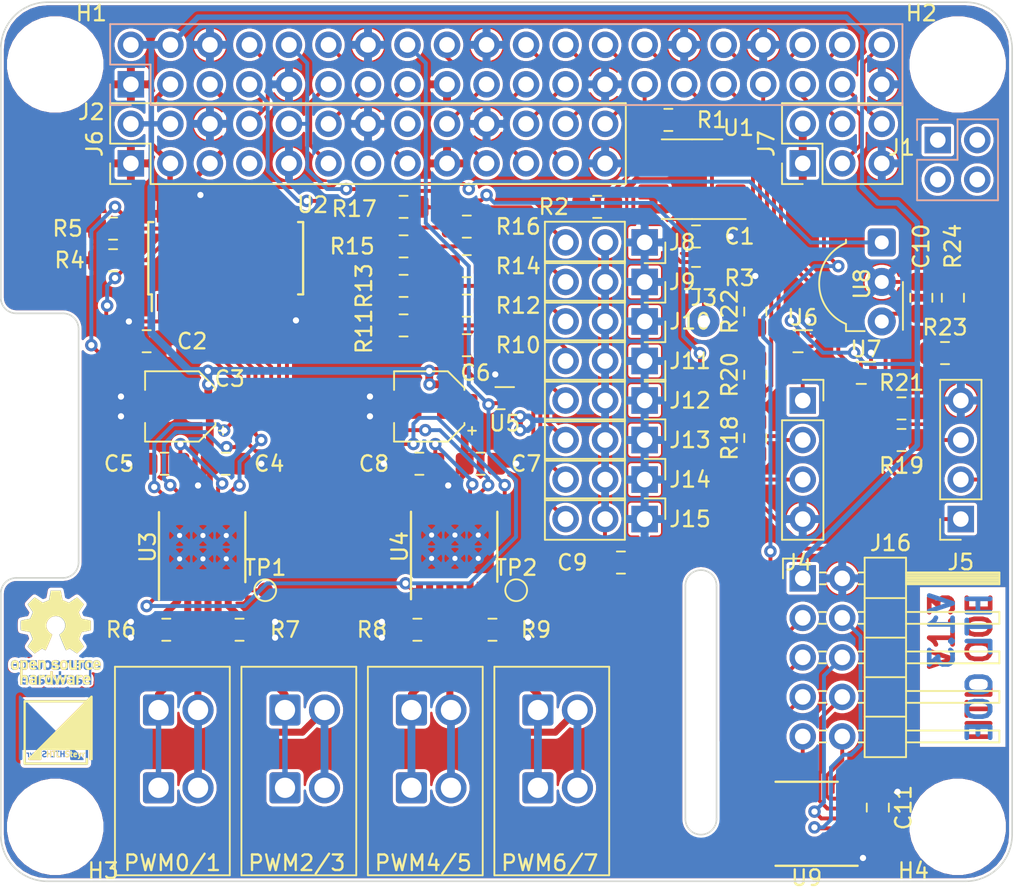
<source format=kicad_pcb>
(kicad_pcb (version 20171130) (host pcbnew "(5.1.6)-1")
  (title_block (title "Smart Car") (date 2020-09-29) (rev 1.3) (company "HTL Steyr") (comment 1 "HTL OOE"))
  (layers (0 F.Cu signal) (31 B.Cu signal) (35 F.Paste user) (37 F.SilkS user) (38 B.Mask user) (39 F.Mask user) (44 Edge.Cuts user))
  (net 0 "")
  (net 1 +3V3)
  (net 2 GND)
  (net 3 /ID_SC_EEPROM)
  (net 4 /ID_SD_EEPROM)
  (net 5 +5V)
  (net 6 "Net-(J3-Pad1)")
  (net 7 /SCL1)
  (net 8 /SDA1)
  (net 9 "Net-(R6-Pad1)")
  (net 10 "Net-(R7-Pad1)")
  (net 11 "Net-(R8-Pad1)")
  (net 12 "Net-(R9-Pad1)")
  (net 13 "Net-(U2-Pad13)")
  (net 14 "Net-(U2-Pad12)")
  (net 15 "Net-(U2-Pad11)")
  (net 16 "Net-(U2-Pad10)")
  (net 17 "Net-(U2-Pad9)")
  (net 18 "Net-(U2-Pad8)")
  (net 19 "Net-(U2-Pad7)")
  (net 20 "Net-(U2-Pad6)")
  (net 21 "Net-(C5-Pad1)")
  (net 22 "Net-(C8-Pad1)")
  (net 23 "Net-(PWM0/1-Pad2)")
  (net 24 "Net-(PWM0/1-Pad1)")
  (net 25 "Net-(PWM2/3-Pad2)")
  (net 26 "Net-(PWM2/3-Pad1)")
  (net 27 "Net-(PWM4/5-Pad2)")
  (net 28 "Net-(PWM4/5-Pad1)")
  (net 29 "Net-(PWM6/7-Pad2)")
  (net 30 "Net-(PWM6/7-Pad1)")
  (net 31 "Net-(J8-Pad3)")
  (net 32 "Net-(J9-Pad3)")
  (net 33 "Net-(J10-Pad3)")
  (net 34 "Net-(J11-Pad3)")
  (net 35 "Net-(J12-Pad3)")
  (net 36 "Net-(J13-Pad3)")
  (net 37 "Net-(J14-Pad3)")
  (net 38 "Net-(J15-Pad3)")
  (net 39 "Net-(R10-Pad2)")
  (net 40 "Net-(R11-Pad2)")
  (net 41 "Net-(R12-Pad2)")
  (net 42 "Net-(R13-Pad2)")
  (net 43 "Net-(R14-Pad2)")
  (net 44 "Net-(R15-Pad2)")
  (net 45 "Net-(R16-Pad2)")
  (net 46 "Net-(R17-Pad2)")
  (net 47 /GPIO26)
  (net 48 /GPIO13)
  (net 49 /GPIO24)
  (net 50 /GPIO27)
  (net 51 /GPIO17)
  (net 52 /GPIO04)
  (net 53 /GPIO22)
  (net 54 /GPIO16)
  (net 55 /GPIO12)
  (net 56 /GPIO06)
  (net 57 /GPIO05)
  (net 58 "Net-(J4-Pad3)")
  (net 59 "Net-(J4-Pad1)")
  (net 60 "Net-(J5-Pad3)")
  (net 61 "Net-(J5-Pad1)")
  (net 62 "Net-(R20-Pad2)")
  (net 63 "Net-(R21-Pad2)")
  (net 64 "Net-(C9-Pad1)")
  (net 65 /GPIO21)
  (net 66 /GPIO20)
  (net 67 /GPIO19)
  (net 68 /GPIO10)
  (net 69 /GPIO23)
  (net 70 /GPIO18)
  (net 71 /GPIO15)
  (net 72 /GPIO14)
  (net 73 "Net-(C10-Pad2)")
  (net 74 /GPIO07)
  (net 75 /GPIO08)
  (net 76 /GPIO11)
  (net 77 /GPIO25)
  (net 78 /GPIO09)
  (net 79 "Net-(TP1-Pad1)")
  (net 80 "Net-(TP2-Pad1)")
  (net 81 "Net-(J16-Pad10)")
  (net 82 "Net-(J16-Pad9)")
  (net 83 "Net-(J16-Pad8)")
  (net 84 "Net-(J16-Pad7)")
  (net 85 "Net-(J16-Pad6)")
  (net 86 "Net-(J16-Pad5)")
  (net 87 "Net-(J16-Pad4)")
  (net 88 "Net-(J16-Pad3)")
  (module Connector_PinHeader_2.54mm:PinHeader_2x05_P2.54mm_Horizontal (layer F.Cu) (at 152.4 87.63)
    (fp_text reference J16 (at 5.655 -2.27) (layer F.SilkS))
    (fp_text value Conn_02x05_Odd_Even)
    (pad 10 thru_hole oval (at 2.54 10.16) (size 1.7 1.7) (drill 1) (layers *.Cu *.Mask) (net 81 "Net-(J16-Pad10)"))
    (pad 9 thru_hole oval (at 0 10.16) (size 1.7 1.7) (drill 1) (layers *.Cu *.Mask) (net 82 "Net-(J16-Pad9)"))
    (pad 8 thru_hole oval (at 2.54 7.62) (size 1.7 1.7) (drill 1) (layers *.Cu *.Mask) (net 83 "Net-(J16-Pad8)"))
    (pad 7 thru_hole oval (at 0 7.62) (size 1.7 1.7) (drill 1) (layers *.Cu *.Mask) (net 84 "Net-(J16-Pad7)"))
    (pad 6 thru_hole oval (at 2.54 5.08) (size 1.7 1.7) (drill 1) (layers *.Cu *.Mask) (net 85 "Net-(J16-Pad6)"))
    (pad 5 thru_hole oval (at 0 5.08) (size 1.7 1.7) (drill 1) (layers *.Cu *.Mask) (net 86 "Net-(J16-Pad5)"))
    (pad 4 thru_hole oval (at 2.54 2.54) (size 1.7 1.7) (drill 1) (layers *.Cu *.Mask) (net 87 "Net-(J16-Pad4)"))
    (pad 3 thru_hole oval (at 0 2.54) (size 1.7 1.7) (drill 1) (layers *.Cu *.Mask) (net 88 "Net-(J16-Pad3)"))
    (pad 2 thru_hole oval (at 2.54 0) (size 1.7 1.7) (drill 1) (layers *.Cu *.Mask) (net 2 GND))
    (pad 1 thru_hole rect (at 0 0) (size 1.7 1.7) (drill 1) (layers *.Cu *.Mask) (net 5 +5V))
  )
  (module Capacitor_SMD:C_0805_2012Metric_Pad1.15x1.40mm_HandSolder (layer F.Cu) (at 157.226 102.362 270)
    (fp_text reference C11 (at 0 -1.65 90) (layer F.SilkS))
    (fp_text value 100nF)
    (pad 2 smd roundrect (at 1.025 0 270) (size 1.15 1.4) (layers F.Cu F.Paste F.Mask) (roundrect_rratio 0.217391) (net 1 +3V3))
    (pad 1 smd roundrect (at -1.025 0 270) (size 1.15 1.4) (layers F.Cu F.Paste F.Mask) (roundrect_rratio 0.217391) (net 2 GND))
  )
  (module Package_SO:SSOP-16_3.9x4.9mm_P0.635mm (layer F.Cu) (at 152.654 103.378 180)
    (fp_text reference U9 (at 0 -3.5) (layer F.SilkS))
    (fp_text value TCA9554DBQ)
    (pad 16 smd rect (at 2.6 -2.2225 180) (size 1.2 0.4) (layers F.Cu F.Paste F.Mask) (net 1 +3V3))
    (pad 15 smd rect (at 2.6 -1.5875 180) (size 1.2 0.4) (layers F.Cu F.Paste F.Mask) (net 8 /SDA1))
    (pad 14 smd rect (at 2.6 -0.9525 180) (size 1.2 0.4) (layers F.Cu F.Paste F.Mask) (net 7 /SCL1))
    (pad 13 smd rect (at 2.6 -0.3175 180) (size 1.2 0.4) (layers F.Cu F.Paste F.Mask) (net 67 /GPIO19))
    (pad 12 smd rect (at 2.6 0.3175 180) (size 1.2 0.4) (layers F.Cu F.Paste F.Mask) (net 88 "Net-(J16-Pad3)"))
    (pad 11 smd rect (at 2.6 0.9525 180) (size 1.2 0.4) (layers F.Cu F.Paste F.Mask) (net 86 "Net-(J16-Pad5)"))
    (pad 10 smd rect (at 2.6 1.5875 180) (size 1.2 0.4) (layers F.Cu F.Paste F.Mask) (net 84 "Net-(J16-Pad7)"))
    (pad 9 smd rect (at 2.6 2.2225 180) (size 1.2 0.4) (layers F.Cu F.Paste F.Mask) (net 82 "Net-(J16-Pad9)"))
    (pad 8 smd rect (at -2.6 2.2225 180) (size 1.2 0.4) (layers F.Cu F.Paste F.Mask) (net 2 GND))
    (pad 7 smd rect (at -2.6 1.5875 180) (size 1.2 0.4) (layers F.Cu F.Paste F.Mask) (net 81 "Net-(J16-Pad10)"))
    (pad 6 smd rect (at -2.6 0.9525 180) (size 1.2 0.4) (layers F.Cu F.Paste F.Mask) (net 83 "Net-(J16-Pad8)"))
    (pad 5 smd rect (at -2.6 0.3175 180) (size 1.2 0.4) (layers F.Cu F.Paste F.Mask) (net 85 "Net-(J16-Pad6)"))
    (pad 4 smd rect (at -2.6 -0.3175 180) (size 1.2 0.4) (layers F.Cu F.Paste F.Mask) (net 87 "Net-(J16-Pad4)"))
    (pad 3 smd rect (at -2.6 -0.9525 180) (size 1.2 0.4) (layers F.Cu F.Paste F.Mask) (net 2 GND))
    (pad 2 smd rect (at -2.6 -1.5875 180) (size 1.2 0.4) (layers F.Cu F.Paste F.Mask) (net 2 GND))
    (pad 1 smd rect (at -2.6 -2.2225 180) (size 1.2 0.4) (layers F.Cu F.Paste F.Mask) (net 2 GND))
  )
  (module Package_SO_:HTSSOP-16-1EP_4.4x5mm_P0.65mm_EP3.4x5mm_Mask2.46x2.31mm_ThermalVias (layer F.Cu) (at 130.048 85.598 90)
    (fp_text reference U4 (at 0 -3.55 90) (layer F.SilkS))
    (fp_text value DRV8848)
    (pad 17 thru_hole circle (at 0.75 1.5 90) (size 0.75 0.75) (drill 0.33) (layers *.Cu) (net 2 GND))
    (pad 17 thru_hole circle (at -0.75 1.5 90) (size 0.75 0.75) (drill 0.33) (layers *.Cu) (net 2 GND))
    (pad 17 thru_hole circle (at 0.75 0 90) (size 0.75 0.75) (drill 0.33) (layers *.Cu) (net 2 GND))
    (pad 17 thru_hole circle (at -0.75 0 90) (size 0.75 0.75) (drill 0.33) (layers *.Cu) (net 2 GND))
    (pad 17 thru_hole circle (at 0.75 -1.5 90) (size 0.75 0.75) (drill 0.33) (layers *.Cu) (net 2 GND))
    (pad 17 thru_hole circle (at -0.75 -1.5 90) (size 0.75 0.75) (drill 0.33) (layers *.Cu) (net 2 GND))
    (pad 17 smd rect (at 0 0 90) (size 3.4 5) (layers F.Cu) (net 2 GND))
    (pad 16 smd rect (at 2.775 -2.275 90) (size 1.05 0.45) (layers F.Cu F.Paste F.Mask) (net 16 "Net-(U2-Pad10)"))
    (pad 15 smd rect (at 2.775 -1.625 90) (size 1.05 0.45) (layers F.Cu F.Paste F.Mask) (net 15 "Net-(U2-Pad11)"))
    (pad 14 smd rect (at 2.775 -0.975 90) (size 1.05 0.45) (layers F.Cu F.Paste F.Mask) (net 22 "Net-(C8-Pad1)"))
    (pad 13 smd rect (at 2.775 -0.325 90) (size 1.05 0.45) (layers F.Cu F.Paste F.Mask) (net 2 GND))
    (pad 12 smd rect (at 2.775 0.325 90) (size 1.05 0.45) (layers F.Cu F.Paste F.Mask) (net 5 +5V))
    (pad 11 smd rect (at 2.775 0.975 90) (size 1.05 0.45) (layers F.Cu F.Paste F.Mask) (net 22 "Net-(C8-Pad1)"))
    (pad 10 smd rect (at 2.775 1.625 90) (size 1.05 0.45) (layers F.Cu F.Paste F.Mask) (net 13 "Net-(U2-Pad13)"))
    (pad 9 smd rect (at 2.775 2.275 90) (size 1.05 0.45) (layers F.Cu F.Paste F.Mask) (net 14 "Net-(U2-Pad12)"))
    (pad 8 smd rect (at -2.775 2.275 90) (size 1.05 0.45) (layers F.Cu F.Paste F.Mask) (net 80 "Net-(TP2-Pad1)"))
    (pad 7 smd rect (at -2.775 1.625 90) (size 1.05 0.45) (layers F.Cu F.Paste F.Mask) (net 30 "Net-(PWM6/7-Pad1)"))
    (pad 6 smd rect (at -2.775 0.975 90) (size 1.05 0.45) (layers F.Cu F.Paste F.Mask) (net 12 "Net-(R9-Pad1)"))
    (pad 5 smd rect (at -2.775 0.325 90) (size 1.05 0.45) (layers F.Cu F.Paste F.Mask) (net 29 "Net-(PWM6/7-Pad2)"))
    (pad 4 smd rect (at -2.775 -0.325 90) (size 1.05 0.45) (layers F.Cu F.Paste F.Mask) (net 27 "Net-(PWM4/5-Pad2)"))
    (pad 3 smd rect (at -2.775 -0.975 90) (size 1.05 0.45) (layers F.Cu F.Paste F.Mask) (net 11 "Net-(R8-Pad1)"))
    (pad 2 smd rect (at -2.775 -1.625 90) (size 1.05 0.45) (layers F.Cu F.Paste F.Mask) (net 28 "Net-(PWM4/5-Pad1)"))
    (pad 1 smd rect (at -2.775 -2.275 90) (size 1.05 0.45) (layers F.Cu F.Paste F.Mask) (net 69 /GPIO23))
  )
  (module Package_SO_:HTSSOP-16-1EP_4.4x5mm_P0.65mm_EP3.4x5mm_Mask2.46x2.31mm_ThermalVias (layer F.Cu) (at 113.8525 85.625 90)
    (fp_text reference U3 (at 0 -3.55 90) (layer F.SilkS))
    (fp_text value DRV8848)
    (pad 17 thru_hole circle (at 0.75 1.5 90) (size 0.75 0.75) (drill 0.33) (layers *.Cu) (net 2 GND))
    (pad 17 thru_hole circle (at -0.75 1.5 90) (size 0.75 0.75) (drill 0.33) (layers *.Cu) (net 2 GND))
    (pad 17 thru_hole circle (at 0.75 0 90) (size 0.75 0.75) (drill 0.33) (layers *.Cu) (net 2 GND))
    (pad 17 thru_hole circle (at -0.75 0 90) (size 0.75 0.75) (drill 0.33) (layers *.Cu) (net 2 GND))
    (pad 17 thru_hole circle (at 0.75 -1.5 90) (size 0.75 0.75) (drill 0.33) (layers *.Cu) (net 2 GND))
    (pad 17 thru_hole circle (at -0.75 -1.5 90) (size 0.75 0.75) (drill 0.33) (layers *.Cu) (net 2 GND))
    (pad 17 smd rect (at 0 0 90) (size 3.4 5) (layers F.Cu) (net 2 GND))
    (pad 16 smd rect (at 2.775 -2.275 90) (size 1.05 0.45) (layers F.Cu F.Paste F.Mask) (net 20 "Net-(U2-Pad6)"))
    (pad 15 smd rect (at 2.775 -1.625 90) (size 1.05 0.45) (layers F.Cu F.Paste F.Mask) (net 19 "Net-(U2-Pad7)"))
    (pad 14 smd rect (at 2.775 -0.975 90) (size 1.05 0.45) (layers F.Cu F.Paste F.Mask) (net 21 "Net-(C5-Pad1)"))
    (pad 13 smd rect (at 2.775 -0.325 90) (size 1.05 0.45) (layers F.Cu F.Paste F.Mask) (net 2 GND))
    (pad 12 smd rect (at 2.775 0.325 90) (size 1.05 0.45) (layers F.Cu F.Paste F.Mask) (net 5 +5V))
    (pad 11 smd rect (at 2.775 0.975 90) (size 1.05 0.45) (layers F.Cu F.Paste F.Mask) (net 21 "Net-(C5-Pad1)"))
    (pad 10 smd rect (at 2.775 1.625 90) (size 1.05 0.45) (layers F.Cu F.Paste F.Mask) (net 17 "Net-(U2-Pad9)"))
    (pad 9 smd rect (at 2.775 2.275 90) (size 1.05 0.45) (layers F.Cu F.Paste F.Mask) (net 18 "Net-(U2-Pad8)"))
    (pad 8 smd rect (at -2.775 2.275 90) (size 1.05 0.45) (layers F.Cu F.Paste F.Mask) (net 79 "Net-(TP1-Pad1)"))
    (pad 7 smd rect (at -2.775 1.625 90) (size 1.05 0.45) (layers F.Cu F.Paste F.Mask) (net 26 "Net-(PWM2/3-Pad1)"))
    (pad 6 smd rect (at -2.775 0.975 90) (size 1.05 0.45) (layers F.Cu F.Paste F.Mask) (net 10 "Net-(R7-Pad1)"))
    (pad 5 smd rect (at -2.775 0.325 90) (size 1.05 0.45) (layers F.Cu F.Paste F.Mask) (net 25 "Net-(PWM2/3-Pad2)"))
    (pad 4 smd rect (at -2.775 -0.325 90) (size 1.05 0.45) (layers F.Cu F.Paste F.Mask) (net 23 "Net-(PWM0/1-Pad2)"))
    (pad 3 smd rect (at -2.775 -0.975 90) (size 1.05 0.45) (layers F.Cu F.Paste F.Mask) (net 9 "Net-(R6-Pad1)"))
    (pad 2 smd rect (at -2.775 -1.625 90) (size 1.05 0.45) (layers F.Cu F.Paste F.Mask) (net 24 "Net-(PWM0/1-Pad1)"))
    (pad 1 smd rect (at -2.775 -2.275 90) (size 1.05 0.45) (layers F.Cu F.Paste F.Mask) (net 69 /GPIO23))
  )
  (module TestPoint:TestPoint_Pad_D1.0mm (layer F.Cu) (at 133.985 88.392)
    (fp_text reference TP2 (at 0 -1.448) (layer F.SilkS))
    (fp_text value TestPoint_Probe)
    (pad 1 smd circle (at 0 0) (size 1 1) (layers F.Cu F.Mask) (net 80 "Net-(TP2-Pad1)"))
  )
  (module TestPoint:TestPoint_Pad_D1.0mm (layer F.Cu) (at 117.856 88.392)
    (fp_text reference TP1 (at 0 -1.448) (layer F.SilkS))
    (fp_text value TestPoint_Probe)
    (pad 1 smd circle (at 0 0) (size 1 1) (layers F.Cu F.Mask) (net 79 "Net-(TP1-Pad1)"))
  )
  (module Connector_Wire:SolderWirePad_1x01_Drill0.8mm (layer F.Cu) (at 146.05 71.12 180)
    (fp_text reference J3 (at 0 1.524) (layer F.SilkS))
    (fp_text value Conn_01x01)
    (pad 1 thru_hole circle (at 0 0 180) (size 1.99898 1.99898) (drill 0.8001) (layers *.Cu *.Mask) (net 6 "Net-(J3-Pad1)"))
  )
  (module Connector_PinHeader_2.54mm:PinHeader_2x13_P2.54mm_Vertical (layer F.Cu) (at 109.22 60.96 90)
    (fp_text reference J6 (at 1.27 -2.33 90) (layer F.SilkS))
    (fp_text value Conn_02x13_Odd_Even)
    (pad 26 thru_hole oval (at 2.54 30.48 90) (size 1.7 1.7) (drill 1) (layers *.Cu *.Mask) (net 74 /GPIO07))
    (pad 25 thru_hole oval (at 0 30.48 90) (size 1.7 1.7) (drill 1) (layers *.Cu *.Mask) (net 2 GND))
    (pad 24 thru_hole oval (at 2.54 27.94 90) (size 1.7 1.7) (drill 1) (layers *.Cu *.Mask) (net 75 /GPIO08))
    (pad 23 thru_hole oval (at 0 27.94 90) (size 1.7 1.7) (drill 1) (layers *.Cu *.Mask) (net 76 /GPIO11))
    (pad 22 thru_hole oval (at 2.54 25.4 90) (size 1.7 1.7) (drill 1) (layers *.Cu *.Mask) (net 77 /GPIO25))
    (pad 21 thru_hole oval (at 0 25.4 90) (size 1.7 1.7) (drill 1) (layers *.Cu *.Mask) (net 78 /GPIO09))
    (pad 20 thru_hole oval (at 2.54 22.86 90) (size 1.7 1.7) (drill 1) (layers *.Cu *.Mask) (net 2 GND))
    (pad 19 thru_hole oval (at 0 22.86 90) (size 1.7 1.7) (drill 1) (layers *.Cu *.Mask) (net 68 /GPIO10))
    (pad 18 thru_hole oval (at 2.54 20.32 90) (size 1.7 1.7) (drill 1) (layers *.Cu *.Mask) (net 49 /GPIO24))
    (pad 17 thru_hole oval (at 0 20.32 90) (size 1.7 1.7) (drill 1) (layers *.Cu *.Mask) (net 1 +3V3))
    (pad 16 thru_hole oval (at 2.54 17.78 90) (size 1.7 1.7) (drill 1) (layers *.Cu *.Mask))
    (pad 15 thru_hole oval (at 0 17.78 90) (size 1.7 1.7) (drill 1) (layers *.Cu *.Mask) (net 53 /GPIO22))
    (pad 14 thru_hole oval (at 2.54 15.24 90) (size 1.7 1.7) (drill 1) (layers *.Cu *.Mask) (net 2 GND))
    (pad 13 thru_hole oval (at 0 15.24 90) (size 1.7 1.7) (drill 1) (layers *.Cu *.Mask))
    (pad 12 thru_hole oval (at 2.54 12.7 90) (size 1.7 1.7) (drill 1) (layers *.Cu *.Mask) (net 70 /GPIO18))
    (pad 11 thru_hole oval (at 0 12.7 90) (size 1.7 1.7) (drill 1) (layers *.Cu *.Mask) (net 51 /GPIO17))
    (pad 10 thru_hole oval (at 2.54 10.16 90) (size 1.7 1.7) (drill 1) (layers *.Cu *.Mask) (net 71 /GPIO15))
    (pad 9 thru_hole oval (at 0 10.16 90) (size 1.7 1.7) (drill 1) (layers *.Cu *.Mask) (net 2 GND))
    (pad 8 thru_hole oval (at 2.54 7.62 90) (size 1.7 1.7) (drill 1) (layers *.Cu *.Mask) (net 72 /GPIO14))
    (pad 7 thru_hole oval (at 0 7.62 90) (size 1.7 1.7) (drill 1) (layers *.Cu *.Mask))
    (pad 6 thru_hole oval (at 2.54 5.08 90) (size 1.7 1.7) (drill 1) (layers *.Cu *.Mask) (net 2 GND))
    (pad 5 thru_hole oval (at 0 5.08 90) (size 1.7 1.7) (drill 1) (layers *.Cu *.Mask) (net 7 /SCL1))
    (pad 4 thru_hole oval (at 2.54 2.54 90) (size 1.7 1.7) (drill 1) (layers *.Cu *.Mask) (net 5 +5V))
    (pad 3 thru_hole oval (at 0 2.54 90) (size 1.7 1.7) (drill 1) (layers *.Cu *.Mask) (net 8 /SDA1))
    (pad 2 thru_hole oval (at 2.54 0 90) (size 1.7 1.7) (drill 1) (layers *.Cu *.Mask) (net 5 +5V))
    (pad 1 thru_hole rect (at 0 0 90) (size 1.7 1.7) (drill 1) (layers *.Cu *.Mask) (net 1 +3V3))
  )
  (module Connector_PinSocket_2.54mm:PinSocket_2x20_P2.54mm_Vertical (layer B.Cu) (at 109.22 55.88 270)
    (fp_text reference J2 (at 1.778 2.54 180) (layer F.SilkS))
    (fp_text value PI40HAT)
    (pad 40 thru_hole oval (at -2.54 -48.26 270) (size 1.7 1.7) (drill 1) (layers *.Cu *.Mask) (net 65 /GPIO21))
    (pad 39 thru_hole oval (at 0 -48.26 270) (size 1.7 1.7) (drill 1) (layers *.Cu *.Mask) (net 2 GND))
    (pad 38 thru_hole oval (at -2.54 -45.72 270) (size 1.7 1.7) (drill 1) (layers *.Cu *.Mask) (net 66 /GPIO20))
    (pad 37 thru_hole oval (at 0 -45.72 270) (size 1.7 1.7) (drill 1) (layers *.Cu *.Mask) (net 47 /GPIO26))
    (pad 36 thru_hole oval (at -2.54 -43.18 270) (size 1.7 1.7) (drill 1) (layers *.Cu *.Mask) (net 54 /GPIO16))
    (pad 35 thru_hole oval (at 0 -43.18 270) (size 1.7 1.7) (drill 1) (layers *.Cu *.Mask) (net 67 /GPIO19))
    (pad 34 thru_hole oval (at -2.54 -40.64 270) (size 1.7 1.7) (drill 1) (layers *.Cu *.Mask) (net 2 GND))
    (pad 33 thru_hole oval (at 0 -40.64 270) (size 1.7 1.7) (drill 1) (layers *.Cu *.Mask) (net 48 /GPIO13))
    (pad 32 thru_hole oval (at -2.54 -38.1 270) (size 1.7 1.7) (drill 1) (layers *.Cu *.Mask) (net 55 /GPIO12))
    (pad 31 thru_hole oval (at 0 -38.1 270) (size 1.7 1.7) (drill 1) (layers *.Cu *.Mask) (net 56 /GPIO06))
    (pad 30 thru_hole oval (at -2.54 -35.56 270) (size 1.7 1.7) (drill 1) (layers *.Cu *.Mask) (net 2 GND))
    (pad 29 thru_hole oval (at 0 -35.56 270) (size 1.7 1.7) (drill 1) (layers *.Cu *.Mask) (net 57 /GPIO05))
    (pad 28 thru_hole oval (at -2.54 -33.02 270) (size 1.7 1.7) (drill 1) (layers *.Cu *.Mask) (net 3 /ID_SC_EEPROM))
    (pad 27 thru_hole oval (at 0 -33.02 270) (size 1.7 1.7) (drill 1) (layers *.Cu *.Mask) (net 4 /ID_SD_EEPROM))
    (pad 26 thru_hole oval (at -2.54 -30.48 270) (size 1.7 1.7) (drill 1) (layers *.Cu *.Mask) (net 74 /GPIO07))
    (pad 25 thru_hole oval (at 0 -30.48 270) (size 1.7 1.7) (drill 1) (layers *.Cu *.Mask) (net 2 GND))
    (pad 24 thru_hole oval (at -2.54 -27.94 270) (size 1.7 1.7) (drill 1) (layers *.Cu *.Mask) (net 75 /GPIO08))
    (pad 23 thru_hole oval (at 0 -27.94 270) (size 1.7 1.7) (drill 1) (layers *.Cu *.Mask) (net 76 /GPIO11))
    (pad 22 thru_hole oval (at -2.54 -25.4 270) (size 1.7 1.7) (drill 1) (layers *.Cu *.Mask) (net 77 /GPIO25))
    (pad 21 thru_hole oval (at 0 -25.4 270) (size 1.7 1.7) (drill 1) (layers *.Cu *.Mask) (net 78 /GPIO09))
    (pad 20 thru_hole oval (at -2.54 -22.86 270) (size 1.7 1.7) (drill 1) (layers *.Cu *.Mask) (net 2 GND))
    (pad 19 thru_hole oval (at 0 -22.86 270) (size 1.7 1.7) (drill 1) (layers *.Cu *.Mask) (net 68 /GPIO10))
    (pad 18 thru_hole oval (at -2.54 -20.32 270) (size 1.7 1.7) (drill 1) (layers *.Cu *.Mask) (net 49 /GPIO24))
    (pad 17 thru_hole oval (at 0 -20.32 270) (size 1.7 1.7) (drill 1) (layers *.Cu *.Mask) (net 1 +3V3))
    (pad 16 thru_hole oval (at -2.54 -17.78 270) (size 1.7 1.7) (drill 1) (layers *.Cu *.Mask) (net 69 /GPIO23))
    (pad 15 thru_hole oval (at 0 -17.78 270) (size 1.7 1.7) (drill 1) (layers *.Cu *.Mask) (net 53 /GPIO22))
    (pad 14 thru_hole oval (at -2.54 -15.24 270) (size 1.7 1.7) (drill 1) (layers *.Cu *.Mask) (net 2 GND))
    (pad 13 thru_hole oval (at 0 -15.24 270) (size 1.7 1.7) (drill 1) (layers *.Cu *.Mask) (net 50 /GPIO27))
    (pad 12 thru_hole oval (at -2.54 -12.7 270) (size 1.7 1.7) (drill 1) (layers *.Cu *.Mask) (net 70 /GPIO18))
    (pad 11 thru_hole oval (at 0 -12.7 270) (size 1.7 1.7) (drill 1) (layers *.Cu *.Mask) (net 51 /GPIO17))
    (pad 10 thru_hole oval (at -2.54 -10.16 270) (size 1.7 1.7) (drill 1) (layers *.Cu *.Mask) (net 71 /GPIO15))
    (pad 9 thru_hole oval (at 0 -10.16 270) (size 1.7 1.7) (drill 1) (layers *.Cu *.Mask) (net 2 GND))
    (pad 8 thru_hole oval (at -2.54 -7.62 270) (size 1.7 1.7) (drill 1) (layers *.Cu *.Mask) (net 72 /GPIO14))
    (pad 7 thru_hole oval (at 0 -7.62 270) (size 1.7 1.7) (drill 1) (layers *.Cu *.Mask) (net 52 /GPIO04))
    (pad 6 thru_hole oval (at -2.54 -5.08 270) (size 1.7 1.7) (drill 1) (layers *.Cu *.Mask) (net 2 GND))
    (pad 5 thru_hole oval (at 0 -5.08 270) (size 1.7 1.7) (drill 1) (layers *.Cu *.Mask) (net 7 /SCL1))
    (pad 4 thru_hole oval (at -2.54 -2.54 270) (size 1.7 1.7) (drill 1) (layers *.Cu *.Mask) (net 5 +5V))
    (pad 3 thru_hole oval (at 0 -2.54 270) (size 1.7 1.7) (drill 1) (layers *.Cu *.Mask) (net 8 /SDA1))
    (pad 2 thru_hole oval (at -2.54 0 270) (size 1.7 1.7) (drill 1) (layers *.Cu *.Mask) (net 5 +5V))
    (pad 1 thru_hole rect (at 0 0 270) (size 1.7 1.7) (drill 1) (layers *.Cu *.Mask) (net 1 +3V3))
  )
  (module Connector_PinHeader_2.54mm:PinHeader_2x03_P2.54mm_Vertical (layer F.Cu) (at 152.4 60.96 90)
    (fp_text reference J7 (at 1.27 -2.33 90) (layer F.SilkS))
    (fp_text value Conn_02x03_Odd_Even)
    (pad 6 thru_hole oval (at 2.54 5.08 90) (size 1.7 1.7) (drill 1) (layers *.Cu *.Mask) (net 65 /GPIO21))
    (pad 5 thru_hole oval (at 0 5.08 90) (size 1.7 1.7) (drill 1) (layers *.Cu *.Mask) (net 2 GND))
    (pad 4 thru_hole oval (at 2.54 2.54 90) (size 1.7 1.7) (drill 1) (layers *.Cu *.Mask) (net 66 /GPIO20))
    (pad 3 thru_hole oval (at 0 2.54 90) (size 1.7 1.7) (drill 1) (layers *.Cu *.Mask) (net 47 /GPIO26))
    (pad 2 thru_hole oval (at 2.54 0 90) (size 1.7 1.7) (drill 1) (layers *.Cu *.Mask) (net 1 +3V3))
    (pad 1 thru_hole rect (at 0 0 90) (size 1.7 1.7) (drill 1) (layers *.Cu *.Mask) (net 1 +3V3))
  )
  (module OptoDevice:Vishay_MOLD-3Pin (layer F.Cu) (at 157.48 66.04 270)
    (fp_text reference U8 (at 2.667 1.27 270) (layer F.SilkS))
    (fp_text value TSOP43xx)
    (pad 3 thru_hole circle (at 5.08 0 270) (size 1.8 1.8) (drill 0.9) (layers *.Cu *.Mask) (net 73 "Net-(C10-Pad2)"))
    (pad 2 thru_hole circle (at 2.54 0 270) (size 1.8 1.8) (drill 0.9) (layers *.Cu *.Mask) (net 2 GND))
    (pad 1 thru_hole roundrect (at 0 0 270) (size 1.8 1.8) (drill 0.9) (layers *.Cu *.Mask) (roundrect_rratio 0.138) (net 71 /GPIO15))
  )
  (module Resistor_SMD:R_0805_2012Metric_Pad1.15x1.40mm_HandSolder (layer F.Cu) (at 162.052 69.596 270)
    (fp_text reference R24 (at -3.302 0 90) (layer F.SilkS))
    (fp_text value 100)
    (pad 2 smd roundrect (at 1.025 0 270) (size 1.15 1.4) (layers F.Cu F.Paste F.Mask) (roundrect_rratio 0.217391) (net 73 "Net-(C10-Pad2)"))
    (pad 1 smd roundrect (at -1.025 0 270) (size 1.15 1.4) (layers F.Cu F.Paste F.Mask) (roundrect_rratio 0.217391) (net 1 +3V3))
  )
  (module Symbol_:HTL-Steyr-Logo_4x4mm_SilkScreen (layer F.Cu) (at 104.394 97.536)
    (fp_text reference Logo4 hide)
    (fp_text value " " hide)
    (fp_text user "HTL Steyr" (at 0.635 1.397) (layer F.SilkS) (effects (font (size 0.35 0.35) (thickness 0.075))))
  )
  (module Capacitor_SMD:C_0805_2012Metric_Pad1.15x1.40mm_HandSolder (layer F.Cu) (at 160.02 69.596 270)
    (fp_text reference C10 (at -3.302 0 90) (layer F.SilkS))
    (fp_text value 100nF)
    (pad 2 smd roundrect (at 1.025 0 270) (size 1.15 1.4) (layers F.Cu F.Paste F.Mask) (roundrect_rratio 0.217391) (net 73 "Net-(C10-Pad2)"))
    (pad 1 smd roundrect (at -1.025 0 270) (size 1.15 1.4) (layers F.Cu F.Paste F.Mask) (roundrect_rratio 0.217391) (net 2 GND))
  )
  (module Symbol_:HTL-Steyr-Logo_4x4mm_Copper (layer F.Cu) (at 104.394 97.536)
    (fp_text reference Logo3 hide)
    (fp_text value " " hide)
    (fp_line (start 2 2) (end 2 1.7) (layer F.Cu) (width 0.15))
    (fp_line (start -2 2) (end 2 2) (layer F.Cu) (width 0.15))
    (fp_line (start -2 -2) (end -2 2) (layer F.Cu) (width 0.15))
    (fp_line (start 2 -2) (end -2 -2) (layer F.Cu) (width 0.15))
    (fp_poly (pts (xy 2.3 -2.3) (xy 2.3 1.7) (xy -1 1.7) (xy 2.22 1.7) (xy 2.22 1.05) (xy -1 1.05) (xy -1 1.7) (xy -1.7 1.7)) (layer F.Cu) (width 0.15))
    (fp_text user "HTL Steyr" (at 0.635 1.397) (layer F.Cu) (effects (font (size 0.35 0.35) (thickness 0.075))))
  )
  (module Symbol_:HTL-Steyr-Logo_4x4mm_Copper (layer B.Cu) (at 104.394 97.536 180)
    (fp_text reference Logo1 hide)
    (fp_text value " " hide)
    (fp_line (start 2 -2) (end 2 -1.7) (layer B.Cu) (width 0.15))
    (fp_line (start -2 -2) (end 2 -2) (layer B.Cu) (width 0.15))
    (fp_line (start -2 2) (end -2 -2) (layer B.Cu) (width 0.15))
    (fp_line (start 2 2) (end -2 2) (layer B.Cu) (width 0.15))
    (fp_poly (pts (xy 2.3 2.3) (xy 2.3 -1.7) (xy -1 -1.7) (xy 2.22 -1.7) (xy 2.22 -1.05) (xy -1 -1.05) (xy -1 -1.7) (xy -1.7 -1.7)) (layer B.Cu) (width 0.15))
    (fp_text user "HTL Steyr" (at 0.635 -1.397) (layer B.Cu) (effects (font (size 0.35 0.35) (thickness 0.075)) (justify mirror)))
  )
  (module Symbol:OSHW-Logo_5.7x6mm_SilkScreen (layer F.Cu) (at 104.394 91.44)
    (fp_text reference Logo7 hide)
    (fp_text value " " hide)
  )
  (module Symbol:OSHW-Logo_5.7x6mm_Copper (layer B.Cu) (at 104.394 91.44 180)
    (fp_text reference Logo6 hide)
    (fp_text value " " hide)
    (fp_poly (pts (xy 0.376964 2.709982) (xy 0.433812 2.40843) (xy 0.853338 2.235488) (xy 1.104984 2.406605) (xy 1.175458 2.45425) (xy 1.239163 2.49679) (xy 1.293126 2.532285) (xy 1.334373 2.55879) (xy 1.359934 2.574364) (xy 1.366895 2.577722) (xy 1.379435 2.569086) (xy 1.406231 2.545208) (xy 1.44428 2.509141) (xy 1.490579 2.463933) (xy 1.542123 2.412636) (xy 1.595909 2.358299) (xy 1.648935 2.303972) (xy 1.698195 2.252705) (xy 1.740687 2.207549) (xy 1.773407 2.171554) (xy 1.793351 2.14777) (xy 1.798119 2.13981) (xy 1.791257 2.125135) (xy 1.77202 2.092986) (xy 1.74243 2.046508) (xy 1.70451 1.988844) (xy 1.660282 1.92314) (xy 1.634654 1.885664) (xy 1.587941 1.817232) (xy 1.546432 1.75548) (xy 1.51214 1.703481) (xy 1.48708 1.664308) (xy 1.473264 1.641035) (xy 1.471188 1.636145) (xy 1.475895 1.622245) (xy 1.488723 1.58985) (xy 1.507738 1.543515) (xy 1.531003 1.487794) (xy 1.556584 1.427242) (xy 1.582545 1.366414) (xy 1.60695 1.309864) (xy 1.627863 1.262148) (xy 1.643349 1.227819) (xy 1.651472 1.211432) (xy 1.651952 1.210788) (xy 1.664707 1.207659) (xy 1.698677 1.200679) (xy 1.75034 1.190533) (xy 1.816176 1.177908) (xy 1.892664 1.163491) (xy 1.93729 1.155177) (xy 2.019021 1.139616) (xy 2.092843 1.124808) (xy 2.155021 1.111564) (xy 2.201822 1.100695) (xy 2.229509 1.093011) (xy 2.235074 1.090573) (xy 2.240526 1.07407) (xy 2.244924 1.0368) (xy 2.248272 0.98312) (xy 2.250574 0.917388) (xy 2.251832 0.843963) (xy 2.252048 0.767204) (xy 2.251227 0.691468) (xy 2.249371 0.621114) (xy 2.246482 0.5605) (xy 2.242565 0.513984) (xy 2.237622 0.485925) (xy 2.234657 0.480084) (xy 2.216934 0.473083) (xy 2.179381 0.463073) (xy 2.126964 0.451231) (xy 2.064652 0.438733) (xy 2.0429 0.43469) (xy 1.938024 0.41548) (xy 1.85518 0.400009) (xy 1.79163 0.387663) (xy 1.744637 0.377827) (xy 1.711463 0.369886) (xy 1.689371 0.363224) (xy 1.675624 0.357227) (xy 1.667484 0.351281) (xy 1.666345 0.350106) (xy 1.654977 0.331174) (xy 1.637635 0.294331) (xy 1.61605 0.244087) (xy 1.591954 0.184954) (xy 1.567079 0.121444) (xy 1.543157 0.058068) (xy 1.521919 -0.000662) (xy 1.505097 -0.050235) (xy 1.494422 -0.086139) (xy 1.491627 -0.103862) (xy 1.49186 -0.104483) (xy 1.501331 -0.11897) (xy 1.522818 -0.150844) (xy 1.554063 -0.196789) (xy 1.592807 -0.253485) (xy 1.636793 -0.317617) (xy 1.649319 -0.335842) (xy 1.693984 -0.401914) (xy 1.733288 -0.4622) (xy 1.765088 -0.513235) (xy 1.787245 -0.55156) (xy 1.797617 -0.573711) (xy 1.798119 -0.576432) (xy 1.789405 -0.590736) (xy 1.765325 -0.619072) (xy 1.728976 -0.658396) (xy 1.683453 -0.705661) (xy 1.631852 -0.757823) (xy 1.577267 -0.811835) (xy 1.522794 -0.864653) (xy 1.471529 -0.913231) (xy 1.426567 -0.954523) (xy 1.391004 -0.985485) (xy 1.367935 -1.00307) (xy 1.361554 -1.005941) (xy 1.346699 -0.999178) (xy 1.316286 -0.980939) (xy 1.275268 -0.954297) (xy 1.243709 -0.932852) (xy 1.186525 -0.893503) (xy 1.118806 -0.847171) (xy 1.05088 -0.800913) (xy 1.014361 -0.776155) (xy 0.890752 -0.692547) (xy 0.786991 -0.74865) (xy 0.73972 -0.773228) (xy 0.699523 -0.792331) (xy 0.672326 -0.803227) (xy 0.665402 -0.804743) (xy 0.657077 -0.793549) (xy 0.640654 -0.761917) (xy 0.617357 -0.712765) (xy 0.588414 -0.64901) (xy 0.55505 -0.573571) (xy 0.518491 -0.489364) (xy 0.479964 -0.399308) (xy 0.440694 -0.306321) (xy 0.401908 -0.21332) (xy 0.36483 -0.123223) (xy 0.330689 -0.038948) (xy 0.300708 0.036587) (xy 0.276116 0.100466) (xy 0.258136 0.149769) (xy 0.247997 0.181579) (xy 0.246366 0.192504) (xy 0.259291 0.206439) (xy 0.287589 0.22906) (xy 0.325346 0.255667) (xy 0.328515 0.257772) (xy 0.4261 0.335886) (xy 0.504786 0.427018) (xy 0.563891 0.528255) (xy 0.602732 0.636682) (xy 0.620628 0.749386) (xy 0.616897 0.863452) (xy 0.590857 0.975966) (xy 0.541825 1.084015) (xy 0.5274 1.107655) (xy 0.452369 1.203113) (xy 0.36373 1.279768) (xy 0.264549 1.33722) (xy 0.157895 1.375071) (xy 0.046836 1.392922) (xy -0.065561 1.390375) (xy -0.176227 1.36703) (xy -0.282094 1.32249) (xy -0.380095 1.256355) (xy -0.41041 1.229513) (xy -0.487562 1.145488) (xy -0.543782 1.057034) (xy -0.582347 0.957885) (xy -0.603826 0.859697) (xy -0.609128 0.749303) (xy -0.591448 0.63836) (xy -0.552581 0.530619) (xy -0.494323 0.429831) (xy -0.418469 0.339744) (xy -0.326817 0.264108) (xy -0.314772 0.256136) (xy -0.276611 0.230026) (xy -0.247601 0.207405) (xy -0.233732 0.192961) (xy -0.233531 0.192504) (xy -0.236508 0.176879) (xy -0.248311 0.141418) (xy -0.267714 0.089038) (xy -0.293488 0.022655) (xy -0.324409 -0.054814) (xy -0.359249 -0.14045) (xy -0.396783 -0.231337) (xy -0.435783 -0.324559) (xy -0.475023 -0.417197) (xy -0.513276 -0.506335) (xy -0.549317 -0.589055) (xy -0.581917 -0.662441) (xy -0.609852 -0.723575) (xy -0.631895 -0.769541) (xy -0.646818 -0.797421) (xy -0.652828 -0.804743) (xy -0.671191 -0.799041) (xy -0.705552 -0.783749) (xy -0.749984 -0.761599) (xy -0.774417 -0.74865) (xy -0.878178 -0.692547) (xy -1.001787 -0.776155) (xy -1.064886 -0.818987) (xy -1.13397 -0.866122) (xy -1.198707 -0.910503) (xy -1.231134 -0.932852) (xy -1.276741 -0.963477) (xy -1.31536 -0.987747) (xy -1.341952 -1.002587) (xy -1.35059 -1.005724) (xy -1.363161 -0.997261) (xy -1.390984 -0.973636) (xy -1.431361 -0.937302) (xy -1.481595 -0.890711) (xy -1.538988 -0.836317) (xy -1.575286 -0.801392) (xy -1.63879 -0.738996) (xy -1.693673 -0.683188) (xy -1.737714 -0.636354) (xy -1.768695 -0.600882) (xy -1.784398 -0.579161) (xy -1.785905 -0.574752) (xy -1.778914 -0.557985) (xy -1.759594 -0.524082) (xy -1.730091 -0.476476) (xy -1.692545 -0.418599) (xy -1.6491 -0.353884) (xy -1.636745 -0.335842) (xy -1.591727 -0.270267) (xy -1.55134 -0.211228) (xy -1.51784 -0.162042) (xy -1.493486 -0.126028) (xy -1.480536 -0.106502) (xy -1.479285 -0.104483) (xy -1.481156 -0.088922) (xy -1.491087 -0.054709) (xy -1.507347 -0.006355) (xy -1.528205 0.051629) (xy -1.551927 0.11473) (xy -1.576784 0.178437) (xy -1.601042 0.238239) (xy -1.622971 0.289624) (xy -1.640838 0.328081) (xy -1.652913 0.349098) (xy -1.653771 0.350106) (xy -1.661154 0.356112) (xy -1.673625 0.362052) (xy -1.69392 0.36854) (xy -1.724778 0.376191) (xy -1.768934 0.38562) (xy -1.829126 0.397441) (xy -1.908093 0.412271) (xy -2.00857 0.430723) (xy -2.030325 0.43469) (xy -2.094802 0.447147) (xy -2.151011 0.459334) (xy -2.193987 0.470074) (xy -2.21876 0.478191) (xy -2.222082 0.480084) (xy -2.227556 0.496862) (xy -2.232006 0.534355) (xy -2.235428 0.588206) (xy -2.237819 0.654056) (xy -2.239177 0.727547) (xy -2.239499 0.80432) (xy -2.238781 0.880017) (xy -2.237021 0.95028) (xy -2.234216 1.01075) (xy -2.230362 1.05707) (xy -2.225457 1.084881) (xy -2.2225 1.090573) (xy -2.206037 1.096314) (xy -2.168551 1.105655) (xy -2.113775 1.117785) (xy -2.045445 1.131893) (xy -1.967294 1.14717) (xy -1.924716 1.155177) (xy -1.843929 1.170279) (xy -1.771887 1.18396) (xy -1.712111 1.195533) (xy -1.668121 1.204313) (xy -1.643439 1.209613) (xy -1.639377 1.210788) (xy -1.632511 1.224035) (xy -1.617998 1.255943) (xy -1.597771 1.301953) (xy -1.573766 1.357508) (xy -1.547918 1.418047) (xy -1.52216 1.479014) (xy -1.498427 1.535849) (xy -1.478654 1.583994) (xy -1.464776 1.61889) (xy -1.458726 1.635979) (xy -1.458614 1.636726) (xy -1.465472 1.650207) (xy -1.484698 1.68123) (xy -1.514272 1.726711) (xy -1.552173 1.783568) (xy -1.59638 1.848717) (xy -1.622079 1.886138) (xy -1.668907 1.954753) (xy -1.710499 2.017048) (xy -1.744825 2.069871) (xy -1.769857 2.110073) (xy -1.783565 2.1345) (xy -1.785544 2.139976) (xy -1.777034 2.152722) (xy -1.753507 2.179937) (xy -1.717968 2.218572) (xy -1.673423 2.265577) (xy -1.622877 2.317905) (xy -1.569336 2.372505) (xy -1.515805 2.42633) (xy -1.465289 2.47633) (xy -1.420794 2.519457) (xy -1.385325 2.552661) (xy -1.361887 2.572894) (xy -1.354046 2.577722) (xy -1.34128 2.570933) (xy -1.310744 2.551858) (xy -1.26541 2.522439) (xy -1.208244 2.484619) (xy -1.142216 2.440339) (xy -1.09241 2.406605) (xy -0.840764 2.235488) (xy -0.631001 2.321959) (xy -0.421237 2.40843) (xy -0.364389 2.709982) (xy -0.30754 3.011534) (xy 0.320115 3.011534) (xy 0.376964 2.709982)) (layer B.Cu) (width 0.01))
    (fp_poly (pts (xy 1.79946 -1.45803) (xy 1.842711 -1.471245) (xy 1.870558 -1.487941) (xy 1.879629 -1.501145) (xy 1.877132 -1.516797) (xy 1.860931 -1.541385) (xy 1.847232 -1.5588) (xy 1.818992 -1.590283) (xy 1.797775 -1.603529) (xy 1.779688 -1.602664) (xy 1.726035 -1.58901) (xy 1.68663 -1.58963) (xy 1.654632 -1.605104) (xy 1.64389 -1.614161) (xy 1.609505 -1.646027) (xy 1.609505 -2.062179) (xy 1.471188 -2.062179) (xy 1.471188 -1.458614) (xy 1.540347 -1.458614) (xy 1.581869 -1.460256) (xy 1.603291 -1.466087) (xy 1.609502 -1.477461) (xy 1.609505 -1.477798) (xy 1.612439 -1.489713) (xy 1.625704 -1.488159) (xy 1.644084 -1.479563) (xy 1.682046 -1.463568) (xy 1.712872 -1.453945) (xy 1.752536 -1.451478) (xy 1.79946 -1.45803)) (layer B.Cu) (width 0.01))
    (fp_poly (pts (xy -0.754012 -1.469002) (xy -0.722717 -1.48395) (xy -0.692409 -1.505541) (xy -0.669318 -1.530391) (xy -0.6525 -1.562087) (xy -0.641006 -1.604214) (xy -0.633891 -1.660358) (xy -0.630207 -1.734106) (xy -0.629008 -1.829044) (xy -0.628989 -1.838985) (xy -0.628713 -2.062179) (xy -0.76703 -2.062179) (xy -0.76703 -1.856418) (xy -0.767128 -1.780189) (xy -0.767809 -1.724939) (xy -0.769651 -1.686501) (xy -0.773233 -1.660706) (xy -0.779132 -1.643384) (xy -0.787927 -1.630368) (xy -0.80018 -1.617507) (xy -0.843047 -1.589873) (xy -0.889843 -1.584745) (xy -0.934424 -1.602217) (xy -0.949928 -1.615221) (xy -0.96131 -1.627447) (xy -0.969481 -1.64054) (xy -0.974974 -1.658615) (xy -0.97832 -1.685787) (xy -0.980051 -1.72617) (xy -0.980697 -1.783879) (xy -0.980792 -1.854132) (xy -0.980792 -2.062179) (xy -1.119109 -2.062179) (xy -1.119109 -1.458614) (xy -1.04995 -1.458614) (xy -1.008428 -1.460256) (xy -0.987006 -1.466087) (xy -0.980795 -1.477461) (xy -0.980792 -1.477798) (xy -0.97791 -1.488938) (xy -0.965199 -1.487674) (xy -0.939926 -1.475434) (xy -0.882605 -1.457424) (xy -0.817037 -1.455421) (xy -0.754012 -1.469002)) (layer B.Cu) (width 0.01))
    (fp_poly (pts (xy 2.677898 -1.456457) (xy 2.710096 -1.464279) (xy 2.771825 -1.492921) (xy 2.82461 -1.536667) (xy 2.861141 -1.589117) (xy 2.86616 -1.600893) (xy 2.873045 -1.63174) (xy 2.877864 -1.677371) (xy 2.879505 -1.723492) (xy 2.879505 -1.810693) (xy 2.697178 -1.810693) (xy 2.621979 -1.810978) (xy 2.569003 -1.812704) (xy 2.535325 -1.817181) (xy 2.51802 -1.82572) (xy 2.514163 -1.83963) (xy 2.520829 -1.860222) (xy 2.53277 -1.884315) (xy 2.56608 -1.924525) (xy 2.612368 -1.944558) (xy 2.668944 -1.943905) (xy 2.733031 -1.922101) (xy 2.788417 -1.895193) (xy 2.834375 -1.931532) (xy 2.880333 -1.967872) (xy 2.837096 -2.007819) (xy 2.779374 -2.045563) (xy 2.708386 -2.06832) (xy 2.632029 -2.074688) (xy 2.558199 -2.063268) (xy 2.546287 -2.059393) (xy 2.481399 -2.025506) (xy 2.43313 -1.974986) (xy 2.400465 -1.906325) (xy 2.382385 -1.818014) (xy 2.382175 -1.816121) (xy 2.380556 -1.719878) (xy 2.3871 -1.685542) (xy 2.514852 -1.685542) (xy 2.526584 -1.690822) (xy 2.558438 -1.694867) (xy 2.605397 -1.697176) (xy 2.635154 -1.697525) (xy 2.690648 -1.697306) (xy 2.725346 -1.695916) (xy 2.743601 -1.692251) (xy 2.749766 -1.68521) (xy 2.748195 -1.67369) (xy 2.746878 -1.669233) (xy 2.724382 -1.627355) (xy 2.689003 -1.593604) (xy 2.65778 -1.578773) (xy 2.616301 -1.579668) (xy 2.574269 -1.598164) (xy 2.539012 -1.628786) (xy 2.517854 -1.666062) (xy 2.514852 -1.685542) (xy 2.3871 -1.685542) (xy 2.39669 -1.635229) (xy 2.428698 -1.564191) (xy 2.474701 -1.508779) (xy 2.532821 -1.471009) (xy 2.60118 -1.452896) (xy 2.677898 -1.456457)) (layer B.Cu) (width 0.01))
    (fp_poly (pts (xy 2.217226 -1.46388) (xy 2.29008 -1.49483) (xy 2.313027 -1.509895) (xy 2.342354 -1.533048) (xy 2.360764 -1.551253) (xy 2.363961 -1.557183) (xy 2.354935 -1.57034) (xy 2.331837 -1.592667) (xy 2.313344 -1.60825) (xy 2.262728 -1.648926) (xy 2.22276 -1.615295) (xy 2.191874 -1.593584) (xy 2.161759 -1.58609) (xy 2.127292 -1.58792) (xy 2.072561 -1.601528) (xy 2.034886 -1.629772) (xy 2.011991 -1.675433) (xy 2.001597 -1.741289) (xy 2.001595 -1.741331) (xy 2.002494 -1.814939) (xy 2.016463 -1.868946) (xy 2.044328 -1.905716) (xy 2.063325 -1.918168) (xy 2.113776 -1.933673) (xy 2.167663 -1.933683) (xy 2.214546 -1.918638) (xy 2.225644 -1.911287) (xy 2.253476 -1.892511) (xy 2.275236 -1.889434) (xy 2.298704 -1.903409) (xy 2.324649 -1.92851) (xy 2.365716 -1.97088) (xy 2.320121 -2.008464) (xy 2.249674 -2.050882) (xy 2.170233 -2.071785) (xy 2.087215 -2.070272) (xy 2.032694 -2.056411) (xy 1.96897 -2.022135) (xy 1.918005 -1.968212) (xy 1.894851 -1.930149) (xy 1.876099 -1.875536) (xy 1.866715 -1.806369) (xy 1.866643 -1.731407) (xy 1.875824 -1.659409) (xy 1.894199 -1.599137) (xy 1.897093 -1.592958) (xy 1.939952 -1.532351) (xy 1.997979 -1.488224) (xy 2.066591 -1.461493) (xy 2.141201 -1.453073) (xy 2.217226 -1.46388)) (layer B.Cu) (width 0.01))
    (fp_poly (pts (xy 0.993367 -1.654342) (xy 0.994555 -1.746563) (xy 0.998897 -1.81661) (xy 1.007558 -1.867381) (xy 1.021704 -1.901772) (xy 1.0425 -1.922679) (xy 1.07111 -1.933) (xy 1.106535 -1.935636) (xy 1.143636 -1.932682) (xy 1.171818 -1.921889) (xy 1.192243 -1.90036) (xy 1.206079 -1.865199) (xy 1.214491 -1.81351) (xy 1.218643 -1.742394) (xy 1.219703 -1.654342) (xy 1.219703 -1.458614) (xy 1.35802 -1.458614) (xy 1.35802 -2.062179) (xy 1.288862 -2.062179) (xy 1.24717 -2.060489) (xy 1.225701 -2.054556) (xy 1.219703 -2.043293) (xy 1.216091 -2.033261) (xy 1.201714 -2.035383) (xy 1.172736 -2.04958) (xy 1.106319 -2.07148) (xy 1.035875 -2.069928) (xy 0.968377 -2.046147) (xy 0.936233 -2.027362) (xy 0.911715 -2.007022) (xy 0.893804 -1.981573) (xy 0.881479 -1.947458) (xy 0.873723 -1.901121) (xy 0.869516 -1.839007) (xy 0.86784 -1.757561) (xy 0.867624 -1.694578) (xy 0.867624 -1.458614) (xy 0.993367 -1.458614) (xy 0.993367 -1.654342)) (layer B.Cu) (width 0.01))
    (fp_poly (pts (xy 0.610762 -1.466055) (xy 0.674363 -1.500692) (xy 0.724123 -1.555372) (xy 0.747568 -1.599842) (xy 0.757634 -1.639121) (xy 0.764156 -1.695116) (xy 0.766951 -1.759621) (xy 0.765836 -1.824429) (xy 0.760626 -1.881334) (xy 0.754541 -1.911727) (xy 0.734014 -1.953306) (xy 0.698463 -1.997468) (xy 0.655619 -2.036087) (xy 0.613211 -2.061034) (xy 0.612177 -2.06143) (xy 0.559553 -2.072331) (xy 0.497188 -2.072601) (xy 0.437924 -2.062676) (xy 0.41504 -2.054722) (xy 0.356102 -2.0213) (xy 0.31389 -1.977511) (xy 0.286156 -1.919538) (xy 0.270651 -1.843565) (xy 0.267143 -1.803771) (xy 0.26759 -1.753766) (xy 0.402376 -1.753766) (xy 0.406917 -1.826732) (xy 0.419986 -1.882334) (xy 0.440756 -1.917861) (xy 0.455552 -1.92802) (xy 0.493464 -1.935104) (xy 0.538527 -1.933007) (xy 0.577487 -1.922812) (xy 0.587704 -1.917204) (xy 0.614659 -1.884538) (xy 0.632451 -1.834545) (xy 0.640024 -1.773705) (xy 0.636325 -1.708497) (xy 0.628057 -1.669253) (xy 0.60432 -1.623805) (xy 0.566849 -1.595396) (xy 0.52172 -1.585573) (xy 0.475011 -1.595887) (xy 0.439132 -1.621112) (xy 0.420277 -1.641925) (xy 0.409272 -1.662439) (xy 0.404026 -1.690203) (xy 0.402449 -1.732762) (xy 0.402376 -1.753766) (xy 0.26759 -1.753766) (xy 0.268094 -1.69758) (xy 0.285388 -1.610501) (xy 0.319029 -1.54253) (xy 0.369018 -1.493664) (xy 0.435356 -1.463899) (xy 0.449601 -1.460448) (xy 0.53521 -1.452345) (xy 0.610762 -1.466055)) (layer B.Cu) (width 0.01))
    (fp_poly (pts (xy 0.014017 -1.456452) (xy 0.061634 -1.465482) (xy 0.111034 -1.48437) (xy 0.116312 -1.486777) (xy 0.153774 -1.506476) (xy 0.179717 -1.524781) (xy 0.188103 -1.536508) (xy 0.180117 -1.555632) (xy 0.16072 -1.58385) (xy 0.15211 -1.594384) (xy 0.116628 -1.635847) (xy 0.070885 -1.608858) (xy 0.02735 -1.590878) (xy -0.02295 -1.581267) (xy -0.071188 -1.58066) (xy -0.108533 -1.589691) (xy -0.117495 -1.595327) (xy -0.134563 -1.621171) (xy -0.136637 -1.650941) (xy -0.123866 -1.674197) (xy -0.116312 -1.678708) (xy -0.093675 -1.684309) (xy -0.053885 -1.690892) (xy -0.004834 -1.697183) (xy 0.004215 -1.69817) (xy 0.082996 -1.711798) (xy 0.140136 -1.734946) (xy 0.17803 -1.769752) (xy 0.199079 -1.818354) (xy 0.205635 -1.877718) (xy 0.196577 -1.945198) (xy 0.167164 -1.998188) (xy 0.117278 -2.036783) (xy 0.0468 -2.061081) (xy -0.031435 -2.070667) (xy -0.095234 -2.070552) (xy -0.146984 -2.061845) (xy -0.182327 -2.049825) (xy -0.226983 -2.02888) (xy -0.268253 -2.004574) (xy -0.282921 -1.993876) (xy -0.320643 -1.963084) (xy -0.275148 -1.917049) (xy -0.229653 -1.871013) (xy -0.177928 -1.905243) (xy -0.126048 -1.930952) (xy -0.070649 -1.944399) (xy -0.017395 -1.945818) (xy 0.028049 -1.935443) (xy 0.060016 -1.913507) (xy 0.070338 -1.894998) (xy 0.068789 -1.865314) (xy 0.04314 -1.842615) (xy -0.00654 -1.82694) (xy -0.060969 -1.819695) (xy -0.144736 -1.805873) (xy -0.206967 -1.779796) (xy -0.248493 -1.740699) (xy -0.270147 -1.68782) (xy -0.273147 -1.625126) (xy -0.258329 -1.559642) (xy -0.224546 -1.510144) (xy -0.171495 -1.476408) (xy -0.098874 -1.458207) (xy -0.045072 -1.454639) (xy 0.014017 -1.456452)) (layer B.Cu) (width 0.01))
    (fp_poly (pts (xy -1.356699 -1.472614) (xy -1.344168 -1.478514) (xy -1.300799 -1.510283) (xy -1.25979 -1.556646) (xy -1.229168 -1.607696) (xy -1.220459 -1.631166) (xy -1.212512 -1.673091) (xy -1.207774 -1.723757) (xy -1.207199 -1.744679) (xy -1.207129 -1.810693) (xy -1.587083 -1.810693) (xy -1.578983 -1.845273) (xy -1.559104 -1.88617) (xy -1.524347 -1.921514) (xy -1.482998 -1.944282) (xy -1.456649 -1.94901) (xy -1.420916 -1.943273) (xy -1.378282 -1.928882) (xy -1.363799 -1.922262) (xy -1.31024 -1.895513) (xy -1.264533 -1.930376) (xy -1.238158 -1.953955) (xy -1.224124 -1.973417) (xy -1.223414 -1.979129) (xy -1.235951 -1.992973) (xy -1.263428 -2.014012) (xy -1.288366 -2.030425) (xy -1.355664 -2.05993) (xy -1.43111 -2.073284) (xy -1.505888 -2.069812) (xy -1.565495 -2.051663) (xy -1.626941 -2.012784) (xy -1.670608 -1.961595) (xy -1.697926 -1.895367) (xy -1.710322 -1.811371) (xy -1.711421 -1.772936) (xy -1.707022 -1.684861) (xy -1.706482 -1.682299) (xy -1.580582 -1.682299) (xy -1.577115 -1.690558) (xy -1.562863 -1.695113) (xy -1.53347 -1.697065) (xy -1.484575 -1.697517) (xy -1.465748 -1.697525) (xy -1.408467 -1.696843) (xy -1.372141 -1.694364) (xy -1.352604 -1.689443) (xy -1.34569 -1.681434) (xy -1.345445 -1.678862) (xy -1.353336 -1.658423) (xy -1.373085 -1.629789) (xy -1.381575 -1.619763) (xy -1.413094 -1.591408) (xy -1.445949 -1.580259) (xy -1.463651 -1.579327) (xy -1.511539 -1.590981) (xy -1.551699 -1.622285) (xy -1.577173 -1.667752) (xy -1.577625 -1.669233) (xy -1.580582 -1.682299) (xy -1.706482 -1.682299) (xy -1.692392 -1.61551) (xy -1.666038 -1.560025) (xy -1.633807 -1.520639) (xy -1.574217 -1.477931) (xy -1.504168 -1.455109) (xy -1.429661 -1.453046) (xy -1.356699 -1.472614)) (layer B.Cu) (width 0.01))
    (fp_poly (pts (xy -2.538261 -1.465148) (xy -2.472479 -1.494231) (xy -2.42254 -1.542793) (xy -2.388374 -1.610908) (xy -2.369907 -1.698651) (xy -2.368583 -1.712351) (xy -2.367546 -1.808939) (xy -2.380993 -1.893602) (xy -2.408108 -1.962221) (xy -2.422627 -1.984294) (xy -2.473201 -2.031011) (xy -2.537609 -2.061268) (xy -2.609666 -2.073824) (xy -2.683185 -2.067439) (xy -2.739072 -2.047772) (xy -2.787132 -2.014629) (xy -2.826412 -1.971175) (xy -2.827092 -1.970158) (xy -2.843044 -1.943338) (xy -2.85341 -1.916368) (xy -2.859688 -1.882332) (xy -2.863373 -1.83431) (xy -2.864997 -1.794931) (xy -2.865672 -1.759219) (xy -2.739955 -1.759219) (xy -2.738726 -1.79477) (xy -2.734266 -1.842094) (xy -2.726397 -1.872465) (xy -2.712207 -1.894072) (xy -2.698917 -1.906694) (xy -2.651802 -1.933122) (xy -2.602505 -1.936653) (xy -2.556593 -1.917639) (xy -2.533638 -1.896331) (xy -2.517096 -1.874859) (xy -2.507421 -1.854313) (xy -2.503174 -1.827574) (xy -2.50292 -1.787523) (xy -2.504228 -1.750638) (xy -2.507043 -1.697947) (xy -2.511505 -1.663772) (xy -2.519548 -1.64148) (xy -2.533103 -1.624442) (xy -2.543845 -1.614703) (xy -2.588777 -1.589123) (xy -2.637249 -1.587847) (xy -2.677894 -1.602999) (xy -2.712567 -1.634642) (xy -2.733224 -1.68662) (xy -2.739955 -1.759219) (xy -2.865672 -1.759219) (xy -2.866479 -1.716621) (xy -2.863948 -1.658056) (xy -2.856362 -1.614007) (xy -2.842681 -1.579248) (xy -2.821865 -1.548551) (xy -2.814147 -1.539436) (xy -2.765889 -1.494021) (xy -2.714128 -1.467493) (xy -2.650828 -1.456379) (xy -2.619961 -1.455471) (xy -2.538261 -1.465148)) (layer B.Cu) (width 0.01))
    (fp_poly (pts (xy 2.032581 -2.40497) (xy 2.092685 -2.420597) (xy 2.143021 -2.452848) (xy 2.167393 -2.47694) (xy 2.207345 -2.533895) (xy 2.230242 -2.599965) (xy 2.238108 -2.681182) (xy 2.238148 -2.687748) (xy 2.238218 -2.753763) (xy 1.858264 -2.753763) (xy 1.866363 -2.788342) (xy 1.880987 -2.819659) (xy 1.906581 -2.852291) (xy 1.911935 -2.8575) (xy 1.957943 -2.885694) (xy 2.01041 -2.890475) (xy 2.070803 -2.871926) (xy 2.08104 -2.866931) (xy 2.112439 -2.851745) (xy 2.13347 -2.843094) (xy 2.137139 -2.842293) (xy 2.149948 -2.850063) (xy 2.174378 -2.869072) (xy 2.186779 -2.87946) (xy 2.212476 -2.903321) (xy 2.220915 -2.919077) (xy 2.215058 -2.933571) (xy 2.211928 -2.937534) (xy 2.190725 -2.954879) (xy 2.155738 -2.975959) (xy 2.131337 -2.988265) (xy 2.062072 -3.009946) (xy 1.985388 -3.016971) (xy 1.912765 -3.008647) (xy 1.892426 -3.002686) (xy 1.829476 -2.968952) (xy 1.782815 -2.917045) (xy 1.752173 -2.846459) (xy 1.737282 -2.756692) (xy 1.735647 -2.709753) (xy 1.740421 -2.641413) (xy 1.86099 -2.641413) (xy 1.872652 -2.646465) (xy 1.903998 -2.650429) (xy 1.949571 -2.652768) (xy 1.980446 -2.653169) (xy 2.035981 -2.652783) (xy 2.071033 -2.650975) (xy 2.090262 -2.646773) (xy 2.09833 -2.639203) (xy 2.099901 -2.628218) (xy 2.089121 -2.594381) (xy 2.06198 -2.56094) (xy 2.026277 -2.535272) (xy 1.99056 -2.524772) (xy 1.942048 -2.534086) (xy 1.900053 -2.561013) (xy 1.870936 -2.599827) (xy 1.86099 -2.641413) (xy 1.740421 -2.641413) (xy 1.742599 -2.610236) (xy 1.764055 -2.530949) (xy 1.80047 -2.471263) (xy 1.852297 -2.430549) (xy 1.91999 -2.408179) (xy 1.956662 -2.403871) (xy 2.032581 -2.40497)) (layer B.Cu) (width 0.01))
    (fp_poly (pts (xy 1.635255 -2.401486) (xy 1.683595 -2.411015) (xy 1.711114 -2.425125) (xy 1.740064 -2.448568) (xy 1.698876 -2.500571) (xy 1.673482 -2.532064) (xy 1.656238 -2.547428) (xy 1.639102 -2.549776) (xy 1.614027 -2.542217) (xy 1.602257 -2.537941) (xy 1.55427 -2.531631) (xy 1.510324 -2.545156) (xy 1.47806 -2.57571) (xy 1.472819 -2.585452) (xy 1.467112 -2.611258) (xy 1.462706 -2.658817) (xy 1.459811 -2.724758) (xy 1.458631 -2.80571) (xy 1.458614 -2.817226) (xy 1.458614 -3.017822) (xy 1.320297 -3.017822) (xy 1.320297 -2.401683) (xy 1.389456 -2.401683) (xy 1.429333 -2.402725) (xy 1.450107 -2.407358) (xy 1.457789 -2.417849) (xy 1.458614 -2.427745) (xy 1.458614 -2.453806) (xy 1.491745 -2.427745) (xy 1.529735 -2.409965) (xy 1.58077 -2.401174) (xy 1.635255 -2.401486)) (layer B.Cu) (width 0.01))
    (fp_poly (pts (xy 1.038411 -2.405417) (xy 1.091411 -2.41829) (xy 1.106731 -2.42511) (xy 1.136428 -2.442974) (xy 1.15922 -2.463093) (xy 1.176083 -2.488962) (xy 1.187998 -2.524073) (xy 1.195942 -2.57192) (xy 1.200894 -2.635996) (xy 1.203831 -2.719794) (xy 1.204947 -2.775768) (xy 1.209052 -3.017822) (xy 1.138932 -3.017822) (xy 1.096393 -3.016038) (xy 1.074476 -3.009942) (xy 1.068812 -2.999706) (xy 1.065821 -2.988637) (xy 1.052451 -2.990754) (xy 1.034233 -2.999629) (xy 0.988624 -3.013233) (xy 0.930007 -3.016899) (xy 0.868354 -3.010903) (xy 0.813638 -2.995521) (xy 0.80873 -2.993386) (xy 0.758723 -2.958255) (xy 0.725756 -2.909419) (xy 0.710587 -2.852333) (xy 0.711746 -2.831824) (xy 0.835508 -2.831824) (xy 0.846413 -2.859425) (xy 0.878745 -2.879204) (xy 0.93091 -2.889819) (xy 0.958787 -2.891228) (xy 1.005247 -2.88762) (xy 1.036129 -2.873597) (xy 1.043664 -2.866931) (xy 1.064076 -2.830666) (xy 1.068812 -2.797773) (xy 1.068812 -2.753763) (xy 1.007513 -2.753763) (xy 0.936256 -2.757395) (xy 0.886276 -2.768818) (xy 0.854696 -2.788824) (xy 0.847626 -2.797743) (xy 0.835508 -2.831824) (xy 0.711746 -2.831824) (xy 0.713971 -2.792456) (xy 0.736663 -2.735244) (xy 0.767624 -2.69658) (xy 0.786376 -2.679864) (xy 0.804733 -2.668878) (xy 0.828619 -2.66218) (xy 0.863957 -2.658326) (xy 0.916669 -2.655873) (xy 0.937577 -2.655168) (xy 1.068812 -2.650879) (xy 1.06862 -2.611158) (xy 1.063537 -2.569405) (xy 1.045162 -2.544158) (xy 1.008039 -2.52803) (xy 1.007043 -2.527742) (xy 0.95441 -2.5214) (xy 0.902906 -2.529684) (xy 0.86463 -2.549827) (xy 0.849272 -2.559773) (xy 0.83273 -2.558397) (xy 0.807275 -2.543987) (xy 0.792328 -2.533817) (xy 0.763091 -2.512088) (xy 0.74498 -2.4958) (xy 0.742074 -2.491137) (xy 0.75404 -2.467005) (xy 0.789396 -2.438185) (xy 0.804753 -2.428461) (xy 0.848901 -2.411714) (xy 0.908398 -2.402227) (xy 0.974487 -2.400095) (xy 1.038411 -2.405417)) (layer B.Cu) (width 0.01))
    (fp_poly (pts (xy 0.281524 -2.404237) (xy 0.331255 -2.407971) (xy 0.461291 -2.797773) (xy 0.481678 -2.728614) (xy 0.493946 -2.685874) (xy 0.510085 -2.628115) (xy 0.527512 -2.564625) (xy 0.536726 -2.53057) (xy 0.571388 -2.401683) (xy 0.714391 -2.401683) (xy 0.671646 -2.536857) (xy 0.650596 -2.603342) (xy 0.625167 -2.683539) (xy 0.59861 -2.767193) (xy 0.574902 -2.841782) (xy 0.520902 -3.011535) (xy 0.462598 -3.015328) (xy 0.404295 -3.019122) (xy 0.372679 -2.914734) (xy 0.353182 -2.849889) (xy 0.331904 -2.7784) (xy 0.313308 -2.715263) (xy 0.312574 -2.71275) (xy 0.298684 -2.669969) (xy 0.286429 -2.640779) (xy 0.277846 -2.629741) (xy 0.276082 -2.631018) (xy 0.269891 -2.64813) (xy 0.258128 -2.684787) (xy 0.242225 -2.736378) (xy 0.223614 -2.798294) (xy 0.213543 -2.832352) (xy 0.159007 -3.017822) (xy 0.043264 -3.017822) (xy -0.049263 -2.725471) (xy -0.075256 -2.643462) (xy -0.098934 -2.568987) (xy -0.11918 -2.505544) (xy -0.134874 -2.456632) (xy -0.144898 -2.425749) (xy -0.147945 -2.416726) (xy -0.145533 -2.407487) (xy -0.126592 -2.403441) (xy -0.087177 -2.403846) (xy -0.081007 -2.404152) (xy -0.007914 -2.407971) (xy 0.039957 -2.58401) (xy 0.057553 -2.648211) (xy 0.073277 -2.704649) (xy 0.085746 -2.748422) (xy 0.093574 -2.77463) (xy 0.09502 -2.778903) (xy 0.101014 -2.77399) (xy 0.113101 -2.748532) (xy 0.129893 -2.705997) (xy 0.150003 -2.64985) (xy 0.167003 -2.59913) (xy 0.231794 -2.400504) (xy 0.281524 -2.404237)) (layer B.Cu) (width 0.01))
    (fp_poly (pts (xy -0.201188 -3.017822) (xy -0.270346 -3.017822) (xy -0.310488 -3.016645) (xy -0.331394 -3.011772) (xy -0.338922 -3.001186) (xy -0.339505 -2.994029) (xy -0.340774 -2.979676) (xy -0.348779 -2.976923) (xy -0.369815 -2.985771) (xy -0.386173 -2.994029) (xy -0.448977 -3.013597) (xy -0.517248 -3.014729) (xy -0.572752 -3.000135) (xy -0.624438 -2.964877) (xy -0.663838 -2.912835) (xy -0.685413 -2.85145) (xy -0.685962 -2.848018) (xy -0.689167 -2.810571) (xy -0.690761 -2.756813) (xy -0.690633 -2.716155) (xy -0.553279 -2.716155) (xy -0.550097 -2.770194) (xy -0.542859 -2.814735) (xy -0.53306 -2.839888) (xy -0.495989 -2.87426) (xy -0.451974 -2.886582) (xy -0.406584 -2.876618) (xy -0.367797 -2.846895) (xy -0.353108 -2.826905) (xy -0.344519 -2.80305) (xy -0.340496 -2.76823) (xy -0.339505 -2.71593) (xy -0.341278 -2.664139) (xy -0.345963 -2.618634) (xy -0.352603 -2.588181) (xy -0.35371 -2.585452) (xy -0.380491 -2.553) (xy -0.419579 -2.535183) (xy -0.463315 -2.532306) (xy -0.504038 -2.544674) (xy -0.534087 -2.572593) (xy -0.537204 -2.578148) (xy -0.546961 -2.612022) (xy -0.552277 -2.660728) (xy -0.553279 -2.716155) (xy -0.690633 -2.716155) (xy -0.690568 -2.69554) (xy -0.689664 -2.662563) (xy -0.683514 -2.580981) (xy -0.670733 -2.51973) (xy -0.649471 -2.474449) (xy -0.617878 -2.440779) (xy -0.587207 -2.421014) (xy -0.544354 -2.40712) (xy -0.491056 -2.402354) (xy -0.43648 -2.406236) (xy -0.389792 -2.418282) (xy -0.365124 -2.432693) (xy -0.339505 -2.455878) (xy -0.339505 -2.162773) (xy -0.201188 -2.162773) (xy -0.201188 -3.017822)) (layer B.Cu) (width 0.01))
    (fp_poly (pts (xy -0.993356 -2.40302) (xy -0.974539 -2.40866) (xy -0.968473 -2.421053) (xy -0.968218 -2.426647) (xy -0.967129 -2.44223) (xy -0.959632 -2.444676) (xy -0.939381 -2.433993) (xy -0.927351 -2.426694) (xy -0.8894 -2.411063) (xy -0.844072 -2.403334) (xy -0.796544 -2.40274) (xy -0.751995 -2.408513) (xy -0.715602 -2.419884) (xy -0.692543 -2.436088) (xy -0.687996 -2.456355) (xy -0.690291 -2.461843) (xy -0.70702 -2.484626) (xy -0.732963 -2.512647) (xy -0.737655 -2.517177) (xy -0.762383 -2.538005) (xy -0.783718 -2.544735) (xy -0.813555 -2.540038) (xy -0.825508 -2.536917) (xy -0.862705 -2.529421) (xy -0.888859 -2.532792) (xy -0.910946 -2.544681) (xy -0.931178 -2.560635) (xy -0.946079 -2.5807) (xy -0.956434 -2.608702) (xy -0.963029 -2.648467) (xy -0.966649 -2.703823) (xy -0.968078 -2.778594) (xy -0.968218 -2.82374) (xy -0.968218 -3.017822) (xy -1.09396 -3.017822) (xy -1.09396 -2.401683) (xy -1.031089 -2.401683) (xy -0.993356 -2.40302)) (layer B.Cu) (width 0.01))
    (fp_poly (pts (xy -1.38421 -2.406555) (xy -1.325055 -2.422339) (xy -1.280023 -2.450948) (xy -1.248246 -2.488419) (xy -1.238366 -2.504411) (xy -1.231073 -2.521163) (xy -1.225974 -2.542592) (xy -1.222679 -2.572616) (xy -1.220797 -2.615154) (xy -1.219937 -2.674122) (xy -1.219707 -2.75344) (xy -1.219703 -2.774484) (xy -1.219703 -3.017822) (xy -1.280059 -3.017822) (xy -1.318557 -3.015126) (xy -1.347023 -3.008295) (xy -1.354155 -3.004083) (xy -1.373652 -2.996813) (xy -1.393566 -3.004083) (xy -1.426353 -3.01316) (xy -1.473978 -3.016813) (xy -1.526764 -3.015228) (xy -1.575036 -3.008589) (xy -1.603218 -3.000072) (xy -1.657753 -2.965063) (xy -1.691835 -2.916479) (xy -1.707157 -2.851882) (xy -1.707299 -2.850223) (xy -1.705955 -2.821566) (xy -1.584356 -2.821566) (xy -1.573726 -2.854161) (xy -1.55641 -2.872505) (xy -1.521652 -2.886379) (xy -1.475773 -2.891917) (xy -1.428988 -2.889191) (xy -1.391514 -2.878274) (xy -1.381015 -2.871269) (xy -1.362668 -2.838904) (xy -1.35802 -2.802111) (xy -1.35802 -2.753763) (xy -1.427582 -2.753763) (xy -1.493667 -2.75885) (xy -1.543764 -2.773263) (xy -1.574929 -2.795729) (xy -1.584356 -2.821566) (xy -1.705955 -2.821566) (xy -1.703987 -2.779647) (xy -1.68071 -2.723845) (xy -1.636948 -2.681647) (xy -1.630899 -2.677808) (xy -1.604907 -2.665309) (xy -1.572735 -2.65774) (xy -1.52776 -2.654061) (xy -1.474331 -2.653216) (xy -1.35802 -2.653169) (xy -1.35802 -2.604411) (xy -1.362953 -2.566581) (xy -1.375543 -2.541236) (xy -1.377017 -2.539887) (xy -1.405034 -2.5288) (xy -1.447326 -2.524503) (xy -1.494064 -2.526615) (xy -1.535418 -2.534756) (xy -1.559957 -2.546965) (xy -1.573253 -2.556746) (xy -1.587294 -2.558613) (xy -1.606671 -2.5506) (xy -1.635976 -2.530739) (xy -1.679803 -2.497063) (xy -1.683825 -2.493909) (xy -1.681764 -2.482236) (xy -1.664568 -2.462822) (xy -1.638433 -2.441248) (xy -1.609552 -2.423096) (xy -1.600478 -2.418809) (xy -1.56738 -2.410256) (xy -1.51888 -2.404155) (xy -1.464695 -2.401708) (xy -1.462161 -2.401703) (xy -1.38421 -2.406555)) (layer B.Cu) (width 0.01))
    (fp_poly (pts (xy -1.908759 -1.469184) (xy -1.882247 -1.482282) (xy -1.849553 -1.505106) (xy -1.825725 -1.529996) (xy -1.809406 -1.561249) (xy -1.79924 -1.603166) (xy -1.793872 -1.660044) (xy -1.791944 -1.736184) (xy -1.791831 -1.768917) (xy -1.792161 -1.840656) (xy -1.793527 -1.891927) (xy -1.7965 -1.927404) (xy -1.801649 -1.951763) (xy -1.809543 -1.96968) (xy -1.817757 -1.981902) (xy -1.870187 -2.033905) (xy -1.93193 -2.065184) (xy -1.998536 -2.074592) (xy -2.065558 -2.06098) (xy -2.086792 -2.051354) (xy -2.137624 -2.024859) (xy -2.137624 -2.440052) (xy -2.100525 -2.420868) (xy -2.051643 -2.406025) (xy -1.991561 -2.402222) (xy -1.931564 -2.409243) (xy -1.886256 -2.425013) (xy -1.848675 -2.455047) (xy -1.816564 -2.498024) (xy -1.81415 -2.502436) (xy -1.803967 -2.523221) (xy -1.79653 -2.54417) (xy -1.791411 -2.569548) (xy -1.788181 -2.603618) (xy -1.786413 -2.650641) (xy -1.785677 -2.714882) (xy -1.785544 -2.787176) (xy -1.785544 -3.017822) (xy -1.923861 -3.017822) (xy -1.923861 -2.592533) (xy -1.962549 -2.559979) (xy -2.002738 -2.53394) (xy -2.040797 -2.529205) (xy -2.079066 -2.541389) (xy -2.099462 -2.55332) (xy -2.114642 -2.570313) (xy -2.125438 -2.595995) (xy -2.132683 -2.633991) (xy -2.137208 -2.687926) (xy -2.139844 -2.761425) (xy -2.140772 -2.810347) (xy -2.143911 -3.011535) (xy -2.209926 -3.015336) (xy -2.27594 -3.019136) (xy -2.27594 -1.77065) (xy -2.137624 -1.77065) (xy -2.134097 -1.840254) (xy -2.122215 -1.888569) (xy -2.10002 -1.918631) (xy -2.065559 -1.933471) (xy -2.030742 -1.936436) (xy -1.991329 -1.933028) (xy -1.965171 -1.919617) (xy -1.948814 -1.901896) (xy -1.935937 -1.882835) (xy -1.928272 -1.861601) (xy -1.924861 -1.831849) (xy -1.924749 -1.787236) (xy -1.925897 -1.74988) (xy -1.928532 -1.693604) (xy -1.932456 -1.656658) (xy -1.939063 -1.633223) (xy -1.949749 -1.61748) (xy -1.959833 -1.60838) (xy -2.00197 -1.588537) (xy -2.05184 -1.585332) (xy -2.080476 -1.592168) (xy -2.108828 -1.616464) (xy -2.127609 -1.663728) (xy -2.136712 -1.733624) (xy -2.137624 -1.77065) (xy -2.27594 -1.77065) (xy -2.27594 -1.458614) (xy -2.206782 -1.458614) (xy -2.16526 -1.460256) (xy -2.143838 -1.466087) (xy -2.137626 -1.477461) (xy -2.137624 -1.477798) (xy -2.134742 -1.488938) (xy -2.12203 -1.487673) (xy -2.096757 -1.475433) (xy -2.037869 -1.456707) (xy -1.971615 -1.454739) (xy -1.908759 -1.469184)) (layer B.Cu) (width 0.01))
  )
  (module Symbol:OSHW-Logo_5.7x6mm_Copper (layer F.Cu) (at 104.394 91.44)
    (fp_text reference Logo2 hide)
    (fp_text value " " hide)
    (fp_poly (pts (xy 0.376964 -2.709982) (xy 0.433812 -2.40843) (xy 0.853338 -2.235488) (xy 1.104984 -2.406605) (xy 1.175458 -2.45425) (xy 1.239163 -2.49679) (xy 1.293126 -2.532285) (xy 1.334373 -2.55879) (xy 1.359934 -2.574364) (xy 1.366895 -2.577722) (xy 1.379435 -2.569086) (xy 1.406231 -2.545208) (xy 1.44428 -2.509141) (xy 1.490579 -2.463933) (xy 1.542123 -2.412636) (xy 1.595909 -2.358299) (xy 1.648935 -2.303972) (xy 1.698195 -2.252705) (xy 1.740687 -2.207549) (xy 1.773407 -2.171554) (xy 1.793351 -2.14777) (xy 1.798119 -2.13981) (xy 1.791257 -2.125135) (xy 1.77202 -2.092986) (xy 1.74243 -2.046508) (xy 1.70451 -1.988844) (xy 1.660282 -1.92314) (xy 1.634654 -1.885664) (xy 1.587941 -1.817232) (xy 1.546432 -1.75548) (xy 1.51214 -1.703481) (xy 1.48708 -1.664308) (xy 1.473264 -1.641035) (xy 1.471188 -1.636145) (xy 1.475895 -1.622245) (xy 1.488723 -1.58985) (xy 1.507738 -1.543515) (xy 1.531003 -1.487794) (xy 1.556584 -1.427242) (xy 1.582545 -1.366414) (xy 1.60695 -1.309864) (xy 1.627863 -1.262148) (xy 1.643349 -1.227819) (xy 1.651472 -1.211432) (xy 1.651952 -1.210788) (xy 1.664707 -1.207659) (xy 1.698677 -1.200679) (xy 1.75034 -1.190533) (xy 1.816176 -1.177908) (xy 1.892664 -1.163491) (xy 1.93729 -1.155177) (xy 2.019021 -1.139616) (xy 2.092843 -1.124808) (xy 2.155021 -1.111564) (xy 2.201822 -1.100695) (xy 2.229509 -1.093011) (xy 2.235074 -1.090573) (xy 2.240526 -1.07407) (xy 2.244924 -1.0368) (xy 2.248272 -0.98312) (xy 2.250574 -0.917388) (xy 2.251832 -0.843963) (xy 2.252048 -0.767204) (xy 2.251227 -0.691468) (xy 2.249371 -0.621114) (xy 2.246482 -0.5605) (xy 2.242565 -0.513984) (xy 2.237622 -0.485925) (xy 2.234657 -0.480084) (xy 2.216934 -0.473083) (xy 2.179381 -0.463073) (xy 2.126964 -0.451231) (xy 2.064652 -0.438733) (xy 2.0429 -0.43469) (xy 1.938024 -0.41548) (xy 1.85518 -0.400009) (xy 1.79163 -0.387663) (xy 1.744637 -0.377827) (xy 1.711463 -0.369886) (xy 1.689371 -0.363224) (xy 1.675624 -0.357227) (xy 1.667484 -0.351281) (xy 1.666345 -0.350106) (xy 1.654977 -0.331174) (xy 1.637635 -0.294331) (xy 1.61605 -0.244087) (xy 1.591954 -0.184954) (xy 1.567079 -0.121444) (xy 1.543157 -0.058068) (xy 1.521919 0.000662) (xy 1.505097 0.050235) (xy 1.494422 0.086139) (xy 1.491627 0.103862) (xy 1.49186 0.104483) (xy 1.501331 0.11897) (xy 1.522818 0.150844) (xy 1.554063 0.196789) (xy 1.592807 0.253485) (xy 1.636793 0.317617) (xy 1.649319 0.335842) (xy 1.693984 0.401914) (xy 1.733288 0.4622) (xy 1.765088 0.513235) (xy 1.787245 0.55156) (xy 1.797617 0.573711) (xy 1.798119 0.576432) (xy 1.789405 0.590736) (xy 1.765325 0.619072) (xy 1.728976 0.658396) (xy 1.683453 0.705661) (xy 1.631852 0.757823) (xy 1.577267 0.811835) (xy 1.522794 0.864653) (xy 1.471529 0.913231) (xy 1.426567 0.954523) (xy 1.391004 0.985485) (xy 1.367935 1.00307) (xy 1.361554 1.005941) (xy 1.346699 0.999178) (xy 1.316286 0.980939) (xy 1.275268 0.954297) (xy 1.243709 0.932852) (xy 1.186525 0.893503) (xy 1.118806 0.847171) (xy 1.05088 0.800913) (xy 1.014361 0.776155) (xy 0.890752 0.692547) (xy 0.786991 0.74865) (xy 0.73972 0.773228) (xy 0.699523 0.792331) (xy 0.672326 0.803227) (xy 0.665402 0.804743) (xy 0.657077 0.793549) (xy 0.640654 0.761917) (xy 0.617357 0.712765) (xy 0.588414 0.64901) (xy 0.55505 0.573571) (xy 0.518491 0.489364) (xy 0.479964 0.399308) (xy 0.440694 0.306321) (xy 0.401908 0.21332) (xy 0.36483 0.123223) (xy 0.330689 0.038948) (xy 0.300708 -0.036587) (xy 0.276116 -0.100466) (xy 0.258136 -0.149769) (xy 0.247997 -0.181579) (xy 0.246366 -0.192504) (xy 0.259291 -0.206439) (xy 0.287589 -0.22906) (xy 0.325346 -0.255667) (xy 0.328515 -0.257772) (xy 0.4261 -0.335886) (xy 0.504786 -0.427018) (xy 0.563891 -0.528255) (xy 0.602732 -0.636682) (xy 0.620628 -0.749386) (xy 0.616897 -0.863452) (xy 0.590857 -0.975966) (xy 0.541825 -1.084015) (xy 0.5274 -1.107655) (xy 0.452369 -1.203113) (xy 0.36373 -1.279768) (xy 0.264549 -1.33722) (xy 0.157895 -1.375071) (xy 0.046836 -1.392922) (xy -0.065561 -1.390375) (xy -0.176227 -1.36703) (xy -0.282094 -1.32249) (xy -0.380095 -1.256355) (xy -0.41041 -1.229513) (xy -0.487562 -1.145488) (xy -0.543782 -1.057034) (xy -0.582347 -0.957885) (xy -0.603826 -0.859697) (xy -0.609128 -0.749303) (xy -0.591448 -0.63836) (xy -0.552581 -0.530619) (xy -0.494323 -0.429831) (xy -0.418469 -0.339744) (xy -0.326817 -0.264108) (xy -0.314772 -0.256136) (xy -0.276611 -0.230026) (xy -0.247601 -0.207405) (xy -0.233732 -0.192961) (xy -0.233531 -0.192504) (xy -0.236508 -0.176879) (xy -0.248311 -0.141418) (xy -0.267714 -0.089038) (xy -0.293488 -0.022655) (xy -0.324409 0.054814) (xy -0.359249 0.14045) (xy -0.396783 0.231337) (xy -0.435783 0.324559) (xy -0.475023 0.417197) (xy -0.513276 0.506335) (xy -0.549317 0.589055) (xy -0.581917 0.662441) (xy -0.609852 0.723575) (xy -0.631895 0.769541) (xy -0.646818 0.797421) (xy -0.652828 0.804743) (xy -0.671191 0.799041) (xy -0.705552 0.783749) (xy -0.749984 0.761599) (xy -0.774417 0.74865) (xy -0.878178 0.692547) (xy -1.001787 0.776155) (xy -1.064886 0.818987) (xy -1.13397 0.866122) (xy -1.198707 0.910503) (xy -1.231134 0.932852) (xy -1.276741 0.963477) (xy -1.31536 0.987747) (xy -1.341952 1.002587) (xy -1.35059 1.005724) (xy -1.363161 0.997261) (xy -1.390984 0.973636) (xy -1.431361 0.937302) (xy -1.481595 0.890711) (xy -1.538988 0.836317) (xy -1.575286 0.801392) (xy -1.63879 0.738996) (xy -1.693673 0.683188) (xy -1.737714 0.636354) (xy -1.768695 0.600882) (xy -1.784398 0.579161) (xy -1.785905 0.574752) (xy -1.778914 0.557985) (xy -1.759594 0.524082) (xy -1.730091 0.476476) (xy -1.692545 0.418599) (xy -1.6491 0.353884) (xy -1.636745 0.335842) (xy -1.591727 0.270267) (xy -1.55134 0.211228) (xy -1.51784 0.162042) (xy -1.493486 0.126028) (xy -1.480536 0.106502) (xy -1.479285 0.104483) (xy -1.481156 0.088922) (xy -1.491087 0.054709) (xy -1.507347 0.006355) (xy -1.528205 -0.051629) (xy -1.551927 -0.11473) (xy -1.576784 -0.178437) (xy -1.601042 -0.238239) (xy -1.622971 -0.289624) (xy -1.640838 -0.328081) (xy -1.652913 -0.349098) (xy -1.653771 -0.350106) (xy -1.661154 -0.356112) (xy -1.673625 -0.362052) (xy -1.69392 -0.36854) (xy -1.724778 -0.376191) (xy -1.768934 -0.38562) (xy -1.829126 -0.397441) (xy -1.908093 -0.412271) (xy -2.00857 -0.430723) (xy -2.030325 -0.43469) (xy -2.094802 -0.447147) (xy -2.151011 -0.459334) (xy -2.193987 -0.470074) (xy -2.21876 -0.478191) (xy -2.222082 -0.480084) (xy -2.227556 -0.496862) (xy -2.232006 -0.534355) (xy -2.235428 -0.588206) (xy -2.237819 -0.654056) (xy -2.239177 -0.727547) (xy -2.239499 -0.80432) (xy -2.238781 -0.880017) (xy -2.237021 -0.95028) (xy -2.234216 -1.01075) (xy -2.230362 -1.05707) (xy -2.225457 -1.084881) (xy -2.2225 -1.090573) (xy -2.206037 -1.096314) (xy -2.168551 -1.105655) (xy -2.113775 -1.117785) (xy -2.045445 -1.131893) (xy -1.967294 -1.14717) (xy -1.924716 -1.155177) (xy -1.843929 -1.170279) (xy -1.771887 -1.18396) (xy -1.712111 -1.195533) (xy -1.668121 -1.204313) (xy -1.643439 -1.209613) (xy -1.639377 -1.210788) (xy -1.632511 -1.224035) (xy -1.617998 -1.255943) (xy -1.597771 -1.301953) (xy -1.573766 -1.357508) (xy -1.547918 -1.418047) (xy -1.52216 -1.479014) (xy -1.498427 -1.535849) (xy -1.478654 -1.583994) (xy -1.464776 -1.61889) (xy -1.458726 -1.635979) (xy -1.458614 -1.636726) (xy -1.465472 -1.650207) (xy -1.484698 -1.68123) (xy -1.514272 -1.726711) (xy -1.552173 -1.783568) (xy -1.59638 -1.848717) (xy -1.622079 -1.886138) (xy -1.668907 -1.954753) (xy -1.710499 -2.017048) (xy -1.744825 -2.069871) (xy -1.769857 -2.110073) (xy -1.783565 -2.1345) (xy -1.785544 -2.139976) (xy -1.777034 -2.152722) (xy -1.753507 -2.179937) (xy -1.717968 -2.218572) (xy -1.673423 -2.265577) (xy -1.622877 -2.317905) (xy -1.569336 -2.372505) (xy -1.515805 -2.42633) (xy -1.465289 -2.47633) (xy -1.420794 -2.519457) (xy -1.385325 -2.552661) (xy -1.361887 -2.572894) (xy -1.354046 -2.577722) (xy -1.34128 -2.570933) (xy -1.310744 -2.551858) (xy -1.26541 -2.522439) (xy -1.208244 -2.484619) (xy -1.142216 -2.440339) (xy -1.09241 -2.406605) (xy -0.840764 -2.235488) (xy -0.631001 -2.321959) (xy -0.421237 -2.40843) (xy -0.364389 -2.709982) (xy -0.30754 -3.011534) (xy 0.320115 -3.011534) (xy 0.376964 -2.709982)) (layer F.Cu) (width 0.01))
    (fp_poly (pts (xy 1.79946 1.45803) (xy 1.842711 1.471245) (xy 1.870558 1.487941) (xy 1.879629 1.501145) (xy 1.877132 1.516797) (xy 1.860931 1.541385) (xy 1.847232 1.5588) (xy 1.818992 1.590283) (xy 1.797775 1.603529) (xy 1.779688 1.602664) (xy 1.726035 1.58901) (xy 1.68663 1.58963) (xy 1.654632 1.605104) (xy 1.64389 1.614161) (xy 1.609505 1.646027) (xy 1.609505 2.062179) (xy 1.471188 2.062179) (xy 1.471188 1.458614) (xy 1.540347 1.458614) (xy 1.581869 1.460256) (xy 1.603291 1.466087) (xy 1.609502 1.477461) (xy 1.609505 1.477798) (xy 1.612439 1.489713) (xy 1.625704 1.488159) (xy 1.644084 1.479563) (xy 1.682046 1.463568) (xy 1.712872 1.453945) (xy 1.752536 1.451478) (xy 1.79946 1.45803)) (layer F.Cu) (width 0.01))
    (fp_poly (pts (xy -0.754012 1.469002) (xy -0.722717 1.48395) (xy -0.692409 1.505541) (xy -0.669318 1.530391) (xy -0.6525 1.562087) (xy -0.641006 1.604214) (xy -0.633891 1.660358) (xy -0.630207 1.734106) (xy -0.629008 1.829044) (xy -0.628989 1.838985) (xy -0.628713 2.062179) (xy -0.76703 2.062179) (xy -0.76703 1.856418) (xy -0.767128 1.780189) (xy -0.767809 1.724939) (xy -0.769651 1.686501) (xy -0.773233 1.660706) (xy -0.779132 1.643384) (xy -0.787927 1.630368) (xy -0.80018 1.617507) (xy -0.843047 1.589873) (xy -0.889843 1.584745) (xy -0.934424 1.602217) (xy -0.949928 1.615221) (xy -0.96131 1.627447) (xy -0.969481 1.64054) (xy -0.974974 1.658615) (xy -0.97832 1.685787) (xy -0.980051 1.72617) (xy -0.980697 1.783879) (xy -0.980792 1.854132) (xy -0.980792 2.062179) (xy -1.119109 2.062179) (xy -1.119109 1.458614) (xy -1.04995 1.458614) (xy -1.008428 1.460256) (xy -0.987006 1.466087) (xy -0.980795 1.477461) (xy -0.980792 1.477798) (xy -0.97791 1.488938) (xy -0.965199 1.487674) (xy -0.939926 1.475434) (xy -0.882605 1.457424) (xy -0.817037 1.455421) (xy -0.754012 1.469002)) (layer F.Cu) (width 0.01))
    (fp_poly (pts (xy 2.677898 1.456457) (xy 2.710096 1.464279) (xy 2.771825 1.492921) (xy 2.82461 1.536667) (xy 2.861141 1.589117) (xy 2.86616 1.600893) (xy 2.873045 1.63174) (xy 2.877864 1.677371) (xy 2.879505 1.723492) (xy 2.879505 1.810693) (xy 2.697178 1.810693) (xy 2.621979 1.810978) (xy 2.569003 1.812704) (xy 2.535325 1.817181) (xy 2.51802 1.82572) (xy 2.514163 1.83963) (xy 2.520829 1.860222) (xy 2.53277 1.884315) (xy 2.56608 1.924525) (xy 2.612368 1.944558) (xy 2.668944 1.943905) (xy 2.733031 1.922101) (xy 2.788417 1.895193) (xy 2.834375 1.931532) (xy 2.880333 1.967872) (xy 2.837096 2.007819) (xy 2.779374 2.045563) (xy 2.708386 2.06832) (xy 2.632029 2.074688) (xy 2.558199 2.063268) (xy 2.546287 2.059393) (xy 2.481399 2.025506) (xy 2.43313 1.974986) (xy 2.400465 1.906325) (xy 2.382385 1.818014) (xy 2.382175 1.816121) (xy 2.380556 1.719878) (xy 2.3871 1.685542) (xy 2.514852 1.685542) (xy 2.526584 1.690822) (xy 2.558438 1.694867) (xy 2.605397 1.697176) (xy 2.635154 1.697525) (xy 2.690648 1.697306) (xy 2.725346 1.695916) (xy 2.743601 1.692251) (xy 2.749766 1.68521) (xy 2.748195 1.67369) (xy 2.746878 1.669233) (xy 2.724382 1.627355) (xy 2.689003 1.593604) (xy 2.65778 1.578773) (xy 2.616301 1.579668) (xy 2.574269 1.598164) (xy 2.539012 1.628786) (xy 2.517854 1.666062) (xy 2.514852 1.685542) (xy 2.3871 1.685542) (xy 2.39669 1.635229) (xy 2.428698 1.564191) (xy 2.474701 1.508779) (xy 2.532821 1.471009) (xy 2.60118 1.452896) (xy 2.677898 1.456457)) (layer F.Cu) (width 0.01))
    (fp_poly (pts (xy 2.217226 1.46388) (xy 2.29008 1.49483) (xy 2.313027 1.509895) (xy 2.342354 1.533048) (xy 2.360764 1.551253) (xy 2.363961 1.557183) (xy 2.354935 1.57034) (xy 2.331837 1.592667) (xy 2.313344 1.60825) (xy 2.262728 1.648926) (xy 2.22276 1.615295) (xy 2.191874 1.593584) (xy 2.161759 1.58609) (xy 2.127292 1.58792) (xy 2.072561 1.601528) (xy 2.034886 1.629772) (xy 2.011991 1.675433) (xy 2.001597 1.741289) (xy 2.001595 1.741331) (xy 2.002494 1.814939) (xy 2.016463 1.868946) (xy 2.044328 1.905716) (xy 2.063325 1.918168) (xy 2.113776 1.933673) (xy 2.167663 1.933683) (xy 2.214546 1.918638) (xy 2.225644 1.911287) (xy 2.253476 1.892511) (xy 2.275236 1.889434) (xy 2.298704 1.903409) (xy 2.324649 1.92851) (xy 2.365716 1.97088) (xy 2.320121 2.008464) (xy 2.249674 2.050882) (xy 2.170233 2.071785) (xy 2.087215 2.070272) (xy 2.032694 2.056411) (xy 1.96897 2.022135) (xy 1.918005 1.968212) (xy 1.894851 1.930149) (xy 1.876099 1.875536) (xy 1.866715 1.806369) (xy 1.866643 1.731407) (xy 1.875824 1.659409) (xy 1.894199 1.599137) (xy 1.897093 1.592958) (xy 1.939952 1.532351) (xy 1.997979 1.488224) (xy 2.066591 1.461493) (xy 2.141201 1.453073) (xy 2.217226 1.46388)) (layer F.Cu) (width 0.01))
    (fp_poly (pts (xy 0.993367 1.654342) (xy 0.994555 1.746563) (xy 0.998897 1.81661) (xy 1.007558 1.867381) (xy 1.021704 1.901772) (xy 1.0425 1.922679) (xy 1.07111 1.933) (xy 1.106535 1.935636) (xy 1.143636 1.932682) (xy 1.171818 1.921889) (xy 1.192243 1.90036) (xy 1.206079 1.865199) (xy 1.214491 1.81351) (xy 1.218643 1.742394) (xy 1.219703 1.654342) (xy 1.219703 1.458614) (xy 1.35802 1.458614) (xy 1.35802 2.062179) (xy 1.288862 2.062179) (xy 1.24717 2.060489) (xy 1.225701 2.054556) (xy 1.219703 2.043293) (xy 1.216091 2.033261) (xy 1.201714 2.035383) (xy 1.172736 2.04958) (xy 1.106319 2.07148) (xy 1.035875 2.069928) (xy 0.968377 2.046147) (xy 0.936233 2.027362) (xy 0.911715 2.007022) (xy 0.893804 1.981573) (xy 0.881479 1.947458) (xy 0.873723 1.901121) (xy 0.869516 1.839007) (xy 0.86784 1.757561) (xy 0.867624 1.694578) (xy 0.867624 1.458614) (xy 0.993367 1.458614) (xy 0.993367 1.654342)) (layer F.Cu) (width 0.01))
    (fp_poly (pts (xy 0.610762 1.466055) (xy 0.674363 1.500692) (xy 0.724123 1.555372) (xy 0.747568 1.599842) (xy 0.757634 1.639121) (xy 0.764156 1.695116) (xy 0.766951 1.759621) (xy 0.765836 1.824429) (xy 0.760626 1.881334) (xy 0.754541 1.911727) (xy 0.734014 1.953306) (xy 0.698463 1.997468) (xy 0.655619 2.036087) (xy 0.613211 2.061034) (xy 0.612177 2.06143) (xy 0.559553 2.072331) (xy 0.497188 2.072601) (xy 0.437924 2.062676) (xy 0.41504 2.054722) (xy 0.356102 2.0213) (xy 0.31389 1.977511) (xy 0.286156 1.919538) (xy 0.270651 1.843565) (xy 0.267143 1.803771) (xy 0.26759 1.753766) (xy 0.402376 1.753766) (xy 0.406917 1.826732) (xy 0.419986 1.882334) (xy 0.440756 1.917861) (xy 0.455552 1.92802) (xy 0.493464 1.935104) (xy 0.538527 1.933007) (xy 0.577487 1.922812) (xy 0.587704 1.917204) (xy 0.614659 1.884538) (xy 0.632451 1.834545) (xy 0.640024 1.773705) (xy 0.636325 1.708497) (xy 0.628057 1.669253) (xy 0.60432 1.623805) (xy 0.566849 1.595396) (xy 0.52172 1.585573) (xy 0.475011 1.595887) (xy 0.439132 1.621112) (xy 0.420277 1.641925) (xy 0.409272 1.662439) (xy 0.404026 1.690203) (xy 0.402449 1.732762) (xy 0.402376 1.753766) (xy 0.26759 1.753766) (xy 0.268094 1.69758) (xy 0.285388 1.610501) (xy 0.319029 1.54253) (xy 0.369018 1.493664) (xy 0.435356 1.463899) (xy 0.449601 1.460448) (xy 0.53521 1.452345) (xy 0.610762 1.466055)) (layer F.Cu) (width 0.01))
    (fp_poly (pts (xy 0.014017 1.456452) (xy 0.061634 1.465482) (xy 0.111034 1.48437) (xy 0.116312 1.486777) (xy 0.153774 1.506476) (xy 0.179717 1.524781) (xy 0.188103 1.536508) (xy 0.180117 1.555632) (xy 0.16072 1.58385) (xy 0.15211 1.594384) (xy 0.116628 1.635847) (xy 0.070885 1.608858) (xy 0.02735 1.590878) (xy -0.02295 1.581267) (xy -0.071188 1.58066) (xy -0.108533 1.589691) (xy -0.117495 1.595327) (xy -0.134563 1.621171) (xy -0.136637 1.650941) (xy -0.123866 1.674197) (xy -0.116312 1.678708) (xy -0.093675 1.684309) (xy -0.053885 1.690892) (xy -0.004834 1.697183) (xy 0.004215 1.69817) (xy 0.082996 1.711798) (xy 0.140136 1.734946) (xy 0.17803 1.769752) (xy 0.199079 1.818354) (xy 0.205635 1.877718) (xy 0.196577 1.945198) (xy 0.167164 1.998188) (xy 0.117278 2.036783) (xy 0.0468 2.061081) (xy -0.031435 2.070667) (xy -0.095234 2.070552) (xy -0.146984 2.061845) (xy -0.182327 2.049825) (xy -0.226983 2.02888) (xy -0.268253 2.004574) (xy -0.282921 1.993876) (xy -0.320643 1.963084) (xy -0.275148 1.917049) (xy -0.229653 1.871013) (xy -0.177928 1.905243) (xy -0.126048 1.930952) (xy -0.070649 1.944399) (xy -0.017395 1.945818) (xy 0.028049 1.935443) (xy 0.060016 1.913507) (xy 0.070338 1.894998) (xy 0.068789 1.865314) (xy 0.04314 1.842615) (xy -0.00654 1.82694) (xy -0.060969 1.819695) (xy -0.144736 1.805873) (xy -0.206967 1.779796) (xy -0.248493 1.740699) (xy -0.270147 1.68782) (xy -0.273147 1.625126) (xy -0.258329 1.559642) (xy -0.224546 1.510144) (xy -0.171495 1.476408) (xy -0.098874 1.458207) (xy -0.045072 1.454639) (xy 0.014017 1.456452)) (layer F.Cu) (width 0.01))
    (fp_poly (pts (xy -1.356699 1.472614) (xy -1.344168 1.478514) (xy -1.300799 1.510283) (xy -1.25979 1.556646) (xy -1.229168 1.607696) (xy -1.220459 1.631166) (xy -1.212512 1.673091) (xy -1.207774 1.723757) (xy -1.207199 1.744679) (xy -1.207129 1.810693) (xy -1.587083 1.810693) (xy -1.578983 1.845273) (xy -1.559104 1.88617) (xy -1.524347 1.921514) (xy -1.482998 1.944282) (xy -1.456649 1.94901) (xy -1.420916 1.943273) (xy -1.378282 1.928882) (xy -1.363799 1.922262) (xy -1.31024 1.895513) (xy -1.264533 1.930376) (xy -1.238158 1.953955) (xy -1.224124 1.973417) (xy -1.223414 1.979129) (xy -1.235951 1.992973) (xy -1.263428 2.014012) (xy -1.288366 2.030425) (xy -1.355664 2.05993) (xy -1.43111 2.073284) (xy -1.505888 2.069812) (xy -1.565495 2.051663) (xy -1.626941 2.012784) (xy -1.670608 1.961595) (xy -1.697926 1.895367) (xy -1.710322 1.811371) (xy -1.711421 1.772936) (xy -1.707022 1.684861) (xy -1.706482 1.682299) (xy -1.580582 1.682299) (xy -1.577115 1.690558) (xy -1.562863 1.695113) (xy -1.53347 1.697065) (xy -1.484575 1.697517) (xy -1.465748 1.697525) (xy -1.408467 1.696843) (xy -1.372141 1.694364) (xy -1.352604 1.689443) (xy -1.34569 1.681434) (xy -1.345445 1.678862) (xy -1.353336 1.658423) (xy -1.373085 1.629789) (xy -1.381575 1.619763) (xy -1.413094 1.591408) (xy -1.445949 1.580259) (xy -1.463651 1.579327) (xy -1.511539 1.590981) (xy -1.551699 1.622285) (xy -1.577173 1.667752) (xy -1.577625 1.669233) (xy -1.580582 1.682299) (xy -1.706482 1.682299) (xy -1.692392 1.61551) (xy -1.666038 1.560025) (xy -1.633807 1.520639) (xy -1.574217 1.477931) (xy -1.504168 1.455109) (xy -1.429661 1.453046) (xy -1.356699 1.472614)) (layer F.Cu) (width 0.01))
    (fp_poly (pts (xy -2.538261 1.465148) (xy -2.472479 1.494231) (xy -2.42254 1.542793) (xy -2.388374 1.610908) (xy -2.369907 1.698651) (xy -2.368583 1.712351) (xy -2.367546 1.808939) (xy -2.380993 1.893602) (xy -2.408108 1.962221) (xy -2.422627 1.984294) (xy -2.473201 2.031011) (xy -2.537609 2.061268) (xy -2.609666 2.073824) (xy -2.683185 2.067439) (xy -2.739072 2.047772) (xy -2.787132 2.014629) (xy -2.826412 1.971175) (xy -2.827092 1.970158) (xy -2.843044 1.943338) (xy -2.85341 1.916368) (xy -2.859688 1.882332) (xy -2.863373 1.83431) (xy -2.864997 1.794931) (xy -2.865672 1.759219) (xy -2.739955 1.759219) (xy -2.738726 1.79477) (xy -2.734266 1.842094) (xy -2.726397 1.872465) (xy -2.712207 1.894072) (xy -2.698917 1.906694) (xy -2.651802 1.933122) (xy -2.602505 1.936653) (xy -2.556593 1.917639) (xy -2.533638 1.896331) (xy -2.517096 1.874859) (xy -2.507421 1.854313) (xy -2.503174 1.827574) (xy -2.50292 1.787523) (xy -2.504228 1.750638) (xy -2.507043 1.697947) (xy -2.511505 1.663772) (xy -2.519548 1.64148) (xy -2.533103 1.624442) (xy -2.543845 1.614703) (xy -2.588777 1.589123) (xy -2.637249 1.587847) (xy -2.677894 1.602999) (xy -2.712567 1.634642) (xy -2.733224 1.68662) (xy -2.739955 1.759219) (xy -2.865672 1.759219) (xy -2.866479 1.716621) (xy -2.863948 1.658056) (xy -2.856362 1.614007) (xy -2.842681 1.579248) (xy -2.821865 1.548551) (xy -2.814147 1.539436) (xy -2.765889 1.494021) (xy -2.714128 1.467493) (xy -2.650828 1.456379) (xy -2.619961 1.455471) (xy -2.538261 1.465148)) (layer F.Cu) (width 0.01))
    (fp_poly (pts (xy 2.032581 2.40497) (xy 2.092685 2.420597) (xy 2.143021 2.452848) (xy 2.167393 2.47694) (xy 2.207345 2.533895) (xy 2.230242 2.599965) (xy 2.238108 2.681182) (xy 2.238148 2.687748) (xy 2.238218 2.753763) (xy 1.858264 2.753763) (xy 1.866363 2.788342) (xy 1.880987 2.819659) (xy 1.906581 2.852291) (xy 1.911935 2.8575) (xy 1.957943 2.885694) (xy 2.01041 2.890475) (xy 2.070803 2.871926) (xy 2.08104 2.866931) (xy 2.112439 2.851745) (xy 2.13347 2.843094) (xy 2.137139 2.842293) (xy 2.149948 2.850063) (xy 2.174378 2.869072) (xy 2.186779 2.87946) (xy 2.212476 2.903321) (xy 2.220915 2.919077) (xy 2.215058 2.933571) (xy 2.211928 2.937534) (xy 2.190725 2.954879) (xy 2.155738 2.975959) (xy 2.131337 2.988265) (xy 2.062072 3.009946) (xy 1.985388 3.016971) (xy 1.912765 3.008647) (xy 1.892426 3.002686) (xy 1.829476 2.968952) (xy 1.782815 2.917045) (xy 1.752173 2.846459) (xy 1.737282 2.756692) (xy 1.735647 2.709753) (xy 1.740421 2.641413) (xy 1.86099 2.641413) (xy 1.872652 2.646465) (xy 1.903998 2.650429) (xy 1.949571 2.652768) (xy 1.980446 2.653169) (xy 2.035981 2.652783) (xy 2.071033 2.650975) (xy 2.090262 2.646773) (xy 2.09833 2.639203) (xy 2.099901 2.628218) (xy 2.089121 2.594381) (xy 2.06198 2.56094) (xy 2.026277 2.535272) (xy 1.99056 2.524772) (xy 1.942048 2.534086) (xy 1.900053 2.561013) (xy 1.870936 2.599827) (xy 1.86099 2.641413) (xy 1.740421 2.641413) (xy 1.742599 2.610236) (xy 1.764055 2.530949) (xy 1.80047 2.471263) (xy 1.852297 2.430549) (xy 1.91999 2.408179) (xy 1.956662 2.403871) (xy 2.032581 2.40497)) (layer F.Cu) (width 0.01))
    (fp_poly (pts (xy 1.635255 2.401486) (xy 1.683595 2.411015) (xy 1.711114 2.425125) (xy 1.740064 2.448568) (xy 1.698876 2.500571) (xy 1.673482 2.532064) (xy 1.656238 2.547428) (xy 1.639102 2.549776) (xy 1.614027 2.542217) (xy 1.602257 2.537941) (xy 1.55427 2.531631) (xy 1.510324 2.545156) (xy 1.47806 2.57571) (xy 1.472819 2.585452) (xy 1.467112 2.611258) (xy 1.462706 2.658817) (xy 1.459811 2.724758) (xy 1.458631 2.80571) (xy 1.458614 2.817226) (xy 1.458614 3.017822) (xy 1.320297 3.017822) (xy 1.320297 2.401683) (xy 1.389456 2.401683) (xy 1.429333 2.402725) (xy 1.450107 2.407358) (xy 1.457789 2.417849) (xy 1.458614 2.427745) (xy 1.458614 2.453806) (xy 1.491745 2.427745) (xy 1.529735 2.409965) (xy 1.58077 2.401174) (xy 1.635255 2.401486)) (layer F.Cu) (width 0.01))
    (fp_poly (pts (xy 1.038411 2.405417) (xy 1.091411 2.41829) (xy 1.106731 2.42511) (xy 1.136428 2.442974) (xy 1.15922 2.463093) (xy 1.176083 2.488962) (xy 1.187998 2.524073) (xy 1.195942 2.57192) (xy 1.200894 2.635996) (xy 1.203831 2.719794) (xy 1.204947 2.775768) (xy 1.209052 3.017822) (xy 1.138932 3.017822) (xy 1.096393 3.016038) (xy 1.074476 3.009942) (xy 1.068812 2.999706) (xy 1.065821 2.988637) (xy 1.052451 2.990754) (xy 1.034233 2.999629) (xy 0.988624 3.013233) (xy 0.930007 3.016899) (xy 0.868354 3.010903) (xy 0.813638 2.995521) (xy 0.80873 2.993386) (xy 0.758723 2.958255) (xy 0.725756 2.909419) (xy 0.710587 2.852333) (xy 0.711746 2.831824) (xy 0.835508 2.831824) (xy 0.846413 2.859425) (xy 0.878745 2.879204) (xy 0.93091 2.889819) (xy 0.958787 2.891228) (xy 1.005247 2.88762) (xy 1.036129 2.873597) (xy 1.043664 2.866931) (xy 1.064076 2.830666) (xy 1.068812 2.797773) (xy 1.068812 2.753763) (xy 1.007513 2.753763) (xy 0.936256 2.757395) (xy 0.886276 2.768818) (xy 0.854696 2.788824) (xy 0.847626 2.797743) (xy 0.835508 2.831824) (xy 0.711746 2.831824) (xy 0.713971 2.792456) (xy 0.736663 2.735244) (xy 0.767624 2.69658) (xy 0.786376 2.679864) (xy 0.804733 2.668878) (xy 0.828619 2.66218) (xy 0.863957 2.658326) (xy 0.916669 2.655873) (xy 0.937577 2.655168) (xy 1.068812 2.650879) (xy 1.06862 2.611158) (xy 1.063537 2.569405) (xy 1.045162 2.544158) (xy 1.008039 2.52803) (xy 1.007043 2.527742) (xy 0.95441 2.5214) (xy 0.902906 2.529684) (xy 0.86463 2.549827) (xy 0.849272 2.559773) (xy 0.83273 2.558397) (xy 0.807275 2.543987) (xy 0.792328 2.533817) (xy 0.763091 2.512088) (xy 0.74498 2.4958) (xy 0.742074 2.491137) (xy 0.75404 2.467005) (xy 0.789396 2.438185) (xy 0.804753 2.428461) (xy 0.848901 2.411714) (xy 0.908398 2.402227) (xy 0.974487 2.400095) (xy 1.038411 2.405417)) (layer F.Cu) (width 0.01))
    (fp_poly (pts (xy 0.281524 2.404237) (xy 0.331255 2.407971) (xy 0.461291 2.797773) (xy 0.481678 2.728614) (xy 0.493946 2.685874) (xy 0.510085 2.628115) (xy 0.527512 2.564625) (xy 0.536726 2.53057) (xy 0.571388 2.401683) (xy 0.714391 2.401683) (xy 0.671646 2.536857) (xy 0.650596 2.603342) (xy 0.625167 2.683539) (xy 0.59861 2.767193) (xy 0.574902 2.841782) (xy 0.520902 3.011535) (xy 0.462598 3.015328) (xy 0.404295 3.019122) (xy 0.372679 2.914734) (xy 0.353182 2.849889) (xy 0.331904 2.7784) (xy 0.313308 2.715263) (xy 0.312574 2.71275) (xy 0.298684 2.669969) (xy 0.286429 2.640779) (xy 0.277846 2.629741) (xy 0.276082 2.631018) (xy 0.269891 2.64813) (xy 0.258128 2.684787) (xy 0.242225 2.736378) (xy 0.223614 2.798294) (xy 0.213543 2.832352) (xy 0.159007 3.017822) (xy 0.043264 3.017822) (xy -0.049263 2.725471) (xy -0.075256 2.643462) (xy -0.098934 2.568987) (xy -0.11918 2.505544) (xy -0.134874 2.456632) (xy -0.144898 2.425749) (xy -0.147945 2.416726) (xy -0.145533 2.407487) (xy -0.126592 2.403441) (xy -0.087177 2.403846) (xy -0.081007 2.404152) (xy -0.007914 2.407971) (xy 0.039957 2.58401) (xy 0.057553 2.648211) (xy 0.073277 2.704649) (xy 0.085746 2.748422) (xy 0.093574 2.77463) (xy 0.09502 2.778903) (xy 0.101014 2.77399) (xy 0.113101 2.748532) (xy 0.129893 2.705997) (xy 0.150003 2.64985) (xy 0.167003 2.59913) (xy 0.231794 2.400504) (xy 0.281524 2.404237)) (layer F.Cu) (width 0.01))
    (fp_poly (pts (xy -0.201188 3.017822) (xy -0.270346 3.017822) (xy -0.310488 3.016645) (xy -0.331394 3.011772) (xy -0.338922 3.001186) (xy -0.339505 2.994029) (xy -0.340774 2.979676) (xy -0.348779 2.976923) (xy -0.369815 2.985771) (xy -0.386173 2.994029) (xy -0.448977 3.013597) (xy -0.517248 3.014729) (xy -0.572752 3.000135) (xy -0.624438 2.964877) (xy -0.663838 2.912835) (xy -0.685413 2.85145) (xy -0.685962 2.848018) (xy -0.689167 2.810571) (xy -0.690761 2.756813) (xy -0.690633 2.716155) (xy -0.553279 2.716155) (xy -0.550097 2.770194) (xy -0.542859 2.814735) (xy -0.53306 2.839888) (xy -0.495989 2.87426) (xy -0.451974 2.886582) (xy -0.406584 2.876618) (xy -0.367797 2.846895) (xy -0.353108 2.826905) (xy -0.344519 2.80305) (xy -0.340496 2.76823) (xy -0.339505 2.71593) (xy -0.341278 2.664139) (xy -0.345963 2.618634) (xy -0.352603 2.588181) (xy -0.35371 2.585452) (xy -0.380491 2.553) (xy -0.419579 2.535183) (xy -0.463315 2.532306) (xy -0.504038 2.544674) (xy -0.534087 2.572593) (xy -0.537204 2.578148) (xy -0.546961 2.612022) (xy -0.552277 2.660728) (xy -0.553279 2.716155) (xy -0.690633 2.716155) (xy -0.690568 2.69554) (xy -0.689664 2.662563) (xy -0.683514 2.580981) (xy -0.670733 2.51973) (xy -0.649471 2.474449) (xy -0.617878 2.440779) (xy -0.587207 2.421014) (xy -0.544354 2.40712) (xy -0.491056 2.402354) (xy -0.43648 2.406236) (xy -0.389792 2.418282) (xy -0.365124 2.432693) (xy -0.339505 2.455878) (xy -0.339505 2.162773) (xy -0.201188 2.162773) (xy -0.201188 3.017822)) (layer F.Cu) (width 0.01))
    (fp_poly (pts (xy -0.993356 2.40302) (xy -0.974539 2.40866) (xy -0.968473 2.421053) (xy -0.968218 2.426647) (xy -0.967129 2.44223) (xy -0.959632 2.444676) (xy -0.939381 2.433993) (xy -0.927351 2.426694) (xy -0.8894 2.411063) (xy -0.844072 2.403334) (xy -0.796544 2.40274) (xy -0.751995 2.408513) (xy -0.715602 2.419884) (xy -0.692543 2.436088) (xy -0.687996 2.456355) (xy -0.690291 2.461843) (xy -0.70702 2.484626) (xy -0.732963 2.512647) (xy -0.737655 2.517177) (xy -0.762383 2.538005) (xy -0.783718 2.544735) (xy -0.813555 2.540038) (xy -0.825508 2.536917) (xy -0.862705 2.529421) (xy -0.888859 2.532792) (xy -0.910946 2.544681) (xy -0.931178 2.560635) (xy -0.946079 2.5807) (xy -0.956434 2.608702) (xy -0.963029 2.648467) (xy -0.966649 2.703823) (xy -0.968078 2.778594) (xy -0.968218 2.82374) (xy -0.968218 3.017822) (xy -1.09396 3.017822) (xy -1.09396 2.401683) (xy -1.031089 2.401683) (xy -0.993356 2.40302)) (layer F.Cu) (width 0.01))
    (fp_poly (pts (xy -1.38421 2.406555) (xy -1.325055 2.422339) (xy -1.280023 2.450948) (xy -1.248246 2.488419) (xy -1.238366 2.504411) (xy -1.231073 2.521163) (xy -1.225974 2.542592) (xy -1.222679 2.572616) (xy -1.220797 2.615154) (xy -1.219937 2.674122) (xy -1.219707 2.75344) (xy -1.219703 2.774484) (xy -1.219703 3.017822) (xy -1.280059 3.017822) (xy -1.318557 3.015126) (xy -1.347023 3.008295) (xy -1.354155 3.004083) (xy -1.373652 2.996813) (xy -1.393566 3.004083) (xy -1.426353 3.01316) (xy -1.473978 3.016813) (xy -1.526764 3.015228) (xy -1.575036 3.008589) (xy -1.603218 3.000072) (xy -1.657753 2.965063) (xy -1.691835 2.916479) (xy -1.707157 2.851882) (xy -1.707299 2.850223) (xy -1.705955 2.821566) (xy -1.584356 2.821566) (xy -1.573726 2.854161) (xy -1.55641 2.872505) (xy -1.521652 2.886379) (xy -1.475773 2.891917) (xy -1.428988 2.889191) (xy -1.391514 2.878274) (xy -1.381015 2.871269) (xy -1.362668 2.838904) (xy -1.35802 2.802111) (xy -1.35802 2.753763) (xy -1.427582 2.753763) (xy -1.493667 2.75885) (xy -1.543764 2.773263) (xy -1.574929 2.795729) (xy -1.584356 2.821566) (xy -1.705955 2.821566) (xy -1.703987 2.779647) (xy -1.68071 2.723845) (xy -1.636948 2.681647) (xy -1.630899 2.677808) (xy -1.604907 2.665309) (xy -1.572735 2.65774) (xy -1.52776 2.654061) (xy -1.474331 2.653216) (xy -1.35802 2.653169) (xy -1.35802 2.604411) (xy -1.362953 2.566581) (xy -1.375543 2.541236) (xy -1.377017 2.539887) (xy -1.405034 2.5288) (xy -1.447326 2.524503) (xy -1.494064 2.526615) (xy -1.535418 2.534756) (xy -1.559957 2.546965) (xy -1.573253 2.556746) (xy -1.587294 2.558613) (xy -1.606671 2.5506) (xy -1.635976 2.530739) (xy -1.679803 2.497063) (xy -1.683825 2.493909) (xy -1.681764 2.482236) (xy -1.664568 2.462822) (xy -1.638433 2.441248) (xy -1.609552 2.423096) (xy -1.600478 2.418809) (xy -1.56738 2.410256) (xy -1.51888 2.404155) (xy -1.464695 2.401708) (xy -1.462161 2.401703) (xy -1.38421 2.406555)) (layer F.Cu) (width 0.01))
    (fp_poly (pts (xy -1.908759 1.469184) (xy -1.882247 1.482282) (xy -1.849553 1.505106) (xy -1.825725 1.529996) (xy -1.809406 1.561249) (xy -1.79924 1.603166) (xy -1.793872 1.660044) (xy -1.791944 1.736184) (xy -1.791831 1.768917) (xy -1.792161 1.840656) (xy -1.793527 1.891927) (xy -1.7965 1.927404) (xy -1.801649 1.951763) (xy -1.809543 1.96968) (xy -1.817757 1.981902) (xy -1.870187 2.033905) (xy -1.93193 2.065184) (xy -1.998536 2.074592) (xy -2.065558 2.06098) (xy -2.086792 2.051354) (xy -2.137624 2.024859) (xy -2.137624 2.440052) (xy -2.100525 2.420868) (xy -2.051643 2.406025) (xy -1.991561 2.402222) (xy -1.931564 2.409243) (xy -1.886256 2.425013) (xy -1.848675 2.455047) (xy -1.816564 2.498024) (xy -1.81415 2.502436) (xy -1.803967 2.523221) (xy -1.79653 2.54417) (xy -1.791411 2.569548) (xy -1.788181 2.603618) (xy -1.786413 2.650641) (xy -1.785677 2.714882) (xy -1.785544 2.787176) (xy -1.785544 3.017822) (xy -1.923861 3.017822) (xy -1.923861 2.592533) (xy -1.962549 2.559979) (xy -2.002738 2.53394) (xy -2.040797 2.529205) (xy -2.079066 2.541389) (xy -2.099462 2.55332) (xy -2.114642 2.570313) (xy -2.125438 2.595995) (xy -2.132683 2.633991) (xy -2.137208 2.687926) (xy -2.139844 2.761425) (xy -2.140772 2.810347) (xy -2.143911 3.011535) (xy -2.209926 3.015336) (xy -2.27594 3.019136) (xy -2.27594 1.77065) (xy -2.137624 1.77065) (xy -2.134097 1.840254) (xy -2.122215 1.888569) (xy -2.10002 1.918631) (xy -2.065559 1.933471) (xy -2.030742 1.936436) (xy -1.991329 1.933028) (xy -1.965171 1.919617) (xy -1.948814 1.901896) (xy -1.935937 1.882835) (xy -1.928272 1.861601) (xy -1.924861 1.831849) (xy -1.924749 1.787236) (xy -1.925897 1.74988) (xy -1.928532 1.693604) (xy -1.932456 1.656658) (xy -1.939063 1.633223) (xy -1.949749 1.61748) (xy -1.959833 1.60838) (xy -2.00197 1.588537) (xy -2.05184 1.585332) (xy -2.080476 1.592168) (xy -2.108828 1.616464) (xy -2.127609 1.663728) (xy -2.136712 1.733624) (xy -2.137624 1.77065) (xy -2.27594 1.77065) (xy -2.27594 1.458614) (xy -2.206782 1.458614) (xy -2.16526 1.460256) (xy -2.143838 1.466087) (xy -2.137626 1.477461) (xy -2.137624 1.477798) (xy -2.134742 1.488938) (xy -2.12203 1.487673) (xy -2.096757 1.475433) (xy -2.037869 1.456707) (xy -1.971615 1.454739) (xy -1.908759 1.469184)) (layer F.Cu) (width 0.01))
  )
  (module Capacitor_SMD:C_0805_2012Metric_Pad1.15x1.40mm_HandSolder (layer F.Cu) (at 140.716 86.614)
    (fp_text reference C9 (at -3.1242 0) (layer F.SilkS))
    (fp_text value 100nF)
    (pad 2 smd roundrect (at 1.025 0) (size 1.15 1.4) (layers F.Cu F.Paste F.Mask) (roundrect_rratio 0.217391) (net 2 GND))
    (pad 1 smd roundrect (at -1.025 0) (size 1.15 1.4) (layers F.Cu F.Paste F.Mask) (roundrect_rratio 0.217391) (net 64 "Net-(C9-Pad1)"))
  )
  (module Package_DFN_QFN_:MLF-4-1.2x1.2mm (layer F.Cu) (at 156.464 74.422 90)
    (fp_text reference U7 (at 1.524 0 180) (layer F.SilkS))
    (fp_text value MIC94044YFL)
    (pad 3 smd roundrect (at 0.455 -0.325 270) (size 0.49 0.23) (layers F.Cu F.Paste F.Mask) (net 5 +5V))
    (pad 4 smd roundrect (at -0.455 -0.325 270) (size 0.49 0.23) (layers F.Cu F.Paste F.Mask) (net 48 /GPIO13))
    (pad 2 smd roundrect (at 0.455 0.325 270) (size 0.49 0.23) (layers F.Cu F.Paste F.Mask) (net 2 GND))
    (pad 1 smd roundrect (at -0.455 0.325 270) (size 0.49 0.23) (layers F.Cu F.Paste F.Mask) (net 61 "Net-(J5-Pad1)"))
    (pad 4 smd roundrect (at -0.325 -0.455 180) (size 0.49 0.23) (layers F.Cu F.Paste F.Mask) (net 48 /GPIO13))
    (pad 3 smd roundrect (at 0.325 -0.455 180) (size 0.49 0.23) (layers F.Cu F.Paste F.Mask) (net 5 +5V))
    (pad 2 smd roundrect (at 0.325 0.455 180) (size 0.49 0.23) (layers F.Cu F.Paste F.Mask) (net 2 GND))
    (pad 1 smd roundrect (at -0.325 0.455 180) (size 0.49 0.23) (layers F.Cu F.Paste F.Mask) (net 61 "Net-(J5-Pad1)"))
  )
  (module Package_DFN_QFN_:MLF-4-1.2x1.2mm (layer F.Cu) (at 152.4 72.39 90)
    (fp_text reference U6 (at 1.524 0 180) (layer F.SilkS))
    (fp_text value MIC94044YFL)
    (pad 3 smd roundrect (at 0.455 -0.325 270) (size 0.49 0.23) (layers F.Cu F.Paste F.Mask) (net 5 +5V))
    (pad 4 smd roundrect (at -0.455 -0.325 270) (size 0.49 0.23) (layers F.Cu F.Paste F.Mask) (net 55 /GPIO12))
    (pad 2 smd roundrect (at 0.455 0.325 270) (size 0.49 0.23) (layers F.Cu F.Paste F.Mask) (net 2 GND))
    (pad 1 smd roundrect (at -0.455 0.325 270) (size 0.49 0.23) (layers F.Cu F.Paste F.Mask) (net 59 "Net-(J4-Pad1)"))
    (pad 4 smd roundrect (at -0.325 -0.455 180) (size 0.49 0.23) (layers F.Cu F.Paste F.Mask) (net 55 /GPIO12))
    (pad 3 smd roundrect (at 0.325 -0.455 180) (size 0.49 0.23) (layers F.Cu F.Paste F.Mask) (net 5 +5V))
    (pad 2 smd roundrect (at 0.325 0.455 180) (size 0.49 0.23) (layers F.Cu F.Paste F.Mask) (net 2 GND))
    (pad 1 smd roundrect (at -0.325 0.455 180) (size 0.49 0.23) (layers F.Cu F.Paste F.Mask) (net 59 "Net-(J4-Pad1)"))
  )
  (module Resistor_SMD:R_0805_2012Metric_Pad1.15x1.40mm_HandSolder (layer F.Cu) (at 161.544 73.152)
    (fp_text reference R23 (at 0 -1.65) (layer F.SilkS))
    (fp_text value 3k9)
    (pad 2 smd roundrect (at 1.025 0) (size 1.15 1.4) (layers F.Cu F.Paste F.Mask) (roundrect_rratio 0.217391) (net 2 GND))
    (pad 1 smd roundrect (at -1.025 0) (size 1.15 1.4) (layers F.Cu F.Paste F.Mask) (roundrect_rratio 0.217391) (net 63 "Net-(R21-Pad2)"))
  )
  (module Resistor_SMD:R_0805_2012Metric_Pad1.15x1.40mm_HandSolder (layer F.Cu) (at 149.352 70.485 90)
    (fp_text reference R22 (at 0 -1.65 90) (layer F.SilkS))
    (fp_text value 3k9)
    (pad 2 smd roundrect (at 1.025 0 90) (size 1.15 1.4) (layers F.Cu F.Paste F.Mask) (roundrect_rratio 0.217391) (net 2 GND))
    (pad 1 smd roundrect (at -1.025 0 90) (size 1.15 1.4) (layers F.Cu F.Paste F.Mask) (roundrect_rratio 0.217391) (net 62 "Net-(R20-Pad2)"))
  )
  (module Resistor_SMD:R_0805_2012Metric_Pad1.15x1.40mm_HandSolder (layer F.Cu) (at 158.75 76.708)
    (fp_text reference R21 (at 0 -1.65) (layer F.SilkS))
    (fp_text value 3k9)
    (pad 2 smd roundrect (at 1.025 0) (size 1.15 1.4) (layers F.Cu F.Paste F.Mask) (roundrect_rratio 0.217391) (net 63 "Net-(R21-Pad2)"))
    (pad 1 smd roundrect (at -1.025 0) (size 1.15 1.4) (layers F.Cu F.Paste F.Mask) (roundrect_rratio 0.217391) (net 54 /GPIO16))
  )
  (module Resistor_SMD:R_0805_2012Metric_Pad1.15x1.40mm_HandSolder (layer F.Cu) (at 149.352 74.549 90)
    (fp_text reference R20 (at 0 -1.65 90) (layer F.SilkS))
    (fp_text value 3k9)
    (pad 2 smd roundrect (at 1.025 0 90) (size 1.15 1.4) (layers F.Cu F.Paste F.Mask) (roundrect_rratio 0.217391) (net 62 "Net-(R20-Pad2)"))
    (pad 1 smd roundrect (at -1.025 0 90) (size 1.15 1.4) (layers F.Cu F.Paste F.Mask) (roundrect_rratio 0.217391) (net 56 /GPIO06))
  )
  (module Resistor_SMD:R_0805_2012Metric_Pad1.15x1.40mm_HandSolder (layer F.Cu) (at 158.75 78.74 180)
    (fp_text reference R19 (at 0 -1.65) (layer F.SilkS))
    (fp_text value 3k9)
    (pad 2 smd roundrect (at 1.025 0 180) (size 1.15 1.4) (layers F.Cu F.Paste F.Mask) (roundrect_rratio 0.217391) (net 54 /GPIO16))
    (pad 1 smd roundrect (at -1.025 0 180) (size 1.15 1.4) (layers F.Cu F.Paste F.Mask) (roundrect_rratio 0.217391) (net 60 "Net-(J5-Pad3)"))
  )
  (module Resistor_SMD:R_0805_2012Metric_Pad1.15x1.40mm_HandSolder (layer F.Cu) (at 149.352 78.613 90)
    (fp_text reference R18 (at 0 -1.65 90) (layer F.SilkS))
    (fp_text value 3k9)
    (pad 2 smd roundrect (at 1.025 0 90) (size 1.15 1.4) (layers F.Cu F.Paste F.Mask) (roundrect_rratio 0.217391) (net 56 /GPIO06))
    (pad 1 smd roundrect (at -1.025 0 90) (size 1.15 1.4) (layers F.Cu F.Paste F.Mask) (roundrect_rratio 0.217391) (net 58 "Net-(J4-Pad3)"))
  )
  (module Connector_PinSocket_2.54mm:PinSocket_1x04_P2.54mm_Vertical (layer F.Cu) (at 162.56 83.82 180)
    (fp_text reference J5 (at 0 -2.77) (layer F.SilkS))
    (fp_text value Conn_01x04)
    (pad 4 thru_hole oval (at 0 7.62 180) (size 1.7 1.7) (drill 1) (layers *.Cu *.Mask) (net 2 GND))
    (pad 3 thru_hole oval (at 0 5.08 180) (size 1.7 1.7) (drill 1) (layers *.Cu *.Mask) (net 60 "Net-(J5-Pad3)"))
    (pad 2 thru_hole oval (at 0 2.54 180) (size 1.7 1.7) (drill 1) (layers *.Cu *.Mask) (net 52 /GPIO04))
    (pad 1 thru_hole rect (at 0 0 180) (size 1.7 1.7) (drill 1) (layers *.Cu *.Mask) (net 61 "Net-(J5-Pad1)"))
  )
  (module Connector_PinSocket_2.54mm:PinSocket_1x04_P2.54mm_Vertical (layer F.Cu) (at 152.4 76.2)
    (fp_text reference J4 (at -0.254 10.414) (layer F.SilkS))
    (fp_text value Conn_01x04)
    (pad 4 thru_hole oval (at 0 7.62) (size 1.7 1.7) (drill 1) (layers *.Cu *.Mask) (net 2 GND))
    (pad 3 thru_hole oval (at 0 5.08) (size 1.7 1.7) (drill 1) (layers *.Cu *.Mask) (net 58 "Net-(J4-Pad3)"))
    (pad 2 thru_hole oval (at 0 2.54) (size 1.7 1.7) (drill 1) (layers *.Cu *.Mask) (net 57 /GPIO05))
    (pad 1 thru_hole rect (at 0 0) (size 1.7 1.7) (drill 1) (layers *.Cu *.Mask) (net 59 "Net-(J4-Pad1)"))
  )
  (module Package_DFN_QFN_:MLF-4-1.2x1.2mm (layer F.Cu) (at 133.2484 76.0476 90)
    (fp_text reference U5 (at -1.6256 0 180) (layer F.SilkS))
    (fp_text value MIC94044YFL)
    (pad 3 smd roundrect (at 0.455 -0.325 270) (size 0.49 0.23) (layers F.Cu F.Paste F.Mask) (net 5 +5V))
    (pad 4 smd roundrect (at -0.455 -0.325 270) (size 0.49 0.23) (layers F.Cu F.Paste F.Mask) (net 69 /GPIO23))
    (pad 2 smd roundrect (at 0.455 0.325 270) (size 0.49 0.23) (layers F.Cu F.Paste F.Mask) (net 2 GND))
    (pad 1 smd roundrect (at -0.455 0.325 270) (size 0.49 0.23) (layers F.Cu F.Paste F.Mask) (net 64 "Net-(C9-Pad1)"))
    (pad 4 smd roundrect (at -0.325 -0.455 180) (size 0.49 0.23) (layers F.Cu F.Paste F.Mask) (net 69 /GPIO23))
    (pad 3 smd roundrect (at 0.325 -0.455 180) (size 0.49 0.23) (layers F.Cu F.Paste F.Mask) (net 5 +5V))
    (pad 2 smd roundrect (at 0.325 0.455 180) (size 0.49 0.23) (layers F.Cu F.Paste F.Mask) (net 2 GND))
    (pad 1 smd roundrect (at -0.325 0.455 180) (size 0.49 0.23) (layers F.Cu F.Paste F.Mask) (net 64 "Net-(C9-Pad1)"))
  )
  (module Connector_PinSocket_2.54mm_:PinSocket_1x03_P2.54mm_Vertical (layer F.Cu) (at 142.24 73.66 270)
    (fp_text reference J11 (at 0 -2.921 180) (layer F.SilkS))
    (fp_text value Conn_01x03)
    (pad 3 thru_hole oval (at 0 5.08 270) (size 1.7 1.7) (drill 1) (layers *.Cu *.Mask) (net 34 "Net-(J11-Pad3)"))
    (pad 2 thru_hole oval (at 0 2.54 270) (size 1.7 1.7) (drill 1) (layers *.Cu *.Mask) (net 64 "Net-(C9-Pad1)"))
    (pad 1 thru_hole rect (at 0 0 270) (size 1.7 1.7) (drill 1) (layers *.Cu *.Mask) (net 2 GND))
  )
  (module Connector_PinSocket_2.54mm_:PinSocket_1x03_P2.54mm_Vertical (layer F.Cu) (at 142.24 71.12 270)
    (fp_text reference J10 (at 0 -2.921 180) (layer F.SilkS))
    (fp_text value Conn_01x03)
    (pad 3 thru_hole oval (at 0 5.08 270) (size 1.7 1.7) (drill 1) (layers *.Cu *.Mask) (net 33 "Net-(J10-Pad3)"))
    (pad 2 thru_hole oval (at 0 2.54 270) (size 1.7 1.7) (drill 1) (layers *.Cu *.Mask) (net 64 "Net-(C9-Pad1)"))
    (pad 1 thru_hole rect (at 0 0 270) (size 1.7 1.7) (drill 1) (layers *.Cu *.Mask) (net 2 GND))
  )
  (module Connector_PinSocket_2.54mm_:PinSocket_1x03_P2.54mm_Vertical (layer F.Cu) (at 142.24 68.58 270)
    (fp_text reference J9 (at 0 -2.413 180) (layer F.SilkS))
    (fp_text value Conn_01x03)
    (pad 3 thru_hole oval (at 0 5.08 270) (size 1.7 1.7) (drill 1) (layers *.Cu *.Mask) (net 32 "Net-(J9-Pad3)"))
    (pad 2 thru_hole oval (at 0 2.54 270) (size 1.7 1.7) (drill 1) (layers *.Cu *.Mask) (net 64 "Net-(C9-Pad1)"))
    (pad 1 thru_hole rect (at 0 0 270) (size 1.7 1.7) (drill 1) (layers *.Cu *.Mask) (net 2 GND))
  )
  (module Connector_PinSocket_2.54mm_:PinSocket_1x03_P2.54mm_Vertical (layer F.Cu) (at 142.24 66.04 270)
    (fp_text reference J8 (at 0 -2.413 180) (layer F.SilkS))
    (fp_text value Conn_01x03)
    (pad 3 thru_hole oval (at 0 5.08 270) (size 1.7 1.7) (drill 1) (layers *.Cu *.Mask) (net 31 "Net-(J8-Pad3)"))
    (pad 2 thru_hole oval (at 0 2.54 270) (size 1.7 1.7) (drill 1) (layers *.Cu *.Mask) (net 64 "Net-(C9-Pad1)"))
    (pad 1 thru_hole rect (at 0 0 270) (size 1.7 1.7) (drill 1) (layers *.Cu *.Mask) (net 2 GND))
  )
  (module Connector_PinHeader_2.54mm_:PinHeader_1x03_P2.54mm_Vertical (layer F.Cu) (at 142.24 83.82 270)
    (fp_text reference J15 (at 0 -2.921 180) (layer F.SilkS))
    (fp_text value Conn_01x03)
    (pad 3 thru_hole oval (at 0 5.08 270) (size 1.7 1.7) (drill 1) (layers *.Cu *.Mask) (net 38 "Net-(J15-Pad3)"))
    (pad 2 thru_hole oval (at 0 2.54 270) (size 1.7 1.7) (drill 1) (layers *.Cu *.Mask) (net 64 "Net-(C9-Pad1)"))
    (pad 1 thru_hole rect (at 0 0 270) (size 1.7 1.7) (drill 1) (layers *.Cu *.Mask) (net 2 GND))
  )
  (module Connector_PinHeader_2.54mm_:PinHeader_1x03_P2.54mm_Vertical (layer F.Cu) (at 142.24 81.28 270)
    (fp_text reference J14 (at 0 -2.921 180) (layer F.SilkS))
    (fp_text value Conn_01x03)
    (pad 3 thru_hole oval (at 0 5.08 270) (size 1.7 1.7) (drill 1) (layers *.Cu *.Mask) (net 37 "Net-(J14-Pad3)"))
    (pad 2 thru_hole oval (at 0 2.54 270) (size 1.7 1.7) (drill 1) (layers *.Cu *.Mask) (net 64 "Net-(C9-Pad1)"))
    (pad 1 thru_hole rect (at 0 0 270) (size 1.7 1.7) (drill 1) (layers *.Cu *.Mask) (net 2 GND))
  )
  (module Connector_PinHeader_2.54mm_:PinHeader_1x03_P2.54mm_Vertical (layer F.Cu) (at 142.24 78.74 270)
    (fp_text reference J13 (at 0 -2.921 180) (layer F.SilkS))
    (fp_text value Conn_01x03)
    (pad 3 thru_hole oval (at 0 5.08 270) (size 1.7 1.7) (drill 1) (layers *.Cu *.Mask) (net 36 "Net-(J13-Pad3)"))
    (pad 2 thru_hole oval (at 0 2.54 270) (size 1.7 1.7) (drill 1) (layers *.Cu *.Mask) (net 64 "Net-(C9-Pad1)"))
    (pad 1 thru_hole rect (at 0 0 270) (size 1.7 1.7) (drill 1) (layers *.Cu *.Mask) (net 2 GND))
  )
  (module Connector_PinHeader_2.54mm_:PinHeader_1x03_P2.54mm_Vertical (layer F.Cu) (at 142.24 76.2 270)
    (fp_text reference J12 (at 0 -2.921 180) (layer F.SilkS))
    (fp_text value Conn_01x03)
    (pad 3 thru_hole oval (at 0 5.08 270) (size 1.7 1.7) (drill 1) (layers *.Cu *.Mask) (net 35 "Net-(J12-Pad3)"))
    (pad 2 thru_hole oval (at 0 2.54 270) (size 1.7 1.7) (drill 1) (layers *.Cu *.Mask) (net 64 "Net-(C9-Pad1)"))
    (pad 1 thru_hole rect (at 0 0 270) (size 1.7 1.7) (drill 1) (layers *.Cu *.Mask) (net 2 GND))
  )
  (module Resistor_SMD:R_0805_2012Metric_Pad1.15x1.40mm_HandSolder (layer F.Cu) (at 126.746 63.754 180)
    (fp_text reference R17 (at 3.175 -0.127) (layer F.SilkS))
    (fp_text value 270)
    (pad 2 smd roundrect (at 1.025 0 180) (size 1.15 1.4) (layers F.Cu F.Paste F.Mask) (roundrect_rratio 0.217391) (net 46 "Net-(R17-Pad2)"))
    (pad 1 smd roundrect (at -1.025 0 180) (size 1.15 1.4) (layers F.Cu F.Paste F.Mask) (roundrect_rratio 0.217391) (net 31 "Net-(J8-Pad3)"))
  )
  (module Resistor_SMD:R_0805_2012Metric_Pad1.15x1.40mm_HandSolder (layer F.Cu) (at 130.81 65.024 180)
    (fp_text reference R16 (at -3.302 0) (layer F.SilkS))
    (fp_text value 270)
    (pad 2 smd roundrect (at 1.025 0 180) (size 1.15 1.4) (layers F.Cu F.Paste F.Mask) (roundrect_rratio 0.217391) (net 45 "Net-(R16-Pad2)"))
    (pad 1 smd roundrect (at -1.025 0 180) (size 1.15 1.4) (layers F.Cu F.Paste F.Mask) (roundrect_rratio 0.217391) (net 32 "Net-(J9-Pad3)"))
  )
  (module Resistor_SMD:R_0805_2012Metric_Pad1.15x1.40mm_HandSolder (layer F.Cu) (at 126.746 66.294 180)
    (fp_text reference R15 (at 3.302 0) (layer F.SilkS))
    (fp_text value 270)
    (pad 2 smd roundrect (at 1.025 0 180) (size 1.15 1.4) (layers F.Cu F.Paste F.Mask) (roundrect_rratio 0.217391) (net 44 "Net-(R15-Pad2)"))
    (pad 1 smd roundrect (at -1.025 0 180) (size 1.15 1.4) (layers F.Cu F.Paste F.Mask) (roundrect_rratio 0.217391) (net 33 "Net-(J10-Pad3)"))
  )
  (module Resistor_SMD:R_0805_2012Metric_Pad1.15x1.40mm_HandSolder (layer F.Cu) (at 130.81 67.564 180)
    (fp_text reference R14 (at -3.302 0) (layer F.SilkS))
    (fp_text value 270)
    (pad 2 smd roundrect (at 1.025 0 180) (size 1.15 1.4) (layers F.Cu F.Paste F.Mask) (roundrect_rratio 0.217391) (net 43 "Net-(R14-Pad2)"))
    (pad 1 smd roundrect (at -1.025 0 180) (size 1.15 1.4) (layers F.Cu F.Paste F.Mask) (roundrect_rratio 0.217391) (net 34 "Net-(J11-Pad3)"))
  )
  (module Resistor_SMD:R_0805_2012Metric_Pad1.15x1.40mm_HandSolder (layer F.Cu) (at 126.746 68.834 180)
    (fp_text reference R13 (at 2.54 0 90) (layer F.SilkS))
    (fp_text value 270)
    (pad 2 smd roundrect (at 1.025 0 180) (size 1.15 1.4) (layers F.Cu F.Paste F.Mask) (roundrect_rratio 0.217391) (net 42 "Net-(R13-Pad2)"))
    (pad 1 smd roundrect (at -1.025 0 180) (size 1.15 1.4) (layers F.Cu F.Paste F.Mask) (roundrect_rratio 0.217391) (net 35 "Net-(J12-Pad3)"))
  )
  (module Resistor_SMD:R_0805_2012Metric_Pad1.15x1.40mm_HandSolder (layer F.Cu) (at 130.81 70.104 180)
    (fp_text reference R12 (at -3.302 0) (layer F.SilkS))
    (fp_text value 270)
    (pad 2 smd roundrect (at 1.025 0 180) (size 1.15 1.4) (layers F.Cu F.Paste F.Mask) (roundrect_rratio 0.217391) (net 41 "Net-(R12-Pad2)"))
    (pad 1 smd roundrect (at -1.025 0 180) (size 1.15 1.4) (layers F.Cu F.Paste F.Mask) (roundrect_rratio 0.217391) (net 36 "Net-(J13-Pad3)"))
  )
  (module Resistor_SMD:R_0805_2012Metric_Pad1.15x1.40mm_HandSolder (layer F.Cu) (at 126.746 71.374 180)
    (fp_text reference R11 (at 2.54 -0.381 90) (layer F.SilkS))
    (fp_text value 270)
    (pad 2 smd roundrect (at 1.025 0 180) (size 1.15 1.4) (layers F.Cu F.Paste F.Mask) (roundrect_rratio 0.217391) (net 40 "Net-(R11-Pad2)"))
    (pad 1 smd roundrect (at -1.025 0 180) (size 1.15 1.4) (layers F.Cu F.Paste F.Mask) (roundrect_rratio 0.217391) (net 37 "Net-(J14-Pad3)"))
  )
  (module Resistor_SMD:R_0805_2012Metric_Pad1.15x1.40mm_HandSolder (layer F.Cu) (at 130.81 72.644 180)
    (fp_text reference R10 (at -3.302 0) (layer F.SilkS))
    (fp_text value 270)
    (pad 2 smd roundrect (at 1.025 0 180) (size 1.15 1.4) (layers F.Cu F.Paste F.Mask) (roundrect_rratio 0.217391) (net 39 "Net-(R10-Pad2)"))
    (pad 1 smd roundrect (at -1.025 0 180) (size 1.15 1.4) (layers F.Cu F.Paste F.Mask) (roundrect_rratio 0.217391) (net 38 "Net-(J15-Pad3)"))
  )
  (module Connector_TE-Connectivity_:TE_2834085-1_1x02_P2.54mm_45deg (layer F.Cu) (at 135.382 101.092)
    (fp_text reference PWM6/7 (at 0.762 4.826) (layer F.SilkS))
    (fp_text value Conn_01x02)
    (pad 2 thru_hole circle (at 2.54 -5) (size 2 2) (drill 1.3) (layers *.Cu *.Mask) (net 29 "Net-(PWM6/7-Pad2)"))
    (pad 2 thru_hole circle (at 2.54 0) (size 2 2) (drill 1.3) (layers *.Cu *.Mask) (net 29 "Net-(PWM6/7-Pad2)"))
    (pad 1 thru_hole roundrect (at 0 -5) (size 2 2) (drill 1.3) (layers *.Cu *.Mask) (roundrect_rratio 0.104) (net 30 "Net-(PWM6/7-Pad1)"))
    (pad 1 thru_hole roundrect (at 0 0) (size 2 2) (drill 1.3) (layers *.Cu *.Mask) (roundrect_rratio 0.104) (net 30 "Net-(PWM6/7-Pad1)"))
  )
  (module Connector_TE-Connectivity_:TE_2834085-1_1x02_P2.54mm_45deg (layer F.Cu) (at 127.254 101.092)
    (fp_text reference PWM4/5 (at 0.762 4.826) (layer F.SilkS))
    (fp_text value Conn_01x02)
    (pad 2 thru_hole circle (at 2.54 -5) (size 2 2) (drill 1.3) (layers *.Cu *.Mask) (net 27 "Net-(PWM4/5-Pad2)"))
    (pad 2 thru_hole circle (at 2.54 0) (size 2 2) (drill 1.3) (layers *.Cu *.Mask) (net 27 "Net-(PWM4/5-Pad2)"))
    (pad 1 thru_hole roundrect (at 0 -5) (size 2 2) (drill 1.3) (layers *.Cu *.Mask) (roundrect_rratio 0.104) (net 28 "Net-(PWM4/5-Pad1)"))
    (pad 1 thru_hole roundrect (at 0 0) (size 2 2) (drill 1.3) (layers *.Cu *.Mask) (roundrect_rratio 0.104) (net 28 "Net-(PWM4/5-Pad1)"))
  )
  (module Connector_TE-Connectivity_:TE_2834085-1_1x02_P2.54mm_45deg (layer F.Cu) (at 119.126 101.092)
    (fp_text reference PWM2/3 (at 0.762 4.826) (layer F.SilkS))
    (fp_text value Conn_01x02)
    (pad 2 thru_hole circle (at 2.54 -5) (size 2 2) (drill 1.3) (layers *.Cu *.Mask) (net 25 "Net-(PWM2/3-Pad2)"))
    (pad 2 thru_hole circle (at 2.54 0) (size 2 2) (drill 1.3) (layers *.Cu *.Mask) (net 25 "Net-(PWM2/3-Pad2)"))
    (pad 1 thru_hole roundrect (at 0 -5) (size 2 2) (drill 1.3) (layers *.Cu *.Mask) (roundrect_rratio 0.104) (net 26 "Net-(PWM2/3-Pad1)"))
    (pad 1 thru_hole roundrect (at 0 0) (size 2 2) (drill 1.3) (layers *.Cu *.Mask) (roundrect_rratio 0.104) (net 26 "Net-(PWM2/3-Pad1)"))
  )
  (module Connector_TE-Connectivity_:TE_2834085-1_1x02_P2.54mm_45deg (layer F.Cu) (at 110.998 101.092)
    (fp_text reference PWM0/1 (at 0.889 4.826) (layer F.SilkS))
    (fp_text value Conn_01x02)
    (pad 2 thru_hole circle (at 2.54 -5) (size 2 2) (drill 1.3) (layers *.Cu *.Mask) (net 23 "Net-(PWM0/1-Pad2)"))
    (pad 2 thru_hole circle (at 2.54 0) (size 2 2) (drill 1.3) (layers *.Cu *.Mask) (net 23 "Net-(PWM0/1-Pad2)"))
    (pad 1 thru_hole roundrect (at 0 -5) (size 2 2) (drill 1.3) (layers *.Cu *.Mask) (roundrect_rratio 0.104) (net 24 "Net-(PWM0/1-Pad1)"))
    (pad 1 thru_hole roundrect (at 0 0) (size 2 2) (drill 1.3) (layers *.Cu *.Mask) (roundrect_rratio 0.104) (net 24 "Net-(PWM0/1-Pad1)"))
  )
  (module Capacitor_SMD:C_0805_2012Metric_Pad1.15x1.40mm_HandSolder (layer F.Cu) (at 127.762 80.264 180)
    (fp_text reference C8 (at 2.921 0) (layer F.SilkS))
    (fp_text value 2,2uF)
    (pad 2 smd roundrect (at 1.025 0 180) (size 1.15 1.4) (layers F.Cu F.Paste F.Mask) (roundrect_rratio 0.217391) (net 2 GND))
    (pad 1 smd roundrect (at -1.025 0 180) (size 1.15 1.4) (layers F.Cu F.Paste F.Mask) (roundrect_rratio 0.217391) (net 22 "Net-(C8-Pad1)"))
  )
  (module Capacitor_SMD:C_0805_2012Metric_Pad1.15x1.40mm_HandSolder (layer F.Cu) (at 131.699 80.264)
    (fp_text reference C7 (at 2.921 0) (layer F.SilkS))
    (fp_text value 100nF)
    (pad 2 smd roundrect (at 1.025 0) (size 1.15 1.4) (layers F.Cu F.Paste F.Mask) (roundrect_rratio 0.217391) (net 2 GND))
    (pad 1 smd roundrect (at -1.025 0) (size 1.15 1.4) (layers F.Cu F.Paste F.Mask) (roundrect_rratio 0.217391) (net 5 +5V))
  )
  (module Capacitor_SMD:CP_Elec_4x5.7 (layer F.Cu) (at 128.397 76.581 180)
    (fp_text reference C6 (at -2.9718 2.159) (layer F.SilkS))
    (fp_text value 10uF)
    (pad 2 smd roundrect (at 1.8 0 180) (size 2.6 1.6) (layers F.Cu F.Paste F.Mask) (roundrect_rratio 0.15625) (net 2 GND))
    (pad 1 smd roundrect (at -1.8 0 180) (size 2.6 1.6) (layers F.Cu F.Paste F.Mask) (roundrect_rratio 0.15625) (net 5 +5V))
  )
  (module Capacitor_SMD:C_0805_2012Metric_Pad1.15x1.40mm_HandSolder (layer F.Cu) (at 111.379 80.264 180)
    (fp_text reference C5 (at 2.921 0) (layer F.SilkS))
    (fp_text value 2,2uF)
    (pad 2 smd roundrect (at 1.025 0 180) (size 1.15 1.4) (layers F.Cu F.Paste F.Mask) (roundrect_rratio 0.217391) (net 2 GND))
    (pad 1 smd roundrect (at -1.025 0 180) (size 1.15 1.4) (layers F.Cu F.Paste F.Mask) (roundrect_rratio 0.217391) (net 21 "Net-(C5-Pad1)"))
  )
  (module Capacitor_SMD:C_0805_2012Metric_Pad1.15x1.40mm_HandSolder (layer F.Cu) (at 115.316 80.264)
    (fp_text reference C4 (at 2.794 0) (layer F.SilkS))
    (fp_text value 100nF)
    (pad 2 smd roundrect (at 1.025 0) (size 1.15 1.4) (layers F.Cu F.Paste F.Mask) (roundrect_rratio 0.217391) (net 2 GND))
    (pad 1 smd roundrect (at -1.025 0) (size 1.15 1.4) (layers F.Cu F.Paste F.Mask) (roundrect_rratio 0.217391) (net 5 +5V))
  )
  (module Capacitor_SMD:CP_Elec_4x5.7 (layer F.Cu) (at 112.395 76.581 180)
    (fp_text reference C3 (at -3.175 1.778) (layer F.SilkS))
    (fp_text value 10uF)
    (pad 2 smd roundrect (at 1.8 0 180) (size 2.6 1.6) (layers F.Cu F.Paste F.Mask) (roundrect_rratio 0.15625) (net 2 GND))
    (pad 1 smd roundrect (at -1.8 0 180) (size 2.6 1.6) (layers F.Cu F.Paste F.Mask) (roundrect_rratio 0.15625) (net 5 +5V))
  )
  (module Resistor_SMD:R_0805_2012Metric_Pad1.15x1.40mm_HandSolder (layer F.Cu) (at 132.461 90.932)
    (fp_text reference R9 (at 2.794 0) (layer F.SilkS))
    (fp_text value 470m)
    (pad 2 smd roundrect (at 1.025 0) (size 1.15 1.4) (layers F.Cu F.Paste F.Mask) (roundrect_rratio 0.217391) (net 2 GND))
    (pad 1 smd roundrect (at -1.025 0) (size 1.15 1.4) (layers F.Cu F.Paste F.Mask) (roundrect_rratio 0.217391) (net 12 "Net-(R9-Pad1)"))
  )
  (module Resistor_SMD:R_0805_2012Metric_Pad1.15x1.40mm_HandSolder (layer F.Cu) (at 127.635 90.932 180)
    (fp_text reference R8 (at 2.921 0) (layer F.SilkS))
    (fp_text value 470m)
    (pad 2 smd roundrect (at 1.025 0 180) (size 1.15 1.4) (layers F.Cu F.Paste F.Mask) (roundrect_rratio 0.217391) (net 2 GND))
    (pad 1 smd roundrect (at -1.025 0 180) (size 1.15 1.4) (layers F.Cu F.Paste F.Mask) (roundrect_rratio 0.217391) (net 11 "Net-(R8-Pad1)"))
  )
  (module Resistor_SMD:R_0805_2012Metric_Pad1.15x1.40mm_HandSolder (layer F.Cu) (at 116.205 90.932)
    (fp_text reference R7 (at 2.921 0) (layer F.SilkS))
    (fp_text value 470m)
    (pad 2 smd roundrect (at 1.025 0) (size 1.15 1.4) (layers F.Cu F.Paste F.Mask) (roundrect_rratio 0.217391) (net 2 GND))
    (pad 1 smd roundrect (at -1.025 0) (size 1.15 1.4) (layers F.Cu F.Paste F.Mask) (roundrect_rratio 0.217391) (net 10 "Net-(R7-Pad1)"))
  )
  (module Resistor_SMD:R_0805_2012Metric_Pad1.15x1.40mm_HandSolder (layer F.Cu) (at 111.497 90.932 180)
    (fp_text reference R6 (at 2.912 0) (layer F.SilkS))
    (fp_text value 470m)
    (pad 2 smd roundrect (at 1.025 0 180) (size 1.15 1.4) (layers F.Cu F.Paste F.Mask) (roundrect_rratio 0.217391) (net 2 GND))
    (pad 1 smd roundrect (at -1.025 0 180) (size 1.15 1.4) (layers F.Cu F.Paste F.Mask) (roundrect_rratio 0.217391) (net 9 "Net-(R6-Pad1)"))
  )
  (module MountingHole_:MountingHole_2.7mm_M2.5 (layer F.Cu) (at 162.36 103.6)
    (fp_text reference H4 (at -2.848 2.826) (layer F.SilkS))
    (fp_text value MountingHole)
    (pad "" np_thru_hole circle (at 0 0) (size 2.75 2.75) (drill 2.75) (layers *.Cu *.Mask) (clearance 1.725))
  )
  (module MountingHole_:MountingHole_2.7mm_M2.5 (layer F.Cu) (at 104.36 103.6)
    (fp_text reference H3 (at 3.082 2.826) (layer F.SilkS))
    (fp_text value MountingHole)
    (pad "" np_thru_hole circle (at 0 0) (size 2.75 2.75) (drill 2.75) (layers *.Cu *.Mask) (clearance 1.725))
  )
  (module MountingHole_:MountingHole_2.7mm_M2.5 (layer F.Cu) (at 162.36 54.6)
    (fp_text reference H2 (at -2.34 -3.292) (layer F.SilkS))
    (fp_text value MountingHole)
    (pad "" np_thru_hole circle (at 0 0) (size 2.75 2.75) (drill 2.75) (layers *.Cu *.Mask) (clearance 1.725))
  )
  (module MountingHole_:MountingHole_2.7mm_M2.5 (layer F.Cu) (at 104.36 54.6)
    (fp_text reference H1 (at 2.32 -3.292) (layer F.SilkS))
    (fp_text value MountingHole)
    (pad "" np_thru_hole circle (at 0 0) (size 2.75 2.75) (drill 2.75) (layers *.Cu *.Mask) (clearance 1.725))
  )
  (module Resistor_SMD:R_0805_2012Metric_Pad1.15x1.40mm_HandSolder (layer F.Cu) (at 108.077 65.151 180)
    (fp_text reference R5 (at 2.921 0) (layer F.SilkS))
    (fp_text value 3k9)
    (pad 2 smd roundrect (at 1.025 0 180) (size 1.15 1.4) (layers F.Cu F.Paste F.Mask) (roundrect_rratio 0.217391) (net 1 +3V3))
    (pad 1 smd roundrect (at -1.025 0 180) (size 1.15 1.4) (layers F.Cu F.Paste F.Mask) (roundrect_rratio 0.217391) (net 8 /SDA1))
  )
  (module Resistor_SMD:R_0805_2012Metric_Pad1.15x1.40mm_HandSolder (layer F.Cu) (at 108.077 67.183 180)
    (fp_text reference R4 (at 2.794 0) (layer F.SilkS))
    (fp_text value 3k9)
    (pad 2 smd roundrect (at 1.025 0 180) (size 1.15 1.4) (layers F.Cu F.Paste F.Mask) (roundrect_rratio 0.217391) (net 1 +3V3))
    (pad 1 smd roundrect (at -1.025 0 180) (size 1.15 1.4) (layers F.Cu F.Paste F.Mask) (roundrect_rratio 0.217391) (net 7 /SCL1))
  )
  (module Capacitor_SMD:C_0805_2012Metric_Pad1.15x1.40mm_HandSolder (layer F.Cu) (at 110.236 72.39 180)
    (fp_text reference C2 (at -2.921 0) (layer F.SilkS))
    (fp_text value 100nF)
    (pad 2 smd roundrect (at 1.025 0 180) (size 1.15 1.4) (layers F.Cu F.Paste F.Mask) (roundrect_rratio 0.217391) (net 2 GND))
    (pad 1 smd roundrect (at -1.025 0 180) (size 1.15 1.4) (layers F.Cu F.Paste F.Mask) (roundrect_rratio 0.217391) (net 1 +3V3))
  )
  (module Package_SO:TSSOP-28_4.4x9.7mm_P0.65mm (layer F.Cu) (at 115.316 67.056 90)
    (fp_text reference U2 (at 3.429 5.588) (layer F.SilkS))
    (fp_text value PCA9685PW)
    (pad 28 smd rect (at 2.85 -4.225 90) (size 1.1 0.4) (layers F.Cu F.Paste F.Mask) (net 1 +3V3))
    (pad 27 smd rect (at 2.85 -3.575 90) (size 1.1 0.4) (layers F.Cu F.Paste F.Mask) (net 8 /SDA1))
    (pad 26 smd rect (at 2.85 -2.925 90) (size 1.1 0.4) (layers F.Cu F.Paste F.Mask) (net 7 /SCL1))
    (pad 25 smd rect (at 2.85 -2.275 90) (size 1.1 0.4) (layers F.Cu F.Paste F.Mask) (net 2 GND))
    (pad 24 smd rect (at 2.85 -1.625 90) (size 1.1 0.4) (layers F.Cu F.Paste F.Mask) (net 2 GND))
    (pad 23 smd rect (at 2.85 -0.975 90) (size 1.1 0.4) (layers F.Cu F.Paste F.Mask) (net 50 /GPIO27))
    (pad 22 smd rect (at 2.85 -0.325 90) (size 1.1 0.4) (layers F.Cu F.Paste F.Mask) (net 39 "Net-(R10-Pad2)"))
    (pad 21 smd rect (at 2.85 0.325 90) (size 1.1 0.4) (layers F.Cu F.Paste F.Mask) (net 40 "Net-(R11-Pad2)"))
    (pad 20 smd rect (at 2.85 0.975 90) (size 1.1 0.4) (layers F.Cu F.Paste F.Mask) (net 41 "Net-(R12-Pad2)"))
    (pad 19 smd rect (at 2.85 1.625 90) (size 1.1 0.4) (layers F.Cu F.Paste F.Mask) (net 42 "Net-(R13-Pad2)"))
    (pad 18 smd rect (at 2.85 2.275 90) (size 1.1 0.4) (layers F.Cu F.Paste F.Mask) (net 43 "Net-(R14-Pad2)"))
    (pad 17 smd rect (at 2.85 2.925 90) (size 1.1 0.4) (layers F.Cu F.Paste F.Mask) (net 44 "Net-(R15-Pad2)"))
    (pad 16 smd rect (at 2.85 3.575 90) (size 1.1 0.4) (layers F.Cu F.Paste F.Mask) (net 45 "Net-(R16-Pad2)"))
    (pad 15 smd rect (at 2.85 4.225 90) (size 1.1 0.4) (layers F.Cu F.Paste F.Mask) (net 46 "Net-(R17-Pad2)"))
    (pad 14 smd rect (at -2.85 4.225 90) (size 1.1 0.4) (layers F.Cu F.Paste F.Mask) (net 2 GND))
    (pad 13 smd rect (at -2.85 3.575 90) (size 1.1 0.4) (layers F.Cu F.Paste F.Mask) (net 13 "Net-(U2-Pad13)"))
    (pad 12 smd rect (at -2.85 2.925 90) (size 1.1 0.4) (layers F.Cu F.Paste F.Mask) (net 14 "Net-(U2-Pad12)"))
    (pad 11 smd rect (at -2.85 2.275 90) (size 1.1 0.4) (layers F.Cu F.Paste F.Mask) (net 15 "Net-(U2-Pad11)"))
    (pad 10 smd rect (at -2.85 1.625 90) (size 1.1 0.4) (layers F.Cu F.Paste F.Mask) (net 16 "Net-(U2-Pad10)"))
    (pad 9 smd rect (at -2.85 0.975 90) (size 1.1 0.4) (layers F.Cu F.Paste F.Mask) (net 17 "Net-(U2-Pad9)"))
    (pad 8 smd rect (at -2.85 0.325 90) (size 1.1 0.4) (layers F.Cu F.Paste F.Mask) (net 18 "Net-(U2-Pad8)"))
    (pad 7 smd rect (at -2.85 -0.325 90) (size 1.1 0.4) (layers F.Cu F.Paste F.Mask) (net 19 "Net-(U2-Pad7)"))
    (pad 6 smd rect (at -2.85 -0.975 90) (size 1.1 0.4) (layers F.Cu F.Paste F.Mask) (net 20 "Net-(U2-Pad6)"))
    (pad 5 smd rect (at -2.85 -1.625 90) (size 1.1 0.4) (layers F.Cu F.Paste F.Mask) (net 2 GND))
    (pad 4 smd rect (at -2.85 -2.275 90) (size 1.1 0.4) (layers F.Cu F.Paste F.Mask) (net 2 GND))
    (pad 3 smd rect (at -2.85 -2.925 90) (size 1.1 0.4) (layers F.Cu F.Paste F.Mask) (net 2 GND))
    (pad 2 smd rect (at -2.85 -3.575 90) (size 1.1 0.4) (layers F.Cu F.Paste F.Mask) (net 2 GND))
    (pad 1 smd rect (at -2.85 -4.225 90) (size 1.1 0.4) (layers F.Cu F.Paste F.Mask) (net 2 GND))
  )
  (module Resistor_SMD:R_0805_2012Metric_Pad1.15x1.40mm_HandSolder (layer F.Cu) (at 145.542 68.326 180)
    (fp_text reference R3 (at -2.794 0) (layer F.SilkS))
    (fp_text value 3k9)
    (pad 2 smd roundrect (at 1.025 0 180) (size 1.15 1.4) (layers F.Cu F.Paste F.Mask) (roundrect_rratio 0.217391) (net 1 +3V3))
    (pad 1 smd roundrect (at -1.025 0 180) (size 1.15 1.4) (layers F.Cu F.Paste F.Mask) (roundrect_rratio 0.217391) (net 6 "Net-(J3-Pad1)"))
  )
  (module Resistor_SMD:R_0805_2012Metric_Pad1.15x1.40mm_HandSolder (layer F.Cu) (at 139.192 63.754 180)
    (fp_text reference R2 (at 2.794 0) (layer F.SilkS))
    (fp_text value 3k9)
    (pad 2 smd roundrect (at 1.025 0 180) (size 1.15 1.4) (layers F.Cu F.Paste F.Mask) (roundrect_rratio 0.217391) (net 1 +3V3))
    (pad 1 smd roundrect (at -1.025 0 180) (size 1.15 1.4) (layers F.Cu F.Paste F.Mask) (roundrect_rratio 0.217391) (net 3 /ID_SC_EEPROM))
  )
  (module Resistor_SMD:R_0805_2012Metric_Pad1.15x1.40mm_HandSolder (layer F.Cu) (at 143.764 58.166)
    (fp_text reference R1 (at 2.794 0) (layer F.SilkS))
    (fp_text value 3k9)
    (pad 2 smd roundrect (at 1.025 0) (size 1.15 1.4) (layers F.Cu F.Paste F.Mask) (roundrect_rratio 0.217391) (net 1 +3V3))
    (pad 1 smd roundrect (at -1.025 0) (size 1.15 1.4) (layers F.Cu F.Paste F.Mask) (roundrect_rratio 0.217391) (net 4 /ID_SD_EEPROM))
  )
  (module Capacitor_SMD:C_0805_2012Metric_Pad1.15x1.40mm_HandSolder (layer F.Cu) (at 145.542 65.659)
    (fp_text reference C1 (at 2.794 0 180) (layer F.SilkS))
    (fp_text value 100nF)
    (pad 2 smd roundrect (at 1.025 0) (size 1.15 1.4) (layers F.Cu F.Paste F.Mask) (roundrect_rratio 0.217391) (net 2 GND))
    (pad 1 smd roundrect (at -1.025 0) (size 1.15 1.4) (layers F.Cu F.Paste F.Mask) (roundrect_rratio 0.217391) (net 1 +3V3))
  )
  (module Connector_PinSocket_2.54mm:PinSocket_2x02_P2.54mm_Vertical (layer B.Cu) (at 161.08 59.46 180)
    (fp_text reference J1 (at 2.33 -0.484) (layer F.SilkS))
    (fp_text value PI4HAT)
    (pad 4 thru_hole oval (at -2.54 -2.54 180) (size 1.7 1.7) (drill 1) (layers *.Cu *.Mask))
    (pad 3 thru_hole oval (at 0 -2.54 180) (size 1.7 1.7) (drill 1) (layers *.Cu *.Mask))
    (pad 2 thru_hole oval (at -2.54 0 180) (size 1.7 1.7) (drill 1) (layers *.Cu *.Mask))
    (pad 1 thru_hole rect (at 0 0 180) (size 1.7 1.7) (drill 1) (layers *.Cu *.Mask))
  )
  (module Package_SO:SOIC-8_3.9x4.9mm_P1.27mm (layer F.Cu) (at 145.288 61.976 180)
    (fp_text reference U1 (at -2.983 3.302) (layer F.SilkS))
    (fp_text value CAT24C512)
    (pad 8 smd roundrect (at 2.475 -1.905 180) (size 1.95 0.6) (layers F.Cu F.Paste F.Mask) (net 1 +3V3))
    (pad 7 smd roundrect (at 2.475 -0.635 180) (size 1.95 0.6) (layers F.Cu F.Paste F.Mask) (net 6 "Net-(J3-Pad1)"))
    (pad 6 smd roundrect (at 2.475 0.635 180) (size 1.95 0.6) (layers F.Cu F.Paste F.Mask) (net 3 /ID_SC_EEPROM))
    (pad 5 smd roundrect (at 2.475 1.905 180) (size 1.95 0.6) (layers F.Cu F.Paste F.Mask) (net 4 /ID_SD_EEPROM))
    (pad 4 smd roundrect (at -2.475 1.905 180) (size 1.95 0.6) (layers F.Cu F.Paste F.Mask) (net 2 GND))
    (pad 3 smd roundrect (at -2.475 0.635 180) (size 1.95 0.6) (layers F.Cu F.Paste F.Mask) (net 2 GND))
    (pad 2 smd roundrect (at -2.475 -0.635 180) (size 1.95 0.6) (layers F.Cu F.Paste F.Mask) (net 2 GND))
    (pad 1 smd roundrect (at -2.475 -1.905 180) (size 1.95 0.6) (layers F.Cu F.Paste F.Mask) (net 2 GND))
  )
  (gr_text "V1.3\nHTL OOE" (at 162.56 88.392 90) (layer F.Cu) (effects (font (size 1.5 1.5) (thickness 0.3)) (justify right)))
  (gr_text "V1.3\nHTL OOE" (at 162.56 88.392 90) (layer B.Cu) (effects (font (size 1.5 1.5) (thickness 0.3)) (justify left mirror)))
  (gr_line (start 105.86 86.6) (end 105.86 71.6) (layer Edge.Cuts) (width 0.1))
  (gr_arc (start 103.86 53.6) (end 100.86 53.6) (angle 90) (layer Edge.Cuts) (width 0.1))
  (gr_line (start 103.86 50.6) (end 162.86 50.6) (layer Edge.Cuts) (width 0.1))
  (gr_arc (start 162.86 53.6) (end 162.86 50.6) (angle 90) (layer Edge.Cuts) (width 0.1))
  (gr_line (start 165.86 53.6) (end 165.86 104.1) (layer Edge.Cuts) (width 0.1))
  (gr_arc (start 162.86 104.1) (end 165.86 104.1) (angle 90) (layer Edge.Cuts) (width 0.1))
  (gr_line (start 162.86 107.1) (end 103.86 107.1) (layer Edge.Cuts) (width 0.1))
  (gr_arc (start 103.86 104.1) (end 103.86 107.1) (angle 90) (layer Edge.Cuts) (width 0.1))
  (gr_line (start 100.86 104.1) (end 100.86 88.6) (layer Edge.Cuts) (width 0.1))
  (gr_arc (start 101.86 88.6) (end 100.86 88.6) (angle 90) (layer Edge.Cuts) (width 0.1))
  (gr_line (start 101.86 87.6) (end 104.86 87.6) (layer Edge.Cuts) (width 0.1))
  (gr_arc (start 104.86 86.6) (end 104.86 87.6) (angle -90) (layer Edge.Cuts) (width 0.1))
  (gr_arc (start 104.86 71.6) (end 105.86 71.6) (angle -90) (layer Edge.Cuts) (width 0.1))
  (gr_line (start 104.86 70.6) (end 101.86 70.6) (layer Edge.Cuts) (width 0.1))
  (gr_arc (start 101.86 69.6) (end 101.86 70.6) (angle 90) (layer Edge.Cuts) (width 0.1))
  (gr_line (start 100.86 69.6) (end 100.86 53.6) (layer Edge.Cuts) (width 0.1))
  (gr_line (start 144.86 103.1) (end 144.86 88.1) (layer Edge.Cuts) (width 0.1))
  (gr_arc (start 145.86 88.1) (end 144.86 88.1) (angle 180) (layer Edge.Cuts) (width 0.1))
  (gr_line (start 146.86 88.1) (end 146.86 103.1) (layer Edge.Cuts) (width 0.1))
  (gr_arc (start 145.86 103.1) (end 146.86 103.1) (angle 180) (layer Edge.Cuts) (width 0.1))
  (segment (start 133.5838 75.5926) (end 133.5838 75.7226) (width 0.2) (layer F.Cu) (net 2))
  (segment (start 115.195 84.89) (end 114.3 84.89) (width 0.5) (layer F.Cu) (net 2))
  (segment (start 114.3 84.89) (end 113.405 84.89) (width 0.5) (layer F.Cu) (net 2))
  (segment (start 113.405 84.89) (end 112.51 84.89) (width 0.5) (layer F.Cu) (net 2))
  (segment (start 112.51 84.89) (end 112.51 86.36) (width 0.5) (layer F.Cu) (net 2))
  (segment (start 112.51 86.36) (end 113.405 86.36) (width 0.5) (layer F.Cu) (net 2))
  (segment (start 113.405 86.36) (end 114.3 86.36) (width 0.5) (layer F.Cu) (net 2))
  (segment (start 114.3 86.36) (end 115.195 86.36) (width 0.5) (layer F.Cu) (net 2))
  (segment (start 131.3905 84.863) (end 130.4955 84.863) (width 0.5) (layer F.Cu) (net 2))
  (segment (start 130.4955 84.863) (end 129.6005 84.863) (width 0.5) (layer F.Cu) (net 2))
  (segment (start 129.6005 84.863) (end 128.7055 84.863) (width 0.5) (layer F.Cu) (net 2))
  (segment (start 128.7055 84.863) (end 128.7055 86.333) (width 0.5) (layer F.Cu) (net 2))
  (segment (start 128.7055 86.333) (end 129.6005 86.333) (width 0.5) (layer F.Cu) (net 2))
  (segment (start 129.6005 86.333) (end 130.4955 86.333) (width 0.5) (layer F.Cu) (net 2))
  (segment (start 130.4955 86.333) (end 131.3905 86.333) (width 0.5) (layer F.Cu) (net 2))
  (via (at 134.747 91.44) (size 0.8) (drill 0.4) (layers F.Cu B.Cu) (net 2))
  (via (at 134.747 90.424) (size 0.8) (drill 0.4) (layers F.Cu B.Cu) (net 2))
  (via (at 125.349 90.424) (size 0.8) (drill 0.4) (layers F.Cu B.Cu) (net 2))
  (via (at 125.349 91.44) (size 0.8) (drill 0.4) (layers F.Cu B.Cu) (net 2))
  (via (at 118.491 90.424) (size 0.8) (drill 0.4) (layers F.Cu B.Cu) (net 2))
  (via (at 118.491 91.44) (size 0.8) (drill 0.4) (layers F.Cu B.Cu) (net 2))
  (via (at 109.22 90.424) (size 0.8) (drill 0.4) (layers F.Cu B.Cu) (net 2))
  (via (at 109.22 91.44) (size 0.8) (drill 0.4) (layers F.Cu B.Cu) (net 2))
  (segment (start 109.964 90.424) (end 110.472 90.932) (width 0.5) (layer F.Cu) (net 2))
  (segment (start 109.22 90.424) (end 109.964 90.424) (width 0.5) (layer F.Cu) (net 2))
  (segment (start 109.964 91.44) (end 110.472 90.932) (width 0.5) (layer F.Cu) (net 2))
  (segment (start 109.22 91.44) (end 109.964 91.44) (width 0.5) (layer F.Cu) (net 2))
  (segment (start 117.738 90.424) (end 117.23 90.932) (width 0.5) (layer F.Cu) (net 2))
  (segment (start 118.491 90.424) (end 117.738 90.424) (width 0.5) (layer F.Cu) (net 2))
  (segment (start 117.738 91.44) (end 117.23 90.932) (width 0.5) (layer F.Cu) (net 2))
  (segment (start 118.491 91.44) (end 117.738 91.44) (width 0.5) (layer F.Cu) (net 2))
  (segment (start 126.102 90.424) (end 126.61 90.932) (width 0.5) (layer F.Cu) (net 2))
  (segment (start 125.349 90.424) (end 126.102 90.424) (width 0.5) (layer F.Cu) (net 2))
  (segment (start 126.102 91.44) (end 126.61 90.932) (width 0.5) (layer F.Cu) (net 2))
  (segment (start 125.349 91.44) (end 126.102 91.44) (width 0.5) (layer F.Cu) (net 2))
  (segment (start 133.994 90.424) (end 133.486 90.932) (width 0.5) (layer F.Cu) (net 2))
  (segment (start 134.747 90.424) (end 133.994 90.424) (width 0.5) (layer F.Cu) (net 2))
  (segment (start 133.994 91.44) (end 133.486 90.932) (width 0.5) (layer F.Cu) (net 2))
  (segment (start 134.747 91.44) (end 133.994 91.44) (width 0.5) (layer F.Cu) (net 2))
  (via (at 113.538 81.661) (size 0.8) (drill 0.4) (layers F.Cu B.Cu) (net 2))
  (segment (start 113.5275 81.6715) (end 113.538 81.661) (width 0.45) (layer F.Cu) (net 2))
  (segment (start 113.5275 82.85) (end 113.5275 81.6715) (width 0.45) (layer F.Cu) (net 2))
  (via (at 109.093 80.264) (size 0.8) (drill 0.4) (layers F.Cu B.Cu) (net 2))
  (via (at 125.476 80.264) (size 0.8) (drill 0.4) (layers F.Cu B.Cu) (net 2))
  (via (at 117.602 80.264) (size 0.8) (drill 0.4) (layers F.Cu B.Cu) (net 2))
  (via (at 133.985 80.264) (size 0.8) (drill 0.4) (layers F.Cu B.Cu) (net 2))
  (via (at 124.587 77.216) (size 0.8) (drill 0.4) (layers F.Cu B.Cu) (net 2))
  (via (at 124.587 75.946) (size 0.8) (drill 0.4) (layers F.Cu B.Cu) (net 2))
  (via (at 108.585 77.216) (size 0.8) (drill 0.4) (layers F.Cu B.Cu) (net 2))
  (via (at 108.585 75.946) (size 0.8) (drill 0.4) (layers F.Cu B.Cu) (net 2))
  (segment (start 109.96 75.946) (end 110.595 76.581) (width 0.5) (layer F.Cu) (net 2))
  (segment (start 108.585 75.946) (end 109.96 75.946) (width 0.5) (layer F.Cu) (net 2))
  (segment (start 109.96 77.216) (end 110.595 76.581) (width 0.5) (layer F.Cu) (net 2))
  (segment (start 108.585 77.216) (end 109.96 77.216) (width 0.5) (layer F.Cu) (net 2))
  (segment (start 109.093 80.264) (end 110.354 80.264) (width 0.5) (layer F.Cu) (net 2))
  (segment (start 117.602 80.264) (end 116.341 80.264) (width 0.5) (layer F.Cu) (net 2))
  (segment (start 126.737 80.264) (end 125.476 80.264) (width 0.5) (layer F.Cu) (net 2))
  (segment (start 133.985 80.264) (end 132.724 80.264) (width 0.5) (layer F.Cu) (net 2))
  (segment (start 125.962 75.946) (end 126.597 76.581) (width 0.5) (layer F.Cu) (net 2))
  (segment (start 124.587 75.946) (end 125.962 75.946) (width 0.5) (layer F.Cu) (net 2))
  (segment (start 125.962 77.216) (end 126.597 76.581) (width 0.5) (layer F.Cu) (net 2))
  (segment (start 124.587 77.216) (end 125.962 77.216) (width 0.5) (layer F.Cu) (net 2))
  (segment (start 129.723 82.823) (end 129.723 81.768411) (width 0.45) (layer F.Cu) (net 2))
  (segment (start 129.723 81.768411) (end 129.615589 81.661) (width 0.45) (layer F.Cu) (net 2))
  (via (at 129.615589 81.661) (size 0.8) (drill 0.4) (layers F.Cu B.Cu) (net 2))
  (via (at 132.6388 74.5236) (size 0.8) (drill 0.4) (layers F.Cu B.Cu) (net 2))
  (segment (start 133.2484 74.5236) (end 132.6388 74.5236) (width 0.25) (layer F.Cu) (net 2))
  (segment (start 133.5734 75.5926) (end 133.5734 74.8486) (width 0.25) (layer F.Cu) (net 2))
  (segment (start 133.5734 74.8486) (end 133.2484 74.5236) (width 0.25) (layer F.Cu) (net 2))
  (segment (start 152.725 71.935) (end 152.725 72.065) (width 0.2) (layer F.Cu) (net 2))
  (segment (start 156.789 73.967) (end 156.789 74.097) (width 0.2) (layer F.Cu) (net 2))
  (segment (start 156.789 73.967) (end 156.789 73.1266) (width 0.25) (layer F.Cu) (net 2))
  (via (at 156.789 73.1266) (size 0.8) (drill 0.4) (layers F.Cu B.Cu) (net 2))
  (segment (start 152.725 71.935) (end 152.725 71.0692) (width 0.25) (layer F.Cu) (net 2))
  (via (at 152.725 71.0692) (size 0.8) (drill 0.4) (layers F.Cu B.Cu) (net 2))
  (segment (start 142.24 85.1408) (end 142.24 83.82) (width 0.25) (layer F.Cu) (net 2))
  (segment (start 141.741 86.614) (end 141.741 85.6398) (width 0.25) (layer F.Cu) (net 2))
  (segment (start 141.741 85.6398) (end 142.24 85.1408) (width 0.25) (layer F.Cu) (net 2))
  (segment (start 114.3 59.046) (end 114.291 59.055) (width 0.25) (layer F.Cu) (net 2))
  (via (at 109.093 71.12) (size 0.8) (drill 0.4) (layers F.Cu B.Cu) (net 2))
  (segment (start 111.044 69.859) (end 111.091 69.906) (width 0.25) (layer F.Cu) (net 2))
  (segment (start 113.691 64.206) (end 113.691 62.992) (width 0.35) (layer F.Cu) (net 2))
  (via (at 113.691 62.992) (size 0.8) (drill 0.4) (layers F.Cu B.Cu) (net 2))
  (segment (start 119.541 69.906) (end 119.541 70.76086) (width 0.25) (layer F.Cu) (net 2))
  (segment (start 119.541 70.76086) (end 119.83057 71.05043) (width 0.25) (layer F.Cu) (net 2))
  (via (at 119.83057 71.05043) (size 0.8) (drill 0.4) (layers F.Cu B.Cu) (net 2))
  (via (at 149.352 68.199) (size 0.8) (drill 0.4) (layers F.Cu B.Cu) (net 2))
  (segment (start 149.352 69.46) (end 149.352 68.199) (width 0.25) (layer F.Cu) (net 2))
  (segment (start 160.011 68.58) (end 160.02 68.571) (width 0.25) (layer F.Cu) (net 2))
  (segment (start 157.48 68.58) (end 160.011 68.58) (width 0.25) (layer F.Cu) (net 2))
  (via (at 147.763 65.659) (size 0.8) (drill 0.4) (layers F.Cu B.Cu) (net 2))
  (segment (start 146.567 65.659) (end 147.763 65.659) (width 0.25) (layer F.Cu) (net 2))
  (segment (start 113.691 64.206) (end 113.691 65.08326) (width 0.25) (layer F.Cu) (net 2))
  (segment (start 113.51658 65.25768) (end 113.691 65.08326) (width 0.25) (layer F.Cu) (net 2))
  (segment (start 113.21542 65.25768) (end 113.51658 65.25768) (width 0.25) (layer F.Cu) (net 2))
  (segment (start 113.041 65.08326) (end 113.21542 65.25768) (width 0.25) (layer F.Cu) (net 2))
  (segment (start 113.041 64.206) (end 113.041 65.08326) (width 0.25) (layer F.Cu) (net 2))
  (segment (start 113.691 69.906) (end 113.691 70.71046) (width 0.25) (layer F.Cu) (net 2))
  (segment (start 113.691 70.71046) (end 113.28146 71.12) (width 0.25) (layer F.Cu) (net 2))
  (segment (start 111.091 69.906) (end 111.091 71.09812) (width 0.25) (layer F.Cu) (net 2))
  (segment (start 111.06912 71.12) (end 109.093 71.12) (width 0.25) (layer F.Cu) (net 2))
  (segment (start 111.741 69.906) (end 111.741 71.0883) (width 0.25) (layer F.Cu) (net 2))
  (segment (start 111.7727 71.12) (end 111.06912 71.12) (width 0.25) (layer F.Cu) (net 2))
  (segment (start 112.391 69.906) (end 112.391 71.11384) (width 0.25) (layer F.Cu) (net 2))
  (segment (start 112.38484 71.12) (end 111.7727 71.12) (width 0.25) (layer F.Cu) (net 2))
  (segment (start 113.041 69.906) (end 113.041 71.0929) (width 0.25) (layer F.Cu) (net 2))
  (segment (start 113.28146 71.12) (end 113.0681 71.12) (width 0.25) (layer F.Cu) (net 2))
  (segment (start 113.0681 71.12) (end 112.38484 71.12) (width 0.25) (layer F.Cu) (net 2))
  (segment (start 146.84756 60.071) (end 147.763 60.071) (width 0.25) (layer F.Cu) (net 2))
  (segment (start 146.567 60.35156) (end 146.84756 60.071) (width 0.25) (layer F.Cu) (net 2))
  (segment (start 147.763 61.341) (end 146.57346 61.341) (width 0.25) (layer F.Cu) (net 2))
  (segment (start 146.567 61.34746) (end 146.567 60.35156) (width 0.25) (layer F.Cu) (net 2))
  (segment (start 146.567 62.54358) (end 146.567 61.34746) (width 0.25) (layer F.Cu) (net 2))
  (segment (start 146.567 65.659) (end 146.567 64.00408) (width 0.25) (layer F.Cu) (net 2))
  (segment (start 147.763 62.611) (end 146.63442 62.611) (width 0.25) (layer F.Cu) (net 2))
  (segment (start 147.763 63.881) (end 146.6522 63.881) (width 0.25) (layer F.Cu) (net 2))
  (segment (start 146.567 64.00408) (end 146.567 63.7958) (width 0.25) (layer F.Cu) (net 2))
  (segment (start 146.567 63.7958) (end 146.567 62.54358) (width 0.25) (layer F.Cu) (net 2))
  (segment (start 162.56 73.161) (end 162.569 73.152) (width 0.25) (layer F.Cu) (net 2))
  (segment (start 162.56 76.2) (end 162.56 73.161) (width 0.25) (layer F.Cu) (net 2))
  (segment (start 157.0445 101.1555) (end 157.226 101.337) (width 0.25) (layer F.Cu) (net 2))
  (segment (start 155.254 101.1555) (end 157.0445 101.1555) (width 0.25) (layer F.Cu) (net 2))
  (segment (start 155.254 105.6005) (end 156.2735 105.6005) (width 0.25) (layer F.Cu) (net 2))
  (segment (start 155.254 104.3305) (end 156.1465 104.3305) (width 0.25) (layer F.Cu) (net 2))
  (segment (start 156.2735 104.4575) (end 156.1465 104.3305) (width 0.25) (layer F.Cu) (net 2))
  (segment (start 155.254 104.9655) (end 156.2735 104.9655) (width 0.25) (layer F.Cu) (net 2))
  (segment (start 156.2735 105.6005) (end 156.2735 104.9655) (width 0.25) (layer F.Cu) (net 2))
  (segment (start 156.2735 104.9655) (end 156.2735 104.4575) (width 0.25) (layer F.Cu) (net 2))
  (via (at 156.2735 105.6005) (size 0.8) (drill 0.4) (layers F.Cu B.Cu) (net 2))
  (via (at 158.496 101.346) (size 0.8) (drill 0.4) (layers F.Cu B.Cu) (net 2))
  (segment (start 157.226 101.337) (end 158.487 101.337) (width 0.25) (layer F.Cu) (net 2))
  (segment (start 158.487 101.337) (end 158.496 101.346) (width 0.25) (layer F.Cu) (net 2))
  (segment (start 109.093 72.272) (end 109.211 72.39) (width 0.25) (layer F.Cu) (net 2))
  (segment (start 109.093 71.12) (end 109.093 72.272) (width 0.25) (layer F.Cu) (net 2))
  (segment (start 143.88899 57.7278) (end 143.88899 59.181222) (width 0.25) (layer F.Cu) (net 3))
  (segment (start 143.415001 57.253811) (end 143.88899 57.7278) (width 0.25) (layer F.Cu) (net 3))
  (segment (start 143.415001 54.515001) (end 143.415001 57.253811) (width 0.25) (layer F.Cu) (net 3))
  (segment (start 142.24 53.34) (end 143.415001 54.515001) (width 0.25) (layer F.Cu) (net 3))
  (segment (start 143.788 61.341) (end 142.813 61.341) (width 0.25) (layer F.Cu) (net 3))
  (segment (start 144.11301 61.01599) (end 143.788 61.341) (width 0.25) (layer F.Cu) (net 3))
  (segment (start 144.11301 59.405242) (end 144.11301 61.01599) (width 0.25) (layer F.Cu) (net 3))
  (segment (start 143.88899 59.181222) (end 144.11301 59.405242) (width 0.25) (layer F.Cu) (net 3))
  (segment (start 142.813 61.341) (end 141.605 61.341) (width 0.25) (layer F.Cu) (net 3))
  (segment (start 140.217 62.729) (end 140.217 63.754) (width 0.25) (layer F.Cu) (net 3))
  (segment (start 141.605 61.341) (end 140.217 62.729) (width 0.25) (layer F.Cu) (net 3))
  (segment (start 142.24 57.667) (end 142.739 58.166) (width 0.25) (layer F.Cu) (net 4))
  (segment (start 142.24 55.88) (end 142.24 57.667) (width 0.25) (layer F.Cu) (net 4))
  (segment (start 142.813 58.24) (end 142.739 58.166) (width 0.25) (layer F.Cu) (net 4))
  (segment (start 142.813 60.071) (end 142.813 58.24) (width 0.25) (layer F.Cu) (net 4))
  (segment (start 114.313001 80.986001) (end 114.291 80.964) (width 0.35) (layer F.Cu) (net 5))
  (segment (start 114.291 80.964) (end 114.291 80.264) (width 0.35) (layer F.Cu) (net 5))
  (segment (start 114.1775 82.168502) (end 114.313001 82.033001) (width 0.35) (layer F.Cu) (net 5))
  (segment (start 114.313001 82.033001) (end 114.313001 80.986001) (width 0.35) (layer F.Cu) (net 5))
  (segment (start 114.1775 82.85) (end 114.1775 82.168502) (width 0.35) (layer F.Cu) (net 5))
  (segment (start 114.291 76.677) (end 114.195 76.581) (width 0.5) (layer F.Cu) (net 5))
  (segment (start 114.291 80.264) (end 114.291 76.677) (width 0.5) (layer F.Cu) (net 5))
  (segment (start 130.674 77.058) (end 130.197 76.581) (width 0.5) (layer F.Cu) (net 5))
  (segment (start 130.674 80.264) (end 130.674 77.058) (width 0.5) (layer F.Cu) (net 5))
  (via (at 128.397 74.295) (size 0.8) (drill 0.4) (layers F.Cu B.Cu) (net 5))
  (segment (start 114.173 74.295) (end 114.173 74.295) (width 0.35) (layer B.Cu) (net 5))
  (via (at 114.173 74.295) (size 0.8) (drill 0.4) (layers F.Cu B.Cu) (net 5))
  (segment (start 114.195 76.581) (end 114.195 75.162) (width 0.5) (layer F.Cu) (net 5))
  (via (at 114.195 75.162) (size 0.8) (drill 0.4) (layers F.Cu B.Cu) (net 5))
  (via (at 128.419 75.162) (size 0.8) (drill 0.4) (layers F.Cu B.Cu) (net 5))
  (segment (start 114.195 74.317) (end 114.173 74.295) (width 0.5) (layer B.Cu) (net 5))
  (segment (start 114.195 75.162) (end 114.195 74.317) (width 0.5) (layer B.Cu) (net 5))
  (segment (start 130.674 80.964) (end 130.674 80.264) (width 0.35) (layer F.Cu) (net 5))
  (segment (start 130.390599 82.805401) (end 130.373 82.823) (width 0.35) (layer F.Cu) (net 5))
  (segment (start 130.390599 81.212799) (end 130.390599 82.805401) (width 0.35) (layer F.Cu) (net 5))
  (segment (start 130.674 80.264) (end 130.674 80.929398) (width 0.35) (layer F.Cu) (net 5))
  (segment (start 130.674 80.929398) (end 130.390599 81.212799) (width 0.35) (layer F.Cu) (net 5))
  (segment (start 128.397 75.14) (end 128.419 75.162) (width 0.5) (layer F.Cu) (net 5))
  (segment (start 128.397 74.295) (end 128.397 75.14) (width 0.5) (layer F.Cu) (net 5))
  (segment (start 132.7934 75.7226) (end 132.263 75.7226) (width 0.25) (layer F.Cu) (net 5))
  (segment (start 132.263 75.7226) (end 130.8354 74.295) (width 0.25) (layer F.Cu) (net 5))
  (segment (start 132.9234 75.5926) (end 132.9234 75.7226) (width 0.2) (layer F.Cu) (net 5))
  (segment (start 152.075 71.935) (end 152.075 72.065) (width 0.2) (layer F.Cu) (net 5))
  (segment (start 156.139 73.967) (end 156.139 74.097) (width 0.2) (layer F.Cu) (net 5))
  (segment (start 156.139 73.967) (end 156.139 73.533) (width 0.25) (layer F.Cu) (net 5))
  (segment (start 155.7072 73.1012) (end 155.702 73.1012) (width 0.25) (layer F.Cu) (net 5))
  (segment (start 156.139 73.533) (end 155.7072 73.1012) (width 0.25) (layer F.Cu) (net 5))
  (via (at 155.7072 73.126599) (size 0.8) (drill 0.4) (layers F.Cu B.Cu) (net 5))
  (segment (start 155.7072 73.1012) (end 155.7072 73.126599) (width 0.25) (layer F.Cu) (net 5))
  (segment (start 152.075 71.935) (end 152.075 71.501) (width 0.25) (layer F.Cu) (net 5))
  (segment (start 151.6432 71.0692) (end 151.638 71.0692) (width 0.25) (layer F.Cu) (net 5))
  (segment (start 152.075 71.501) (end 151.6432 71.0692) (width 0.25) (layer F.Cu) (net 5))
  (via (at 151.6432 71.0692) (size 0.8) (drill 0.4) (layers F.Cu B.Cu) (net 5))
  (segment (start 111.76 59.046) (end 111.769 59.055) (width 0.25) (layer F.Cu) (net 5))
  (segment (start 111.741 59.083) (end 111.769 59.055) (width 0.25) (layer F.Cu) (net 5))
  (segment (start 110.534999 57) (end 110.534999 62.5) (width 0.35) (layer B.Cu) (net 5))
  (segment (start 111.76 58.42) (end 110.617 58.42) (width 0.35) (layer B.Cu) (net 5))
  (segment (start 109.22 58.42) (end 110.617 58.42) (width 0.35) (layer B.Cu) (net 5))
  (segment (start 110.534999 62.5) (end 110.534999 71.851187) (width 0.5) (layer B.Cu) (net 5))
  (segment (start 110.534999 71.851187) (end 112.978812 74.295) (width 0.5) (layer B.Cu) (net 5))
  (segment (start 113.607315 74.295) (end 114.173 74.295) (width 0.5) (layer B.Cu) (net 5))
  (segment (start 112.978812 74.295) (end 113.607315 74.295) (width 0.5) (layer B.Cu) (net 5))
  (segment (start 130.197 75.162) (end 130.197 76.581) (width 0.5) (layer F.Cu) (net 5))
  (segment (start 128.419 75.162) (end 130.197 75.162) (width 0.5) (layer F.Cu) (net 5))
  (segment (start 128.397 74.295) (end 130.8354 74.295) (width 0.5) (layer F.Cu) (net 5))
  (segment (start 114.173 74.295) (end 128.397 74.295) (width 0.5) (layer B.Cu) (net 5))
  (segment (start 111.76 53.34) (end 113.538 51.562) (width 0.35) (layer B.Cu) (net 5))
  (segment (start 109.22 53.34) (end 111.76 53.34) (width 0.5) (layer B.Cu) (net 5))
  (segment (start 110.534999 57) (end 110.534999 53.34) (width 0.35) (layer B.Cu) (net 5))
  (segment (start 155.194 51.562) (end 156.21 52.578) (width 0.35) (layer B.Cu) (net 5))
  (segment (start 113.538 51.562) (end 155.194 51.562) (width 0.35) (layer B.Cu) (net 5))
  (segment (start 156.21 52.578) (end 156.21 61.429002) (width 0.25) (layer B.Cu) (net 5))
  (segment (start 153.700599 73.126599) (end 151.6432 71.0692) (width 0.25) (layer B.Cu) (net 5))
  (segment (start 155.7072 73.126599) (end 153.700599 73.126599) (width 0.25) (layer B.Cu) (net 5))
  (segment (start 152.4 86.43) (end 159.766 79.064) (width 0.35) (layer B.Cu) (net 5))
  (segment (start 152.4 87.63) (end 152.4 86.43) (width 0.35) (layer B.Cu) (net 5))
  (segment (start 159.766 64.77) (end 158.496 63.5) (width 0.35) (layer B.Cu) (net 5))
  (segment (start 158.496 63.5) (end 157.226 63.5) (width 0.35) (layer B.Cu) (net 5))
  (segment (start 157.226 63.5) (end 156.21 62.484) (width 0.35) (layer B.Cu) (net 5))
  (segment (start 156.21 61.429002) (end 156.21 62.484) (width 0.25) (layer B.Cu) (net 5))
  (segment (start 159.703601 73.851601) (end 159.766 73.914) (width 0.25) (layer B.Cu) (net 5))
  (segment (start 159.766 79.064) (end 159.766 73.914) (width 0.35) (layer B.Cu) (net 5))
  (segment (start 156.432202 73.851601) (end 159.703601 73.851601) (width 0.25) (layer B.Cu) (net 5))
  (segment (start 155.7072 73.126599) (end 156.432202 73.851601) (width 0.25) (layer B.Cu) (net 5))
  (segment (start 159.766 73.914) (end 159.766 64.77) (width 0.35) (layer B.Cu) (net 5))
  (segment (start 146.567 67.626) (end 146.567 68.326) (width 0.25) (layer F.Cu) (net 6))
  (segment (start 146.24199 67.30099) (end 146.567 67.626) (width 0.25) (layer F.Cu) (net 6))
  (segment (start 143.61699 65.131988) (end 143.61699 66.34718) (width 0.25) (layer F.Cu) (net 6))
  (segment (start 144.5708 67.30099) (end 146.24199 67.30099) (width 0.25) (layer F.Cu) (net 6))
  (segment (start 143.350001 64.864999) (end 143.61699 65.131988) (width 0.25) (layer F.Cu) (net 6))
  (segment (start 142.150231 64.864999) (end 143.350001 64.864999) (width 0.25) (layer F.Cu) (net 6))
  (segment (start 143.61699 66.34718) (end 144.5708 67.30099) (width 0.25) (layer F.Cu) (net 6))
  (segment (start 141.51299 64.227758) (end 142.150231 64.864999) (width 0.25) (layer F.Cu) (net 6))
  (segment (start 141.51299 62.93601) (end 141.51299 64.227758) (width 0.25) (layer F.Cu) (net 6))
  (segment (start 141.838 62.611) (end 141.51299 62.93601) (width 0.25) (layer F.Cu) (net 6))
  (segment (start 142.813 62.611) (end 141.838 62.611) (width 0.25) (layer F.Cu) (net 6))
  (segment (start 146.05 68.843) (end 146.567 68.326) (width 0.25) (layer F.Cu) (net 6))
  (segment (start 146.05 71.12) (end 146.05 68.843) (width 0.25) (layer F.Cu) (net 6))
  (segment (start 112.391 62.869) (end 114.3 60.96) (width 0.35) (layer F.Cu) (net 7))
  (segment (start 112.391 64.206) (end 112.391 62.869) (width 0.35) (layer F.Cu) (net 7))
  (segment (start 115.149999 56.729999) (end 114.3 55.88) (width 0.35) (layer F.Cu) (net 7))
  (segment (start 115.525001 57.105001) (end 115.149999 56.729999) (width 0.35) (layer F.Cu) (net 7))
  (segment (start 115.525001 59.734999) (end 115.525001 57.105001) (width 0.35) (layer F.Cu) (net 7))
  (segment (start 114.3 60.96) (end 115.525001 59.734999) (width 0.35) (layer F.Cu) (net 7))
  (segment (start 112.391 65.006) (end 112.391 64.206) (width 0.25) (layer F.Cu) (net 7))
  (segment (start 110.214 67.183) (end 112.391 65.006) (width 0.25) (layer F.Cu) (net 7))
  (segment (start 109.102 67.183) (end 110.214 67.183) (width 0.25) (layer F.Cu) (net 7))
  (segment (start 107.63801 92.0156) (end 107.63801 70.16199) (width 0.25) (layer F.Cu) (net 7))
  (segment (start 108.40001 92.7776) (end 107.63801 92.0156) (width 0.25) (layer F.Cu) (net 7))
  (segment (start 146.499912 104.3305) (end 146.348262 104.48215) (width 0.25) (layer F.Cu) (net 7))
  (segment (start 150.054 104.3305) (end 146.499912 104.3305) (width 0.25) (layer F.Cu) (net 7))
  (segment (start 146.348262 104.48215) (end 111.46856 104.48215) (width 0.25) (layer F.Cu) (net 7))
  (segment (start 111.46856 104.48215) (end 108.40001 101.4136) (width 0.25) (layer F.Cu) (net 7))
  (segment (start 108.40001 101.4136) (end 108.40001 92.7776) (width 0.25) (layer F.Cu) (net 7))
  (via (at 107.696 70.104) (size 0.8) (drill 0.4) (layers F.Cu B.Cu) (net 7))
  (via (at 108.204 68.326) (size 0.8) (drill 0.4) (layers F.Cu B.Cu) (net 7))
  (segment (start 109.102 67.183) (end 109.102 67.428) (width 0.25) (layer F.Cu) (net 7))
  (segment (start 109.102 67.428) (end 108.204 68.326) (width 0.25) (layer F.Cu) (net 7))
  (segment (start 108.204 68.326) (end 107.696 68.834) (width 0.25) (layer B.Cu) (net 7))
  (segment (start 107.696 68.834) (end 107.696 70.104) (width 0.25) (layer B.Cu) (net 7))
  (segment (start 111.741 60.979) (end 111.76 60.96) (width 0.35) (layer F.Cu) (net 8))
  (segment (start 111.741 64.206) (end 111.741 60.979) (width 0.35) (layer F.Cu) (net 8))
  (segment (start 111.741 65.006) (end 111.741 64.206) (width 0.25) (layer F.Cu) (net 8))
  (segment (start 111.596 65.151) (end 111.741 65.006) (width 0.25) (layer F.Cu) (net 8))
  (segment (start 109.102 65.151) (end 111.596 65.151) (width 0.25) (layer F.Cu) (net 8))
  (segment (start 110.910001 60.110001) (end 111.76 60.96) (width 0.35) (layer F.Cu) (net 8))
  (segment (start 110.534999 59.734999) (end 110.910001 60.110001) (width 0.35) (layer F.Cu) (net 8))
  (segment (start 110.534999 57.105001) (end 110.534999 59.734999) (width 0.35) (layer F.Cu) (net 8))
  (segment (start 111.76 55.88) (end 110.534999 57.105001) (width 0.35) (layer F.Cu) (net 8))
  (segment (start 107.95 92.964) (end 107.188 92.202) (width 0.25) (layer F.Cu) (net 8))
  (segment (start 107.95 101.6) (end 107.95 92.964) (width 0.25) (layer F.Cu) (net 8))
  (segment (start 150.054 104.9655) (end 111.3155 104.9655) (width 0.25) (layer F.Cu) (net 8))
  (segment (start 107.188 92.202) (end 107.188 73.152) (width 0.25) (layer F.Cu) (net 8))
  (segment (start 111.3155 104.9655) (end 107.95 101.6) (width 0.25) (layer F.Cu) (net 8))
  (via (at 106.68 72.644) (size 0.8) (drill 0.4) (layers F.Cu B.Cu) (net 8))
  (segment (start 107.188 73.152) (end 106.68 72.644) (width 0.25) (layer F.Cu) (net 8))
  (via (at 108.204 63.754) (size 0.8) (drill 0.4) (layers F.Cu B.Cu) (net 8))
  (segment (start 109.102 64.652) (end 108.204 63.754) (width 0.25) (layer F.Cu) (net 8))
  (segment (start 109.102 65.151) (end 109.102 64.652) (width 0.25) (layer F.Cu) (net 8))
  (segment (start 106.68 65.278) (end 108.204 63.754) (width 0.25) (layer B.Cu) (net 8))
  (segment (start 106.68 72.644) (end 106.68 65.278) (width 0.25) (layer B.Cu) (net 8))
  (segment (start 112.8775 90.5765) (end 112.522 90.932) (width 0.45) (layer F.Cu) (net 9))
  (segment (start 112.8775 88.4) (end 112.8775 90.5765) (width 0.45) (layer F.Cu) (net 9))
  (segment (start 114.8275 90.5795) (end 115.18 90.932) (width 0.45) (layer F.Cu) (net 10))
  (segment (start 114.8275 88.4) (end 114.8275 90.5795) (width 0.45) (layer F.Cu) (net 10))
  (segment (start 129.073 90.519) (end 128.66 90.932) (width 0.45) (layer F.Cu) (net 11))
  (segment (start 129.073 88.373) (end 129.073 90.519) (width 0.45) (layer F.Cu) (net 11))
  (segment (start 131.023 90.519) (end 131.436 90.932) (width 0.45) (layer F.Cu) (net 12))
  (segment (start 131.023 88.373) (end 131.023 90.519) (width 0.45) (layer F.Cu) (net 12))
  (via (at 128.143 78.105) (size 0.8) (drill 0.4) (layers F.Cu B.Cu) (net 13))
  (segment (start 128.143 78.105) (end 123.35772 78.105) (width 0.25) (layer F.Cu) (net 13))
  (segment (start 131.673 82.823) (end 131.673 82.1442) (width 0.25) (layer F.Cu) (net 13))
  (segment (start 131.673 82.1442) (end 132.1816 81.6356) (width 0.25) (layer F.Cu) (net 13))
  (via (at 132.1816 81.6356) (size 0.8) (drill 0.4) (layers F.Cu B.Cu) (net 13))
  (segment (start 129.08139 78.105) (end 132.1816 81.20521) (width 0.25) (layer B.Cu) (net 13))
  (segment (start 128.143 78.105) (end 129.08139 78.105) (width 0.25) (layer B.Cu) (net 13))
  (segment (start 132.1816 81.20521) (end 132.1816 81.6356) (width 0.25) (layer B.Cu) (net 13))
  (segment (start 118.891 69.906) (end 118.891 73.171) (width 0.25) (layer F.Cu) (net 13))
  (segment (start 118.891 73.171) (end 119.253 73.533) (width 0.25) (layer F.Cu) (net 13))
  (segment (start 119.253 73.533) (end 119.253 76.962) (width 0.25) (layer F.Cu) (net 13))
  (segment (start 119.253 76.962) (end 120.396 78.105) (width 0.25) (layer F.Cu) (net 13))
  (segment (start 120.396 78.105) (end 123.35772 78.105) (width 0.25) (layer F.Cu) (net 13))
  (via (at 127.381 78.994) (size 0.8) (drill 0.4) (layers F.Cu B.Cu) (net 14))
  (segment (start 133.096 81.6356) (end 133.096 81.6356) (width 0.25) (layer F.Cu) (net 14))
  (via (at 133.2484 81.6356) (size 0.8) (drill 0.4) (layers F.Cu B.Cu) (net 14))
  (segment (start 133.2484 82.3726) (end 133.2484 81.6356) (width 0.25) (layer F.Cu) (net 14))
  (segment (start 132.323 82.823) (end 132.798 82.823) (width 0.25) (layer F.Cu) (net 14))
  (segment (start 132.798 82.823) (end 133.2484 82.3726) (width 0.25) (layer F.Cu) (net 14))
  (segment (start 127.381 77.6986) (end 127.762 77.3176) (width 0.25) (layer B.Cu) (net 14))
  (segment (start 127.381 78.994) (end 127.381 77.6986) (width 0.25) (layer B.Cu) (net 14))
  (segment (start 128.9304 77.3176) (end 133.2484 81.6356) (width 0.25) (layer B.Cu) (net 14))
  (segment (start 127.762 77.3176) (end 128.9304 77.3176) (width 0.25) (layer B.Cu) (net 14))
  (segment (start 126.815315 78.994) (end 127.381 78.994) (width 0.25) (layer F.Cu) (net 14))
  (segment (start 123.571 78.994) (end 126.815315 78.994) (width 0.25) (layer F.Cu) (net 14))
  (segment (start 118.241 69.906) (end 118.241 73.283) (width 0.25) (layer F.Cu) (net 14))
  (segment (start 118.241 73.283) (end 118.745 73.787) (width 0.25) (layer F.Cu) (net 14))
  (segment (start 118.745 73.787) (end 118.745 77.216) (width 0.25) (layer F.Cu) (net 14))
  (segment (start 118.745 77.216) (end 120.269 78.74) (width 0.25) (layer F.Cu) (net 14))
  (segment (start 123.317 78.74) (end 123.571 78.994) (width 0.25) (layer F.Cu) (net 14))
  (segment (start 120.269 78.74) (end 123.317 78.74) (width 0.25) (layer F.Cu) (net 14))
  (segment (start 127.66401 81.28901) (end 128.423 82.048) (width 0.25) (layer F.Cu) (net 15))
  (segment (start 128.423 82.048) (end 128.423 82.823) (width 0.25) (layer F.Cu) (net 15))
  (segment (start 125.10401 81.28901) (end 127.66401 81.28901) (width 0.25) (layer F.Cu) (net 15))
  (segment (start 123.063 79.248) (end 125.10401 81.28901) (width 0.25) (layer F.Cu) (net 15))
  (segment (start 117.591 73.395) (end 118.237 74.041) (width 0.25) (layer F.Cu) (net 15))
  (segment (start 120.015 79.248) (end 123.063 79.248) (width 0.25) (layer F.Cu) (net 15))
  (segment (start 117.591 69.906) (end 117.591 73.395) (width 0.25) (layer F.Cu) (net 15))
  (segment (start 118.237 74.041) (end 118.237 77.47) (width 0.25) (layer F.Cu) (net 15))
  (segment (start 118.237 77.47) (end 120.015 79.248) (width 0.25) (layer F.Cu) (net 15))
  (segment (start 127.47761 81.73902) (end 127.773 82.03441) (width 0.25) (layer F.Cu) (net 16))
  (segment (start 124.917609 81.739019) (end 127.47761 81.73902) (width 0.25) (layer F.Cu) (net 16))
  (segment (start 127.773 82.03441) (end 127.773 82.823) (width 0.25) (layer F.Cu) (net 16))
  (segment (start 122.93459 79.756) (end 124.917609 81.739019) (width 0.25) (layer F.Cu) (net 16))
  (segment (start 116.941 73.38141) (end 117.674843 74.115253) (width 0.25) (layer F.Cu) (net 16))
  (segment (start 116.941 69.906) (end 116.941 73.38141) (width 0.25) (layer F.Cu) (net 16))
  (segment (start 117.674843 74.115253) (end 117.674843 77.669843) (width 0.25) (layer F.Cu) (net 16))
  (segment (start 117.674843 77.669843) (end 119.761 79.756) (width 0.25) (layer F.Cu) (net 16))
  (segment (start 119.761 79.756) (end 122.93459 79.756) (width 0.25) (layer F.Cu) (net 16))
  (via (at 116.205 81.661) (size 0.8) (drill 0.4) (layers F.Cu B.Cu) (net 17))
  (via (at 117.602 78.74) (size 0.8) (drill 0.4) (layers F.Cu B.Cu) (net 17))
  (segment (start 116.034003 81.661) (end 116.205 81.661) (width 0.25) (layer F.Cu) (net 17))
  (segment (start 115.4775 82.85) (end 115.4775 82.217503) (width 0.25) (layer F.Cu) (net 17))
  (segment (start 115.4775 82.217503) (end 116.034003 81.661) (width 0.25) (layer F.Cu) (net 17))
  (segment (start 116.205 80.137) (end 116.205 81.661) (width 0.25) (layer B.Cu) (net 17))
  (segment (start 117.602 78.74) (end 116.205 80.137) (width 0.25) (layer B.Cu) (net 17))
  (segment (start 116.291 69.906) (end 116.291 73.367822) (width 0.25) (layer F.Cu) (net 17))
  (segment (start 117.224833 78.362833) (end 117.602 78.74) (width 0.25) (layer F.Cu) (net 17))
  (segment (start 117.224832 74.301654) (end 117.224833 78.362833) (width 0.25) (layer F.Cu) (net 17))
  (segment (start 116.291 73.367822) (end 117.224832 74.301654) (width 0.25) (layer F.Cu) (net 17))
  (segment (start 116.6025 82.85) (end 116.1275 82.85) (width 0.25) (layer F.Cu) (net 18))
  (segment (start 118.327001 80.612001) (end 117.532002 81.407) (width 0.25) (layer F.Cu) (net 18))
  (segment (start 117.253999 79.465001) (end 117.876003 79.465001) (width 0.25) (layer F.Cu) (net 18))
  (segment (start 117.876003 79.465001) (end 118.327001 79.915999) (width 0.25) (layer F.Cu) (net 18))
  (segment (start 118.327001 79.915999) (end 118.327001 80.612001) (width 0.25) (layer F.Cu) (net 18))
  (segment (start 116.774823 78.985825) (end 116.774823 78.105) (width 0.25) (layer F.Cu) (net 18))
  (segment (start 117.253999 79.465001) (end 116.774823 78.985825) (width 0.25) (layer F.Cu) (net 18))
  (segment (start 117.532002 81.920498) (end 116.6025 82.85) (width 0.25) (layer F.Cu) (net 18))
  (segment (start 117.532002 81.407) (end 117.532002 81.920498) (width 0.25) (layer F.Cu) (net 18))
  (segment (start 115.641 69.906) (end 115.641 73.354232) (width 0.25) (layer F.Cu) (net 18))
  (segment (start 115.641 73.354232) (end 116.774822 74.488054) (width 0.25) (layer F.Cu) (net 18))
  (segment (start 116.774822 74.488054) (end 116.774822 78.092033) (width 0.25) (layer F.Cu) (net 18))
  (via (at 115.3668 79.1972) (size 0.8) (drill 0.4) (layers F.Cu B.Cu) (net 19))
  (via (at 111.750158 81.638119) (size 0.8) (drill 0.4) (layers F.Cu B.Cu) (net 19))
  (segment (start 111.790619 81.638119) (end 111.750158 81.638119) (width 0.25) (layer F.Cu) (net 19))
  (segment (start 112.2275 82.85) (end 112.2275 82.075) (width 0.25) (layer F.Cu) (net 19))
  (segment (start 112.2275 82.075) (end 111.790619 81.638119) (width 0.25) (layer F.Cu) (net 19))
  (segment (start 115.0112 79.1972) (end 115.3668 79.1972) (width 0.25) (layer B.Cu) (net 19))
  (segment (start 111.750158 81.638119) (end 111.350159 81.23812) (width 0.25) (layer B.Cu) (net 19))
  (segment (start 111.350159 78.997441) (end 112.1156 78.232) (width 0.25) (layer B.Cu) (net 19))
  (segment (start 111.350159 81.23812) (end 111.350159 78.997441) (width 0.25) (layer B.Cu) (net 19))
  (segment (start 114.046 78.232) (end 115.0112 79.1972) (width 0.25) (layer B.Cu) (net 19))
  (segment (start 112.1156 78.232) (end 114.046 78.232) (width 0.25) (layer B.Cu) (net 19))
  (segment (start 114.991 73.403588) (end 114.991 69.906) (width 0.25) (layer F.Cu) (net 19))
  (segment (start 116.270021 74.682606) (end 114.991 73.403588) (width 0.25) (layer F.Cu) (net 19))
  (segment (start 115.932485 79.1972) (end 116.270021 78.859664) (width 0.25) (layer F.Cu) (net 19))
  (segment (start 116.270021 78.859664) (end 116.270021 74.682606) (width 0.25) (layer F.Cu) (net 19))
  (segment (start 115.3668 79.1972) (end 115.932485 79.1972) (width 0.25) (layer F.Cu) (net 19))
  (via (at 115.2144 78.1304) (size 0.8) (drill 0.4) (layers F.Cu B.Cu) (net 20))
  (segment (start 110.78544 81.75794) (end 110.72326 81.75794) (width 0.25) (layer F.Cu) (net 20))
  (segment (start 115.2144 78.1304) (end 114.814401 77.730401) (width 0.25) (layer B.Cu) (net 20))
  (segment (start 111.5775 82.85) (end 111.5775 82.55) (width 0.25) (layer F.Cu) (net 20))
  (segment (start 110.72326 81.192255) (end 110.72326 81.75794) (width 0.25) (layer B.Cu) (net 20))
  (segment (start 110.72326 78.96394) (end 110.72326 81.192255) (width 0.25) (layer B.Cu) (net 20))
  (segment (start 114.814401 77.730401) (end 111.956799 77.730401) (width 0.25) (layer B.Cu) (net 20))
  (segment (start 111.956799 77.730401) (end 110.72326 78.96394) (width 0.25) (layer B.Cu) (net 20))
  (segment (start 111.5775 82.55) (end 110.78544 81.75794) (width 0.25) (layer F.Cu) (net 20))
  (via (at 110.72326 81.75794) (size 0.8) (drill 0.4) (layers F.Cu B.Cu) (net 20))
  (segment (start 115.82001 77.52479) (end 115.614399 77.730401) (width 0.25) (layer F.Cu) (net 20))
  (segment (start 115.614399 77.730401) (end 115.2144 78.1304) (width 0.25) (layer F.Cu) (net 20))
  (segment (start 114.341 73.389998) (end 115.82001 74.869008) (width 0.25) (layer F.Cu) (net 20))
  (segment (start 114.341 69.906) (end 114.341 73.389998) (width 0.25) (layer F.Cu) (net 20))
  (segment (start 115.82001 74.869008) (end 115.82001 77.52479) (width 0.25) (layer F.Cu) (net 20))
  (segment (start 114.8275 82.85) (end 114.8275 81.794501) (width 0.25) (layer F.Cu) (net 21))
  (via (at 115.088001 81.534) (size 0.8) (drill 0.4) (layers F.Cu B.Cu) (net 21))
  (segment (start 114.8275 81.794501) (end 115.088001 81.534) (width 0.25) (layer F.Cu) (net 21))
  (segment (start 112.404 80.264) (end 112.404 79.003) (width 0.25) (layer F.Cu) (net 21))
  (via (at 112.404 79.003) (size 0.8) (drill 0.4) (layers F.Cu B.Cu) (net 21))
  (segment (start 115.088001 81.534) (end 112.675001 79.121) (width 0.25) (layer B.Cu) (net 21))
  (segment (start 112.557001 79.003) (end 112.675001 79.121) (width 0.25) (layer B.Cu) (net 21))
  (segment (start 112.404 79.003) (end 112.557001 79.003) (width 0.25) (layer B.Cu) (net 21))
  (segment (start 112.47516 81.03516) (end 112.404 80.964) (width 0.25) (layer F.Cu) (net 21))
  (segment (start 112.404 80.964) (end 112.404 80.264) (width 0.25) (layer F.Cu) (net 21))
  (segment (start 112.8775 82.075) (end 112.47516 81.67266) (width 0.25) (layer F.Cu) (net 21))
  (segment (start 112.8775 82.85) (end 112.8775 82.075) (width 0.25) (layer F.Cu) (net 21))
  (segment (start 112.47516 81.67266) (end 112.47516 81.03516) (width 0.25) (layer F.Cu) (net 21))
  (segment (start 128.787 80.264) (end 128.787 79.003) (width 0.25) (layer F.Cu) (net 22))
  (via (at 131.1656 81.5848) (size 0.8) (drill 0.4) (layers F.Cu B.Cu) (net 22))
  (segment (start 129.073 82.191415) (end 128.890587 82.009002) (width 0.25) (layer F.Cu) (net 22))
  (segment (start 128.787 80.964) (end 128.787 80.264) (width 0.25) (layer F.Cu) (net 22))
  (segment (start 128.890587 81.067587) (end 128.787 80.964) (width 0.25) (layer F.Cu) (net 22))
  (segment (start 128.890587 82.009002) (end 128.890587 81.067587) (width 0.25) (layer F.Cu) (net 22))
  (segment (start 129.073 82.823) (end 129.073 82.191415) (width 0.25) (layer F.Cu) (net 22))
  (segment (start 131.023 81.7274) (end 131.1656 81.5848) (width 0.25) (layer F.Cu) (net 22))
  (segment (start 131.023 82.823) (end 131.023 81.7274) (width 0.25) (layer F.Cu) (net 22))
  (via (at 128.787 79.003) (size 0.8) (drill 0.4) (layers F.Cu B.Cu) (net 22))
  (segment (start 128.787 79.003) (end 131.1656 81.3816) (width 0.25) (layer B.Cu) (net 22))
  (segment (start 131.1656 81.3816) (end 131.1656 81.5848) (width 0.25) (layer B.Cu) (net 22))
  (segment (start 113.538 101.092) (end 113.538 96.092) (width 0.5) (layer B.Cu) (net 23))
  (segment (start 113.5275 96.0815) (end 113.538 96.092) (width 0.45) (layer F.Cu) (net 23))
  (segment (start 113.5275 88.4) (end 113.5275 96.0815) (width 0.45) (layer F.Cu) (net 23))
  (segment (start 110.998 96.092) (end 110.998 101.092) (width 0.35) (layer B.Cu) (net 24))
  (segment (start 110.998 95.092) (end 110.998 96.092) (width 0.45) (layer F.Cu) (net 24))
  (segment (start 111.52199 94.56801) (end 110.998 95.092) (width 0.45) (layer F.Cu) (net 24))
  (segment (start 112.2275 89.105748) (end 111.52199 89.811258) (width 0.45) (layer F.Cu) (net 24))
  (segment (start 111.52199 89.811258) (end 111.52199 94.56801) (width 0.45) (layer F.Cu) (net 24))
  (segment (start 112.2275 88.4) (end 112.2275 89.105748) (width 0.45) (layer F.Cu) (net 24))
  (segment (start 121.666 101.092) (end 121.666 96.092) (width 0.5) (layer B.Cu) (net 25))
  (segment (start 120.24099 97.51701) (end 120.666001 97.091999) (width 0.45) (layer F.Cu) (net 25))
  (segment (start 118.071798 97.51701) (end 120.24099 97.51701) (width 0.45) (layer F.Cu) (net 25))
  (segment (start 117.70099 97.146202) (end 118.071798 97.51701) (width 0.45) (layer F.Cu) (net 25))
  (segment (start 117.70099 95.182602) (end 117.70099 97.146202) (width 0.45) (layer F.Cu) (net 25))
  (segment (start 114.1775 91.659112) (end 117.70099 95.182602) (width 0.45) (layer F.Cu) (net 25))
  (segment (start 120.666001 97.091999) (end 121.666 96.092) (width 0.45) (layer F.Cu) (net 25))
  (segment (start 114.1775 88.4) (end 114.1775 91.659112) (width 0.45) (layer F.Cu) (net 25))
  (segment (start 119.126 96.092) (end 119.126 101.092) (width 0.35) (layer B.Cu) (net 26))
  (segment (start 119.126 95.092) (end 119.126 96.092) (width 0.45) (layer F.Cu) (net 26))
  (segment (start 116.22999 92.19599) (end 119.126 95.092) (width 0.45) (layer F.Cu) (net 26))
  (segment (start 116.22999 90.12749) (end 116.22999 92.19599) (width 0.45) (layer F.Cu) (net 26))
  (segment (start 115.4775 89.375) (end 116.22999 90.12749) (width 0.45) (layer F.Cu) (net 26))
  (segment (start 115.4775 88.4) (end 115.4775 89.375) (width 0.45) (layer F.Cu) (net 26))
  (segment (start 129.7327 96.0815) (end 129.7432 96.092) (width 0.35) (layer F.Cu) (net 27))
  (segment (start 129.794 101.092) (end 129.794 96.092) (width 0.5) (layer B.Cu) (net 27))
  (segment (start 129.723 96.021) (end 129.794 96.092) (width 0.45) (layer F.Cu) (net 27))
  (segment (start 129.723 88.373) (end 129.723 96.021) (width 0.45) (layer F.Cu) (net 27))
  (segment (start 127.254 96.092) (end 127.254 101.092) (width 0.5) (layer B.Cu) (net 28))
  (segment (start 127.254 95.092) (end 127.254 96.092) (width 0.45) (layer F.Cu) (net 28))
  (segment (start 127.61001 94.73599) (end 127.254 95.092) (width 0.45) (layer F.Cu) (net 28))
  (segment (start 127.61001 90.252378) (end 127.61001 94.73599) (width 0.45) (layer F.Cu) (net 28))
  (segment (start 128.423 89.439388) (end 127.61001 90.252378) (width 0.45) (layer F.Cu) (net 28))
  (segment (start 128.423 88.373) (end 128.423 89.439388) (width 0.45) (layer F.Cu) (net 28))
  (segment (start 137.922 99.677787) (end 137.922 96.092) (width 0.5) (layer B.Cu) (net 29))
  (segment (start 137.922 101.092) (end 137.922 99.677787) (width 0.5) (layer B.Cu) (net 29))
  (segment (start 136.49699 97.51701) (end 136.922001 97.091999) (width 0.45) (layer F.Cu) (net 29))
  (segment (start 136.922001 97.091999) (end 137.922 96.092) (width 0.45) (layer F.Cu) (net 29))
  (segment (start 130.373 88.373) (end 130.373 91.638) (width 0.45) (layer F.Cu) (net 29))
  (segment (start 133.95699 95.22199) (end 133.95699 97.146202) (width 0.45) (layer F.Cu) (net 29))
  (segment (start 130.373 91.638) (end 133.95699 95.22199) (width 0.45) (layer F.Cu) (net 29))
  (segment (start 134.327798 97.51701) (end 136.49699 97.51701) (width 0.45) (layer F.Cu) (net 29))
  (segment (start 133.95699 97.146202) (end 134.327798 97.51701) (width 0.45) (layer F.Cu) (net 29))
  (segment (start 135.382 101.092) (end 135.382 96.092) (width 0.5) (layer B.Cu) (net 30))
  (segment (start 135.382 95.092) (end 135.382 96.092) (width 0.45) (layer F.Cu) (net 30))
  (segment (start 132.48599 92.19599) (end 135.382 95.092) (width 0.45) (layer F.Cu) (net 30))
  (segment (start 132.48599 90.252378) (end 132.48599 92.19599) (width 0.45) (layer F.Cu) (net 30))
  (segment (start 131.673 89.439388) (end 132.48599 90.252378) (width 0.45) (layer F.Cu) (net 30))
  (segment (start 131.673 88.373) (end 131.673 89.439388) (width 0.45) (layer F.Cu) (net 30))
  (segment (start 127.771 63.754) (end 128.346 63.754) (width 0.25) (layer F.Cu) (net 31))
  (segment (start 128.378012 63.786012) (end 134.906012 63.786012) (width 0.25) (layer F.Cu) (net 31))
  (segment (start 136.310001 65.190001) (end 137.16 66.04) (width 0.25) (layer F.Cu) (net 31))
  (segment (start 128.346 63.754) (end 128.378012 63.786012) (width 0.25) (layer F.Cu) (net 31))
  (segment (start 134.906012 63.786012) (end 136.310001 65.190001) (width 0.25) (layer F.Cu) (net 31))
  (segment (start 133.604 65.024) (end 137.16 68.58) (width 0.25) (layer F.Cu) (net 32))
  (segment (start 131.835 65.024) (end 133.604 65.024) (width 0.25) (layer F.Cu) (net 32))
  (segment (start 132.334 66.294) (end 137.16 71.12) (width 0.25) (layer F.Cu) (net 33))
  (segment (start 127.771 66.294) (end 132.334 66.294) (width 0.25) (layer F.Cu) (net 33))
  (segment (start 131.864998 67.564) (end 131.835 67.564) (width 0.25) (layer F.Cu) (net 34))
  (segment (start 137.16 72.859002) (end 131.864998 67.564) (width 0.25) (layer F.Cu) (net 34))
  (segment (start 137.16 73.66) (end 137.16 72.859002) (width 0.25) (layer F.Cu) (net 34))
  (segment (start 137.16 75.814767) (end 137.16 76.2) (width 0.25) (layer F.Cu) (net 35))
  (segment (start 135.984999 75.024999) (end 136.310001 75.350001) (width 0.25) (layer F.Cu) (net 35))
  (segment (start 135.984999 72.665809) (end 135.984999 75.024999) (width 0.25) (layer F.Cu) (net 35))
  (segment (start 132.15319 68.834) (end 135.984999 72.665809) (width 0.25) (layer F.Cu) (net 35))
  (segment (start 127.771 68.834) (end 132.15319 68.834) (width 0.25) (layer F.Cu) (net 35))
  (segment (start 136.310001 75.350001) (end 137.16 76.2) (width 0.25) (layer F.Cu) (net 35))
  (segment (start 135.534988 73.228988) (end 132.41 70.104) (width 0.25) (layer F.Cu) (net 36))
  (segment (start 135.534988 75.211399) (end 135.534988 73.228988) (width 0.25) (layer F.Cu) (net 36))
  (segment (start 135.984999 75.661409) (end 135.534988 75.211399) (width 0.25) (layer F.Cu) (net 36))
  (segment (start 135.984999 77.564999) (end 135.984999 75.661409) (width 0.25) (layer F.Cu) (net 36))
  (segment (start 137.16 78.74) (end 135.984999 77.564999) (width 0.25) (layer F.Cu) (net 36))
  (segment (start 132.41 70.104) (end 131.835 70.104) (width 0.25) (layer F.Cu) (net 36))
  (segment (start 135.534988 78.890166) (end 135.534988 75.84781) (width 0.25) (layer F.Cu) (net 37))
  (segment (start 135.534988 75.84781) (end 135.084977 75.397799) (width 0.25) (layer F.Cu) (net 37))
  (segment (start 128.346 71.374) (end 127.771 71.374) (width 0.25) (layer F.Cu) (net 37))
  (segment (start 137.16 81.28) (end 136.310001 80.430001) (width 0.25) (layer F.Cu) (net 37))
  (segment (start 135.084977 73.62121) (end 132.837768 71.374) (width 0.25) (layer F.Cu) (net 37))
  (segment (start 132.837768 71.374) (end 128.346 71.374) (width 0.25) (layer F.Cu) (net 37))
  (segment (start 135.084977 75.397799) (end 135.084977 73.62121) (width 0.25) (layer F.Cu) (net 37))
  (segment (start 136.310001 79.665179) (end 135.534988 78.890166) (width 0.25) (layer F.Cu) (net 37))
  (segment (start 136.310001 80.430001) (end 136.310001 79.665179) (width 0.25) (layer F.Cu) (net 37))
  (segment (start 134.634966 73.807609) (end 133.471357 72.644) (width 0.25) (layer F.Cu) (net 38))
  (segment (start 133.471357 72.644) (end 131.835 72.644) (width 0.25) (layer F.Cu) (net 38))
  (segment (start 134.634966 75.584199) (end 134.634966 73.807609) (width 0.25) (layer F.Cu) (net 38))
  (segment (start 135.197011 81.857011) (end 135.197011 79.1886) (width 0.25) (layer F.Cu) (net 38))
  (segment (start 137.16 83.82) (end 135.197011 81.857011) (width 0.25) (layer F.Cu) (net 38))
  (segment (start 135.197011 79.1886) (end 135.084977 79.076566) (width 0.25) (layer F.Cu) (net 38))
  (segment (start 135.084977 76.034209) (end 134.634966 75.584199) (width 0.25) (layer F.Cu) (net 38))
  (segment (start 135.084977 79.076566) (end 135.084977 76.034209) (width 0.25) (layer F.Cu) (net 38))
  (segment (start 123.920968 69.736778) (end 123.920968 71.162158) (width 0.25) (layer F.Cu) (net 39))
  (segment (start 114.991 64.206) (end 114.991 64.891002) (width 0.25) (layer F.Cu) (net 39))
  (segment (start 114.991 64.891002) (end 117.975986 67.875989) (width 0.25) (layer F.Cu) (net 39))
  (segment (start 117.975986 67.875989) (end 122.060179 67.875989) (width 0.25) (layer F.Cu) (net 39))
  (segment (start 125.40281 72.644) (end 129.21 72.644) (width 0.25) (layer F.Cu) (net 39))
  (segment (start 123.920968 71.162158) (end 125.40281 72.644) (width 0.25) (layer F.Cu) (net 39))
  (segment (start 129.21 72.644) (end 129.785 72.644) (width 0.25) (layer F.Cu) (net 39))
  (segment (start 122.060179 67.875989) (end 123.920968 69.736778) (width 0.25) (layer F.Cu) (net 39))
  (segment (start 115.641 64.904592) (end 118.162385 67.425978) (width 0.25) (layer F.Cu) (net 40))
  (segment (start 115.641 64.206) (end 115.641 64.904592) (width 0.25) (layer F.Cu) (net 40))
  (segment (start 122.288568 67.425978) (end 124.370979 69.508389) (width 0.25) (layer F.Cu) (net 40))
  (segment (start 124.370979 70.598979) (end 125.146 71.374) (width 0.25) (layer F.Cu) (net 40))
  (segment (start 125.146 71.374) (end 125.721 71.374) (width 0.25) (layer F.Cu) (net 40))
  (segment (start 124.370979 69.508389) (end 124.370979 70.598979) (width 0.25) (layer F.Cu) (net 40))
  (segment (start 118.162385 67.425978) (end 122.288568 67.425978) (width 0.25) (layer F.Cu) (net 40))
  (segment (start 125.40281 70.104) (end 129.21 70.104) (width 0.25) (layer F.Cu) (net 41))
  (segment (start 116.291 64.918182) (end 118.323861 66.951044) (width 0.25) (layer F.Cu) (net 41))
  (segment (start 124.82099 69.321989) (end 124.82099 69.52218) (width 0.25) (layer F.Cu) (net 41))
  (segment (start 129.21 70.104) (end 129.785 70.104) (width 0.25) (layer F.Cu) (net 41))
  (segment (start 122.450044 66.951044) (end 124.82099 69.321989) (width 0.25) (layer F.Cu) (net 41))
  (segment (start 124.82099 69.52218) (end 125.40281 70.104) (width 0.25) (layer F.Cu) (net 41))
  (segment (start 118.323861 66.951044) (end 122.450044 66.951044) (width 0.25) (layer F.Cu) (net 41))
  (segment (start 116.291 64.206) (end 116.291 64.918182) (width 0.25) (layer F.Cu) (net 41))
  (segment (start 125.146 68.834) (end 125.721 68.834) (width 0.25) (layer F.Cu) (net 42))
  (segment (start 116.941 64.206) (end 116.941 64.931772) (width 0.25) (layer F.Cu) (net 42))
  (segment (start 118.51026 66.501033) (end 122.813033 66.501033) (width 0.25) (layer F.Cu) (net 42))
  (segment (start 116.941 64.931772) (end 118.51026 66.501033) (width 0.25) (layer F.Cu) (net 42))
  (segment (start 122.813033 66.501033) (end 125.146 68.834) (width 0.25) (layer F.Cu) (net 42))
  (segment (start 122.999434 66.051024) (end 124.51241 67.564) (width 0.25) (layer F.Cu) (net 43))
  (segment (start 118.696659 66.051022) (end 122.999434 66.051024) (width 0.25) (layer F.Cu) (net 43))
  (segment (start 117.591 64.206) (end 117.591 64.945362) (width 0.25) (layer F.Cu) (net 43))
  (segment (start 124.51241 67.564) (end 129.785 67.564) (width 0.25) (layer F.Cu) (net 43))
  (segment (start 117.591 64.945362) (end 118.696659 66.051022) (width 0.25) (layer F.Cu) (net 43))
  (segment (start 123.185835 65.601015) (end 123.87882 66.294) (width 0.25) (layer F.Cu) (net 44))
  (segment (start 123.87882 66.294) (end 125.721 66.294) (width 0.25) (layer F.Cu) (net 44))
  (segment (start 118.241 64.892536) (end 118.872 65.523537) (width 0.25) (layer F.Cu) (net 44))
  (segment (start 118.241 64.206) (end 118.241 64.892536) (width 0.25) (layer F.Cu) (net 44))
  (segment (start 118.872 65.523537) (end 118.872 65.532) (width 0.25) (layer F.Cu) (net 44))
  (segment (start 118.872 65.532) (end 118.941013 65.601013) (width 0.25) (layer F.Cu) (net 44))
  (segment (start 118.941013 65.601013) (end 123.185835 65.601015) (width 0.25) (layer F.Cu) (net 44))
  (segment (start 129.21 65.024) (end 129.785 65.024) (width 0.25) (layer F.Cu) (net 45))
  (segment (start 118.891 64.206) (end 118.891 64.779123) (width 0.25) (layer F.Cu) (net 45))
  (segment (start 118.891 64.779123) (end 119.192878 65.081001) (width 0.25) (layer F.Cu) (net 45))
  (segment (start 129.152999 65.081001) (end 129.21 65.024) (width 0.25) (layer F.Cu) (net 45))
  (segment (start 119.192878 65.081001) (end 129.152999 65.081001) (width 0.25) (layer F.Cu) (net 45))
  (segment (start 125.269 64.206) (end 125.721 63.754) (width 0.25) (layer F.Cu) (net 46))
  (segment (start 119.541 64.206) (end 125.269 64.206) (width 0.25) (layer F.Cu) (net 46))
  (segment (start 155.789999 60.110001) (end 154.94 60.96) (width 0.25) (layer F.Cu) (net 47))
  (segment (start 156.115001 59.784999) (end 155.789999 60.110001) (width 0.25) (layer F.Cu) (net 47))
  (segment (start 156.115001 57.855999) (end 156.115001 59.784999) (width 0.25) (layer F.Cu) (net 47))
  (segment (start 155.789999 57.530997) (end 156.115001 57.855999) (width 0.25) (layer F.Cu) (net 47))
  (segment (start 155.789999 56.729999) (end 155.789999 57.530997) (width 0.25) (layer F.Cu) (net 47))
  (segment (start 154.94 55.88) (end 155.789999 56.729999) (width 0.25) (layer F.Cu) (net 47))
  (segment (start 156.139 74.877) (end 156.139 74.747) (width 0.2) (layer F.Cu) (net 48))
  (segment (start 149.86 57.127412) (end 149.86 56.007) (width 0.25) (layer F.Cu) (net 48))
  (segment (start 150.552989 57.820401) (end 149.86 57.127412) (width 0.25) (layer F.Cu) (net 48))
  (segment (start 150.55299 66.3534) (end 150.552989 57.820401) (width 0.25) (layer F.Cu) (net 48))
  (segment (start 155.519 74.747) (end 155.43899 74.66699) (width 0.25) (layer F.Cu) (net 48))
  (segment (start 156.009 74.747) (end 155.519 74.747) (width 0.25) (layer F.Cu) (net 48))
  (segment (start 154.686 70.48641) (end 150.55299 66.3534) (width 0.25) (layer F.Cu) (net 48))
  (segment (start 155.43899 73.90499) (end 154.686 73.152) (width 0.25) (layer F.Cu) (net 48))
  (segment (start 155.43899 74.66699) (end 155.43899 73.90499) (width 0.25) (layer F.Cu) (net 48))
  (segment (start 154.686 73.152) (end 154.686 70.48641) (width 0.25) (layer F.Cu) (net 48))
  (segment (start 130.389999 56.769003) (end 130.389999 57.570001) (width 0.25) (layer F.Cu) (net 49))
  (segment (start 130.389999 57.570001) (end 129.54 58.42) (width 0.25) (layer F.Cu) (net 49))
  (segment (start 130.715001 56.444001) (end 130.389999 56.769003) (width 0.25) (layer F.Cu) (net 49))
  (segment (start 130.715001 55.315999) (end 130.715001 56.444001) (width 0.25) (layer F.Cu) (net 49))
  (segment (start 129.54 54.140998) (end 130.715001 55.315999) (width 0.25) (layer F.Cu) (net 49))
  (segment (start 129.54 53.34) (end 129.54 54.140998) (width 0.25) (layer F.Cu) (net 49))
  (segment (start 114.341 63.406) (end 114.341 64.206) (width 0.25) (layer F.Cu) (net 50))
  (segment (start 115.263 62.484) (end 114.341 63.406) (width 0.25) (layer F.Cu) (net 50))
  (segment (start 122.135002 62.484) (end 115.263 62.484) (width 0.25) (layer F.Cu) (net 50))
  (segment (start 124.46 55.88) (end 123.610001 56.729999) (width 0.25) (layer F.Cu) (net 50))
  (segment (start 123.610001 56.729999) (end 123.610001 57.366409) (width 0.25) (layer F.Cu) (net 50))
  (segment (start 123.095001 61.524001) (end 122.135002 62.484) (width 0.25) (layer F.Cu) (net 50))
  (segment (start 123.610001 57.366409) (end 123.095001 57.881409) (width 0.25) (layer F.Cu) (net 50))
  (segment (start 123.095001 57.881409) (end 123.095001 61.524001) (width 0.25) (layer F.Cu) (net 50))
  (segment (start 121.070001 60.110001) (end 121.92 60.96) (width 0.25) (layer F.Cu) (net 51))
  (segment (start 120.744999 59.784999) (end 121.070001 60.110001) (width 0.25) (layer F.Cu) (net 51))
  (segment (start 120.744999 57.055001) (end 120.744999 59.784999) (width 0.25) (layer F.Cu) (net 51))
  (segment (start 121.92 55.88) (end 120.744999 57.055001) (width 0.25) (layer F.Cu) (net 51))
  (via (at 145.796 73.152) (size 0.8) (drill 0.4) (layers F.Cu B.Cu) (net 52))
  (via (at 120.523 63.373) (size 0.8) (drill 0.4) (layers F.Cu B.Cu) (net 52))
  (via (at 132.08 62.992) (size 0.8) (drill 0.4) (layers F.Cu B.Cu) (net 52))
  (segment (start 132.588 63.5) (end 132.08 62.992) (width 0.25) (layer B.Cu) (net 52))
  (segment (start 144.725509 65.477509) (end 142.748 63.5) (width 0.25) (layer B.Cu) (net 52))
  (segment (start 142.748 63.5) (end 132.588 63.5) (width 0.25) (layer B.Cu) (net 52))
  (segment (start 145.796 73.152) (end 144.725509 72.081509) (width 0.25) (layer B.Cu) (net 52))
  (segment (start 144.725509 72.081509) (end 144.725509 65.477509) (width 0.25) (layer B.Cu) (net 52))
  (segment (start 131.735999 63.336001) (end 132.08 62.992) (width 0.25) (layer F.Cu) (net 52))
  (segment (start 124.51381 63.373) (end 125.15782 62.72899) (width 0.25) (layer F.Cu) (net 52))
  (segment (start 129.981988 62.72899) (end 130.588999 63.336001) (width 0.25) (layer F.Cu) (net 52))
  (segment (start 120.523 63.373) (end 124.51381 63.373) (width 0.25) (layer F.Cu) (net 52))
  (segment (start 125.15782 62.72899) (end 129.981988 62.72899) (width 0.25) (layer F.Cu) (net 52))
  (segment (start 130.588999 63.336001) (end 131.735999 63.336001) (width 0.25) (layer F.Cu) (net 52))
  (segment (start 145.796 73.152) (end 145.796 78.955002) (width 0.25) (layer F.Cu) (net 52))
  (segment (start 118.015001 61.430686) (end 119.957315 63.373) (width 0.25) (layer B.Cu) (net 52))
  (segment (start 119.957315 63.373) (end 120.523 63.373) (width 0.25) (layer B.Cu) (net 52))
  (segment (start 116.84 55.88) (end 118.015001 57.055001) (width 0.25) (layer B.Cu) (net 52))
  (segment (start 118.015001 57.055001) (end 118.015001 61.430686) (width 0.25) (layer B.Cu) (net 52))
  (segment (start 164.338 85.471) (end 164.338 81.855919) (width 0.25) (layer F.Cu) (net 52))
  (segment (start 164.338 81.855919) (end 163.762081 81.28) (width 0.25) (layer F.Cu) (net 52))
  (segment (start 163.762081 81.28) (end 162.56 81.28) (width 0.25) (layer F.Cu) (net 52))
  (segment (start 164.084 85.725) (end 164.338 85.471) (width 0.25) (layer F.Cu) (net 52))
  (segment (start 152.565998 85.725) (end 164.084 85.725) (width 0.25) (layer F.Cu) (net 52))
  (segment (start 145.796 78.955002) (end 152.565998 85.725) (width 0.25) (layer F.Cu) (net 52))
  (segment (start 126.150001 60.110001) (end 127 60.96) (width 0.25) (layer F.Cu) (net 53))
  (segment (start 125.635001 59.595001) (end 126.150001 60.110001) (width 0.25) (layer F.Cu) (net 53))
  (segment (start 125.635001 57.244999) (end 125.635001 59.595001) (width 0.25) (layer F.Cu) (net 53))
  (segment (start 127 55.88) (end 125.635001 57.244999) (width 0.25) (layer F.Cu) (net 53))
  (segment (start 157.725 76.708) (end 157.725 78.74) (width 0.25) (layer F.Cu) (net 54))
  (segment (start 157.725 72.989598) (end 157.725 76.708) (width 0.25) (layer F.Cu) (net 54))
  (segment (start 156.254999 71.708001) (end 156.948597 72.401599) (width 0.25) (layer F.Cu) (net 54))
  (segment (start 151.002998 66.166998) (end 156.254999 71.418999) (width 0.25) (layer F.Cu) (net 54))
  (segment (start 156.254999 71.418999) (end 156.254999 71.708001) (width 0.25) (layer F.Cu) (net 54))
  (segment (start 151.002998 56.388002) (end 151.002998 66.166998) (width 0.25) (layer F.Cu) (net 54))
  (segment (start 151.224999 56.166001) (end 151.002998 56.388002) (width 0.25) (layer F.Cu) (net 54))
  (segment (start 157.137001 72.401599) (end 157.725 72.989598) (width 0.25) (layer F.Cu) (net 54))
  (segment (start 151.224999 54.515001) (end 151.224999 56.166001) (width 0.25) (layer F.Cu) (net 54))
  (segment (start 156.948597 72.401599) (end 157.137001 72.401599) (width 0.25) (layer F.Cu) (net 54))
  (segment (start 152.4 53.34) (end 151.224999 54.515001) (width 0.25) (layer F.Cu) (net 54))
  (segment (start 152.075 72.845) (end 152.075 72.715) (width 0.2) (layer F.Cu) (net 55))
  (segment (start 150.10298 58.006802) (end 148.495001 56.398823) (width 0.25) (layer F.Cu) (net 55))
  (segment (start 148.495001 56.398823) (end 148.495001 54.515001) (width 0.25) (layer F.Cu) (net 55))
  (segment (start 148.495001 54.515001) (end 148.169999 54.189999) (width 0.25) (layer F.Cu) (net 55))
  (segment (start 148.169999 54.189999) (end 147.32 53.34) (width 0.25) (layer F.Cu) (net 55))
  (segment (start 150.774964 67.211786) (end 150.10298 66.539802) (width 0.25) (layer F.Cu) (net 55))
  (segment (start 150.10298 66.539802) (end 150.10298 58.006802) (width 0.25) (layer F.Cu) (net 55))
  (segment (start 150.8506 67.287422) (end 150.774964 67.211786) (width 0.25) (layer F.Cu) (net 55))
  (segment (start 150.8506 71.8656) (end 150.8506 67.287422) (width 0.25) (layer F.Cu) (net 55))
  (segment (start 151.945 72.715) (end 151.7 72.715) (width 0.25) (layer F.Cu) (net 55))
  (segment (start 151.7 72.715) (end 150.8506 71.8656) (width 0.25) (layer F.Cu) (net 55))
  (segment (start 149.352 77.588) (end 149.352 75.574) (width 0.25) (layer F.Cu) (net 56))
  (segment (start 147.32 55.88) (end 149.652969 58.212969) (width 0.25) (layer F.Cu) (net 56))
  (segment (start 149.652969 58.212969) (end 149.652969 66.726201) (width 0.25) (layer F.Cu) (net 56))
  (segment (start 149.652969 66.726201) (end 150.324953 67.398185) (width 0.25) (layer F.Cu) (net 56))
  (segment (start 150.052 75.574) (end 149.352 75.574) (width 0.25) (layer F.Cu) (net 56))
  (segment (start 150.324953 67.398185) (end 150.37701 67.450242) (width 0.25) (layer F.Cu) (net 56))
  (segment (start 150.37701 75.24899) (end 150.052 75.574) (width 0.25) (layer F.Cu) (net 56))
  (segment (start 150.37701 67.450242) (end 150.37701 75.24899) (width 0.25) (layer F.Cu) (net 56))
  (segment (start 151.197919 78.74) (end 152.4 78.74) (width 0.25) (layer F.Cu) (net 57))
  (segment (start 150.945929 78.48801) (end 151.197919 78.74) (width 0.25) (layer F.Cu) (net 57))
  (segment (start 148.66382 78.48801) (end 150.945929 78.48801) (width 0.25) (layer F.Cu) (net 57))
  (segment (start 148.32699 78.15118) (end 148.66382 78.48801) (width 0.25) (layer F.Cu) (net 57))
  (segment (start 148.32699 67.677969) (end 148.32699 78.15118) (width 0.25) (layer F.Cu) (net 57))
  (segment (start 146.177 57.277) (end 148.08059 57.277) (width 0.25) (layer F.Cu) (net 57))
  (segment (start 144.78 55.88) (end 146.177 57.277) (width 0.25) (layer F.Cu) (net 57))
  (segment (start 148.08059 57.277) (end 149.202959 58.399369) (width 0.25) (layer F.Cu) (net 57))
  (segment (start 149.202959 66.802) (end 148.32699 67.677969) (width 0.25) (layer F.Cu) (net 57))
  (segment (start 149.202959 58.399369) (end 149.202959 66.802) (width 0.25) (layer F.Cu) (net 57))
  (segment (start 149.352 80.899) (end 149.352 79.638) (width 0.25) (layer F.Cu) (net 58))
  (segment (start 152.4 81.28) (end 149.733 81.28) (width 0.25) (layer F.Cu) (net 58))
  (segment (start 149.733 81.28) (end 149.352 80.899) (width 0.25) (layer F.Cu) (net 58))
  (segment (start 152.725 72.845) (end 152.725 72.715) (width 0.2) (layer F.Cu) (net 59))
  (segment (start 152.725 72.845) (end 152.725 73.9954) (width 0.25) (layer F.Cu) (net 59))
  (segment (start 152.725 73.9954) (end 152.4 74.3204) (width 0.25) (layer F.Cu) (net 59))
  (segment (start 152.4 74.3204) (end 152.4 76.2) (width 0.25) (layer F.Cu) (net 59))
  (segment (start 159.775 78.74) (end 162.56 78.74) (width 0.25) (layer F.Cu) (net 60))
  (segment (start 156.789 74.877) (end 156.789 74.747) (width 0.2) (layer F.Cu) (net 61))
  (segment (start 156.789 79.39219) (end 156.789 74.877) (width 0.25) (layer F.Cu) (net 61))
  (segment (start 162.56 83.82) (end 161.21681 83.82) (width 0.25) (layer F.Cu) (net 61))
  (segment (start 161.21681 83.82) (end 156.789 79.39219) (width 0.25) (layer F.Cu) (net 61))
  (segment (start 149.352 73.524) (end 149.352 71.51) (width 0.25) (layer F.Cu) (net 62))
  (segment (start 160.519 75.964) (end 159.775 76.708) (width 0.25) (layer F.Cu) (net 63))
  (segment (start 160.519 73.152) (end 160.519 75.964) (width 0.25) (layer F.Cu) (net 63))
  (segment (start 133.5838 76.4054) (end 133.5838 76.5354) (width 0.2) (layer F.Cu) (net 64))
  (segment (start 139.7 66.04) (end 139.7 68.58) (width 0.5) (layer B.Cu) (net 64))
  (segment (start 139.7 68.58) (end 139.7 71.12) (width 0.5) (layer B.Cu) (net 64))
  (segment (start 139.7 71.12) (end 139.7 73.66) (width 0.5) (layer B.Cu) (net 64))
  (segment (start 139.7 73.66) (end 139.7 76.2) (width 0.5) (layer B.Cu) (net 64))
  (segment (start 139.7 78.74) (end 139.7 81.28) (width 0.5) (layer B.Cu) (net 64))
  (segment (start 139.7 81.28) (end 139.7 83.82) (width 0.5) (layer B.Cu) (net 64))
  (via (at 134.239 78.105) (size 0.8) (drill 0.4) (layers F.Cu B.Cu) (net 64))
  (segment (start 139.7 76.2) (end 139.7 77.47) (width 0.5) (layer B.Cu) (net 64))
  (segment (start 139.7 77.47) (end 139.7 78.74) (width 0.5) (layer B.Cu) (net 64))
  (via (at 134.239 77.216) (size 0.8) (drill 0.4) (layers F.Cu B.Cu) (net 64))
  (segment (start 133.5734 76.5026) (end 133.5734 77.0584) (width 0.25) (layer F.Cu) (net 64))
  (segment (start 133.5734 77.0584) (end 133.731 77.216) (width 0.25) (layer F.Cu) (net 64))
  (segment (start 133.731 77.216) (end 134.239 77.216) (width 0.25) (layer F.Cu) (net 64))
  (segment (start 139.7 77.47) (end 135.058685 77.47) (width 0.35) (layer B.Cu) (net 64))
  (segment (start 134.804685 77.216) (end 134.239 77.216) (width 0.35) (layer B.Cu) (net 64))
  (segment (start 135.058685 77.47) (end 134.804685 77.216) (width 0.35) (layer B.Cu) (net 64))
  (segment (start 135.058685 77.47) (end 135.058685 77.793315) (width 0.35) (layer B.Cu) (net 64))
  (segment (start 135.058685 77.793315) (end 134.747 78.105) (width 0.35) (layer B.Cu) (net 64))
  (segment (start 134.747 78.105) (end 134.239 78.105) (width 0.35) (layer B.Cu) (net 64))
  (segment (start 134.239 77.216) (end 134.239 78.105) (width 0.35) (layer F.Cu) (net 64))
  (segment (start 139.691 83.829) (end 139.7 83.82) (width 0.25) (layer F.Cu) (net 64))
  (segment (start 139.691 86.614) (end 139.691 83.829) (width 0.25) (layer F.Cu) (net 64))
  (segment (start 156.630001 57.570001) (end 157.48 58.42) (width 0.25) (layer F.Cu) (net 65))
  (segment (start 156.304999 57.244999) (end 156.630001 57.570001) (width 0.25) (layer F.Cu) (net 65))
  (segment (start 156.304999 54.515001) (end 156.304999 57.244999) (width 0.25) (layer F.Cu) (net 65))
  (segment (start 157.48 53.34) (end 156.304999 54.515001) (width 0.25) (layer F.Cu) (net 65))
  (segment (start 153.764999 57.244999) (end 154.090001 57.570001) (width 0.25) (layer F.Cu) (net 66))
  (segment (start 153.764999 54.515001) (end 153.764999 57.244999) (width 0.25) (layer F.Cu) (net 66))
  (segment (start 154.090001 57.570001) (end 154.94 58.42) (width 0.25) (layer F.Cu) (net 66))
  (segment (start 154.94 53.34) (end 153.764999 54.515001) (width 0.25) (layer F.Cu) (net 66))
  (segment (start 147.493972 102.159198) (end 147.493973 98.246797) (width 0.25) (layer F.Cu) (net 67))
  (segment (start 150.054 103.6955) (end 149.030272 103.6955) (width 0.25) (layer F.Cu) (net 67))
  (segment (start 147.493973 98.246797) (end 150.324979 95.415791) (width 0.25) (layer F.Cu) (net 67))
  (segment (start 149.030272 103.6955) (end 147.493972 102.159198) (width 0.25) (layer F.Cu) (net 67))
  (segment (start 150.324979 95.415791) (end 150.324979 92.71) (width 0.25) (layer F.Cu) (net 67))
  (segment (start 150.324979 92.71) (end 150.324979 85.895021) (width 0.25) (layer F.Cu) (net 67))
  (via (at 150.324979 85.895021) (size 0.8) (drill 0.4) (layers F.Cu B.Cu) (net 67))
  (via (at 154.686 67.564) (size 0.8) (drill 0.4) (layers F.Cu B.Cu) (net 67))
  (segment (start 152.4 55.88) (end 152.4 56.680998) (width 0.25) (layer F.Cu) (net 67))
  (segment (start 152.4 56.680998) (end 153.67 57.950998) (width 0.25) (layer F.Cu) (net 67))
  (segment (start 153.764999 66.642999) (end 154.686 67.564) (width 0.25) (layer F.Cu) (net 67))
  (segment (start 153.764999 58.006999) (end 153.764999 66.642999) (width 0.25) (layer F.Cu) (net 67))
  (segment (start 153.708998 57.950998) (end 153.764999 58.006999) (width 0.25) (layer F.Cu) (net 67))
  (segment (start 153.67 57.950998) (end 153.708998 57.950998) (width 0.25) (layer F.Cu) (net 67))
  (segment (start 149.86 72.136) (end 150.324979 72.600979) (width 0.25) (layer B.Cu) (net 67))
  (segment (start 149.86 70.866) (end 149.86 72.136) (width 0.25) (layer B.Cu) (net 67))
  (segment (start 154.686 67.564) (end 153.162 67.564) (width 0.25) (layer B.Cu) (net 67))
  (segment (start 150.324979 72.600979) (end 150.324979 85.895021) (width 0.25) (layer B.Cu) (net 67))
  (segment (start 153.162 67.564) (end 149.86 70.866) (width 0.25) (layer B.Cu) (net 67))
  (segment (start 130.904999 59.784999) (end 131.230001 60.110001) (width 0.25) (layer F.Cu) (net 68))
  (segment (start 131.230001 60.110001) (end 132.08 60.96) (width 0.25) (layer F.Cu) (net 68))
  (segment (start 130.904999 57.055001) (end 130.904999 59.784999) (width 0.25) (layer F.Cu) (net 68))
  (segment (start 132.08 55.88) (end 130.904999 57.055001) (width 0.25) (layer F.Cu) (net 68))
  (via (at 126.873 87.95004) (size 0.8) (drill 0.4) (layers F.Cu B.Cu) (net 69))
  (segment (start 127.773 88.373) (end 127.298 88.373) (width 0.25) (layer F.Cu) (net 69))
  (segment (start 127.298 88.373) (end 126.873 87.948) (width 0.25) (layer F.Cu) (net 69))
  (segment (start 116.516685 89.408) (end 110.236 89.408) (width 0.25) (layer B.Cu) (net 69))
  (via (at 110.236 89.408) (size 0.8) (drill 0.4) (layers F.Cu B.Cu) (net 69))
  (segment (start 111.244 88.4) (end 110.236 89.408) (width 0.25) (layer F.Cu) (net 69))
  (segment (start 111.5775 88.4) (end 111.244 88.4) (width 0.25) (layer F.Cu) (net 69))
  (segment (start 132.9234 76.4054) (end 132.9234 76.5354) (width 0.2) (layer F.Cu) (net 69))
  (via (at 132.207 76.454) (size 0.8) (drill 0.4) (layers F.Cu B.Cu) (net 69))
  (segment (start 132.7934 76.3726) (end 132.2884 76.3726) (width 0.25) (layer F.Cu) (net 69))
  (segment (start 132.2884 76.3726) (end 132.207 76.454) (width 0.25) (layer F.Cu) (net 69))
  (segment (start 130.937 67.564) (end 130.937 75.184) (width 0.25) (layer B.Cu) (net 69))
  (segment (start 128.175001 64.802001) (end 130.937 67.564) (width 0.25) (layer B.Cu) (net 69))
  (segment (start 127 53.34) (end 128.175001 54.515001) (width 0.25) (layer B.Cu) (net 69))
  (segment (start 128.175001 54.515001) (end 128.175001 64.802001) (width 0.25) (layer B.Cu) (net 69))
  (segment (start 117.974645 87.95004) (end 116.516685 89.408) (width 0.25) (layer B.Cu) (net 69))
  (segment (start 126.873 87.95004) (end 117.974645 87.95004) (width 0.25) (layer B.Cu) (net 69))
  (segment (start 132.207 79.559002) (end 132.207 76.454) (width 0.25) (layer B.Cu) (net 69))
  (segment (start 133.973401 84.958601) (end 133.973401 81.325403) (width 0.25) (layer B.Cu) (net 69))
  (segment (start 130.981962 87.95004) (end 133.973401 84.958601) (width 0.25) (layer B.Cu) (net 69))
  (segment (start 133.973401 81.325403) (end 132.207 79.559002) (width 0.25) (layer B.Cu) (net 69))
  (segment (start 126.873 87.95004) (end 130.981962 87.95004) (width 0.25) (layer B.Cu) (net 69))
  (segment (start 130.937 75.184) (end 132.207 76.454) (width 0.25) (layer B.Cu) (net 69))
  (segment (start 122.769999 57.570001) (end 121.92 58.42) (width 0.25) (layer F.Cu) (net 70))
  (segment (start 123.095001 54.515001) (end 123.095001 57.244999) (width 0.25) (layer F.Cu) (net 70))
  (segment (start 123.095001 57.244999) (end 122.769999 57.570001) (width 0.25) (layer F.Cu) (net 70))
  (segment (start 121.92 53.34) (end 123.095001 54.515001) (width 0.25) (layer F.Cu) (net 70))
  (segment (start 119.38 58.42) (end 120.582081 58.42) (width 0.25) (layer B.Cu) (net 71))
  (via (at 130.937 62.611) (size 0.8) (drill 0.4) (layers F.Cu B.Cu) (net 71))
  (via (at 123.063 62.611) (size 0.8) (drill 0.4) (layers F.Cu B.Cu) (net 71))
  (segment (start 123.063 62.611) (end 124.6394 62.611) (width 0.25) (layer F.Cu) (net 71))
  (segment (start 124.6394 62.611) (end 124.97142 62.278979) (width 0.25) (layer F.Cu) (net 71))
  (segment (start 120.555001 61.334003) (end 121.831998 62.611) (width 0.25) (layer B.Cu) (net 71))
  (segment (start 119.38 53.34) (end 120.555001 54.515001) (width 0.25) (layer B.Cu) (net 71))
  (segment (start 124.97142 62.278979) (end 130.604979 62.278979) (width 0.25) (layer F.Cu) (net 71))
  (segment (start 130.604979 62.278979) (end 130.683 62.357) (width 0.25) (layer F.Cu) (net 71))
  (segment (start 130.683 62.357) (end 130.937 62.611) (width 0.25) (layer F.Cu) (net 71))
  (segment (start 120.555001 54.515001) (end 120.555001 61.334003) (width 0.25) (layer B.Cu) (net 71))
  (segment (start 121.831998 62.611) (end 123.063 62.611) (width 0.25) (layer B.Cu) (net 71))
  (segment (start 131.412999 62.135001) (end 149.003001 62.135001) (width 0.25) (layer B.Cu) (net 71))
  (segment (start 130.937 62.611) (end 131.412999 62.135001) (width 0.25) (layer B.Cu) (net 71))
  (segment (start 152.908 66.04) (end 149.003001 62.135001) (width 0.25) (layer B.Cu) (net 71))
  (segment (start 157.48 66.04) (end 152.908 66.04) (width 0.25) (layer B.Cu) (net 71))
  (segment (start 117.689999 54.189999) (end 116.84 53.34) (width 0.25) (layer F.Cu) (net 72))
  (segment (start 118.015001 57.244999) (end 118.015001 54.515001) (width 0.25) (layer F.Cu) (net 72))
  (segment (start 118.015001 54.515001) (end 117.689999 54.189999) (width 0.25) (layer F.Cu) (net 72))
  (segment (start 116.84 58.42) (end 118.015001 57.244999) (width 0.25) (layer F.Cu) (net 72))
  (segment (start 157.979 70.621) (end 157.48 71.12) (width 0.25) (layer F.Cu) (net 73))
  (segment (start 160.02 70.621) (end 157.979 70.621) (width 0.25) (layer F.Cu) (net 73))
  (segment (start 160.02 70.621) (end 162.052 70.621) (width 0.25) (layer F.Cu) (net 73))
  (segment (start 139.328 58.801) (end 139.201 58.674) (width 0.25) (layer F.Cu) (net 74))
  (segment (start 140.875001 57.244999) (end 140.549999 57.570001) (width 0.25) (layer F.Cu) (net 74))
  (segment (start 140.875001 54.515001) (end 140.875001 57.244999) (width 0.25) (layer F.Cu) (net 74))
  (segment (start 140.549999 57.570001) (end 139.7 58.42) (width 0.25) (layer F.Cu) (net 74))
  (segment (start 139.7 53.34) (end 140.875001 54.515001) (width 0.25) (layer F.Cu) (net 74))
  (segment (start 138.009999 57.570001) (end 137.16 58.42) (width 0.25) (layer F.Cu) (net 75))
  (segment (start 138.335001 57.244999) (end 138.009999 57.570001) (width 0.25) (layer F.Cu) (net 75))
  (segment (start 138.335001 54.515001) (end 138.335001 57.244999) (width 0.25) (layer F.Cu) (net 75))
  (segment (start 137.16 53.34) (end 138.335001 54.515001) (width 0.25) (layer F.Cu) (net 75))
  (segment (start 136.310001 60.110001) (end 137.16 60.96) (width 0.25) (layer F.Cu) (net 76))
  (segment (start 135.984999 59.784999) (end 136.310001 60.110001) (width 0.25) (layer F.Cu) (net 76))
  (segment (start 135.984999 57.855999) (end 135.984999 59.784999) (width 0.25) (layer F.Cu) (net 76))
  (segment (start 136.310001 57.530997) (end 135.984999 57.855999) (width 0.25) (layer F.Cu) (net 76))
  (segment (start 136.310001 56.729999) (end 136.310001 57.530997) (width 0.25) (layer F.Cu) (net 76))
  (segment (start 137.16 55.88) (end 136.310001 56.729999) (width 0.25) (layer F.Cu) (net 76))
  (segment (start 135.469999 57.570001) (end 134.62 58.42) (width 0.25) (layer F.Cu) (net 77))
  (segment (start 135.795001 57.244999) (end 135.469999 57.570001) (width 0.25) (layer F.Cu) (net 77))
  (segment (start 135.795001 54.515001) (end 135.795001 57.244999) (width 0.25) (layer F.Cu) (net 77))
  (segment (start 134.62 53.34) (end 135.795001 54.515001) (width 0.25) (layer F.Cu) (net 77))
  (segment (start 133.770001 60.110001) (end 134.62 60.96) (width 0.25) (layer F.Cu) (net 78))
  (segment (start 133.444999 59.784999) (end 133.770001 60.110001) (width 0.25) (layer F.Cu) (net 78))
  (segment (start 133.444999 57.055001) (end 133.444999 59.784999) (width 0.25) (layer F.Cu) (net 78))
  (segment (start 134.62 55.88) (end 133.444999 57.055001) (width 0.25) (layer F.Cu) (net 78))
  (segment (start 117.848 88.4) (end 117.856 88.392) (width 0.25) (layer F.Cu) (net 79))
  (segment (start 116.1275 88.4) (end 117.848 88.4) (width 0.25) (layer F.Cu) (net 79))
  (segment (start 133.966 88.373) (end 133.985 88.392) (width 0.25) (layer F.Cu) (net 80))
  (segment (start 132.323 88.373) (end 133.966 88.373) (width 0.25) (layer F.Cu) (net 80))
  (segment (start 154.94 97.79) (end 154.94 99.314) (width 0.25) (layer F.Cu) (net 81))
  (segment (start 154.94 99.314) (end 153.924 100.33) (width 0.25) (layer F.Cu) (net 81))
  (segment (start 153.924 100.33) (end 153.924 101.6) (width 0.25) (layer F.Cu) (net 81))
  (segment (start 154.1145 101.7905) (end 155.254 101.7905) (width 0.25) (layer F.Cu) (net 81))
  (segment (start 153.924 101.6) (end 154.1145 101.7905) (width 0.25) (layer F.Cu) (net 81))
  (segment (start 150.054 101.1555) (end 151.5745 101.1555) (width 0.25) (layer F.Cu) (net 82))
  (segment (start 152.4 100.33) (end 152.4 97.79) (width 0.25) (layer F.Cu) (net 82))
  (segment (start 151.5745 101.1555) (end 152.4 100.33) (width 0.25) (layer F.Cu) (net 82))
  (segment (start 153.9875 102.4255) (end 155.254 102.4255) (width 0.25) (layer F.Cu) (net 83))
  (segment (start 153.47399 101.91199) (end 153.9875 102.4255) (width 0.25) (layer F.Cu) (net 83))
  (segment (start 153.47399 100.1436) (end 153.47399 101.91199) (width 0.25) (layer F.Cu) (net 83))
  (segment (start 153.575001 100.042589) (end 153.47399 100.1436) (width 0.25) (layer F.Cu) (net 83))
  (segment (start 153.575001 96.614999) (end 153.575001 100.042589) (width 0.25) (layer F.Cu) (net 83))
  (segment (start 154.94 95.25) (end 153.575001 96.614999) (width 0.25) (layer F.Cu) (net 83))
  (segment (start 150.054 101.7905) (end 149.0345 101.7905) (width 0.25) (layer F.Cu) (net 84))
  (segment (start 149.0345 101.7905) (end 148.844 101.6) (width 0.25) (layer F.Cu) (net 84))
  (segment (start 148.844 98.806) (end 152.4 95.25) (width 0.25) (layer F.Cu) (net 84))
  (segment (start 148.844 101.6) (end 148.844 98.806) (width 0.25) (layer F.Cu) (net 84))
  (via (at 153.157347 102.620653) (size 0.8) (drill 0.4) (layers F.Cu B.Cu) (net 85))
  (segment (start 155.254 103.0605) (end 153.597194 103.0605) (width 0.25) (layer F.Cu) (net 85))
  (segment (start 153.597194 103.0605) (end 153.157347 102.620653) (width 0.25) (layer F.Cu) (net 85))
  (segment (start 153.764999 102.013001) (end 153.764999 93.885001) (width 0.25) (layer B.Cu) (net 85))
  (segment (start 153.764999 93.885001) (end 154.94 92.71) (width 0.25) (layer B.Cu) (net 85))
  (segment (start 153.157347 102.620653) (end 153.764999 102.013001) (width 0.25) (layer B.Cu) (net 85))
  (segment (start 151.224999 93.885001) (end 152.4 92.71) (width 0.25) (layer F.Cu) (net 86))
  (segment (start 148.393991 98.619599) (end 151.224999 95.788591) (width 0.25) (layer F.Cu) (net 86))
  (segment (start 150.054 102.4255) (end 149.03309 102.4255) (width 0.25) (layer F.Cu) (net 86))
  (segment (start 149.03309 102.4255) (end 148.39399 101.7864) (width 0.25) (layer F.Cu) (net 86))
  (segment (start 148.39399 101.7864) (end 148.393991 98.619599) (width 0.25) (layer F.Cu) (net 86))
  (segment (start 151.224999 95.788591) (end 151.224999 93.885001) (width 0.25) (layer F.Cu) (net 86))
  (segment (start 155.254 103.6955) (end 153.215086 103.6955) (width 0.25) (layer F.Cu) (net 87))
  (via (at 153.153336 103.63375) (size 0.8) (drill 0.4) (layers F.Cu B.Cu) (net 87))
  (segment (start 153.215086 103.6955) (end 153.153336 103.63375) (width 0.25) (layer F.Cu) (net 87))
  (segment (start 156.115001 91.345001) (end 154.94 90.17) (width 0.25) (layer B.Cu) (net 87))
  (segment (start 155.504001 98.965001) (end 156.115001 98.354001) (width 0.25) (layer B.Cu) (net 87))
  (segment (start 155.034999 98.965001) (end 155.504001 98.965001) (width 0.25) (layer B.Cu) (net 87))
  (segment (start 154.215009 99.784991) (end 155.034999 98.965001) (width 0.25) (layer B.Cu) (net 87))
  (segment (start 154.215009 103.137762) (end 154.215009 99.784991) (width 0.25) (layer B.Cu) (net 87))
  (segment (start 153.719021 103.63375) (end 154.215009 103.137762) (width 0.25) (layer B.Cu) (net 87))
  (segment (start 156.115001 98.354001) (end 156.115001 91.345001) (width 0.25) (layer B.Cu) (net 87))
  (segment (start 153.153336 103.63375) (end 153.719021 103.63375) (width 0.25) (layer B.Cu) (net 87))
  (segment (start 150.774989 91.795011) (end 152.4 90.17) (width 0.25) (layer F.Cu) (net 88))
  (segment (start 150.054 103.0605) (end 149.031682 103.0605) (width 0.25) (layer F.Cu) (net 88))
  (segment (start 150.774989 95.602191) (end 150.774989 91.795011) (width 0.25) (layer F.Cu) (net 88))
  (segment (start 149.031682 103.0605) (end 147.943981 101.972799) (width 0.25) (layer F.Cu) (net 88))
  (segment (start 147.943982 98.433198) (end 150.774989 95.602191) (width 0.25) (layer F.Cu) (net 88))
  (segment (start 147.943981 101.972799) (end 147.943982 98.433198) (width 0.25) (layer F.Cu) (net 88))
  (zone (net 1) (net_name +3V3) (layer F.Cu) (connect_pads (clearance 0.15)) (min_thickness 0.15) (fill yes (arc_segments 32) (thermal_gap 0.3) (thermal_bridge_width 0.508))
    (polygon (pts (xy 100.86 50.6) (xy 165.86 50.6) (xy 165.86 107.1) (xy 100.86 107.1)))
  )
  (zone (net 2) (net_name GND) (layer B.Cu) (connect_pads (clearance 0.15)) (min_thickness 0.15) (fill yes (arc_segments 32) (thermal_gap 0.3) (thermal_bridge_width 0.508))
    (polygon (pts (xy 100.86 50.6) (xy 165.86 50.6) (xy 165.86 107.1) (xy 100.86 107.1)))
  )
)
</source>
